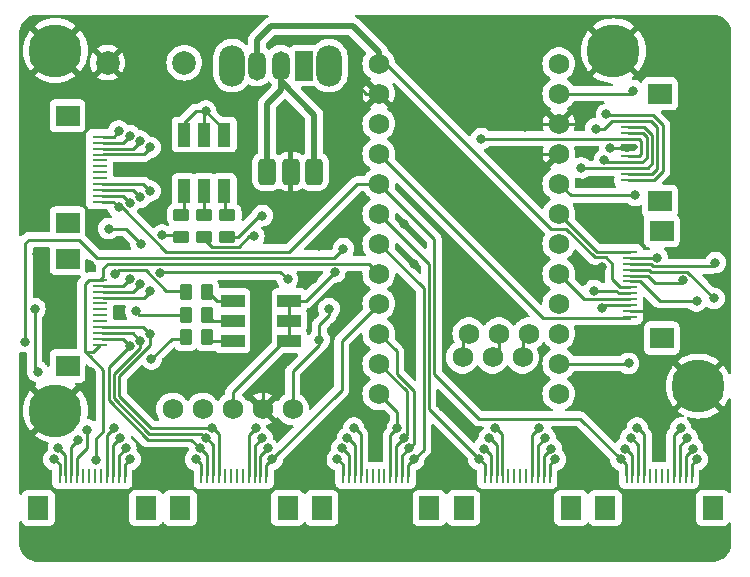
<source format=gbr>
%TF.GenerationSoftware,KiCad,Pcbnew,8.0.5*%
%TF.CreationDate,2024-10-29T12:08:31+01:00*%
%TF.ProjectId,mcu_holder,6d63755f-686f-46c6-9465-722e6b696361,rev?*%
%TF.SameCoordinates,Original*%
%TF.FileFunction,Copper,L1,Top*%
%TF.FilePolarity,Positive*%
%FSLAX46Y46*%
G04 Gerber Fmt 4.6, Leading zero omitted, Abs format (unit mm)*
G04 Created by KiCad (PCBNEW 8.0.5) date 2024-10-29 12:08:31*
%MOMM*%
%LPD*%
G01*
G04 APERTURE LIST*
G04 Aperture macros list*
%AMRoundRect*
0 Rectangle with rounded corners*
0 $1 Rounding radius*
0 $2 $3 $4 $5 $6 $7 $8 $9 X,Y pos of 4 corners*
0 Add a 4 corners polygon primitive as box body*
4,1,4,$2,$3,$4,$5,$6,$7,$8,$9,$2,$3,0*
0 Add four circle primitives for the rounded corners*
1,1,$1+$1,$2,$3*
1,1,$1+$1,$4,$5*
1,1,$1+$1,$6,$7*
1,1,$1+$1,$8,$9*
0 Add four rect primitives between the rounded corners*
20,1,$1+$1,$2,$3,$4,$5,0*
20,1,$1+$1,$4,$5,$6,$7,0*
20,1,$1+$1,$6,$7,$8,$9,0*
20,1,$1+$1,$8,$9,$2,$3,0*%
G04 Aperture macros list end*
%TA.AperFunction,SMDPad,CuDef*%
%ADD10R,0.280000X1.250000*%
%TD*%
%TA.AperFunction,SMDPad,CuDef*%
%ADD11R,1.800000X2.000000*%
%TD*%
%TA.AperFunction,SMDPad,CuDef*%
%ADD12RoundRect,0.250000X0.450000X-0.262500X0.450000X0.262500X-0.450000X0.262500X-0.450000X-0.262500X0*%
%TD*%
%TA.AperFunction,SMDPad,CuDef*%
%ADD13R,1.100000X2.000000*%
%TD*%
%TA.AperFunction,ComponentPad*%
%ADD14C,4.500000*%
%TD*%
%TA.AperFunction,SMDPad,CuDef*%
%ADD15RoundRect,0.250000X-0.262500X-0.450000X0.262500X-0.450000X0.262500X0.450000X-0.262500X0.450000X0*%
%TD*%
%TA.AperFunction,SMDPad,CuDef*%
%ADD16R,1.250000X0.280000*%
%TD*%
%TA.AperFunction,SMDPad,CuDef*%
%ADD17R,2.000000X1.800000*%
%TD*%
%TA.AperFunction,ComponentPad*%
%ADD18O,2.200000X3.500000*%
%TD*%
%TA.AperFunction,ComponentPad*%
%ADD19R,1.500000X2.500000*%
%TD*%
%TA.AperFunction,ComponentPad*%
%ADD20O,1.500000X2.500000*%
%TD*%
%TA.AperFunction,ComponentPad*%
%ADD21C,1.752600*%
%TD*%
%TA.AperFunction,ComponentPad*%
%ADD22C,2.000000*%
%TD*%
%TA.AperFunction,ComponentPad*%
%ADD23RoundRect,0.375000X0.375000X0.750000X-0.375000X0.750000X-0.375000X-0.750000X0.375000X-0.750000X0*%
%TD*%
%TA.AperFunction,SMDPad,CuDef*%
%ADD24R,2.000000X1.100000*%
%TD*%
%TA.AperFunction,ViaPad*%
%ADD25C,0.800000*%
%TD*%
%TA.AperFunction,Conductor*%
%ADD26C,0.250000*%
%TD*%
%TA.AperFunction,Conductor*%
%ADD27C,0.500000*%
%TD*%
G04 APERTURE END LIST*
D10*
%TO.P,J11,1,Pin_1*%
%TO.N,col1*%
X130850000Y-74082000D03*
%TO.P,J11,2,Pin_2*%
%TO.N,row_0*%
X131350000Y-74082000D03*
%TO.P,J11,3,Pin_3*%
%TO.N,row_1*%
X131850000Y-74082000D03*
%TO.P,J11,4,Pin_4*%
%TO.N,row_2*%
X132350000Y-74082000D03*
%TO.P,J11,5,Pin_5*%
%TO.N,unconnected-(J11-Pin_5-Pad5)*%
X132850000Y-74082000D03*
%TO.P,J11,6,Pin_6*%
%TO.N,unconnected-(J11-Pin_6-Pad6)*%
X133350000Y-74082000D03*
%TO.P,J11,7,Pin_7*%
%TO.N,unconnected-(J11-Pin_7-Pad7)*%
X133850000Y-74082000D03*
%TO.P,J11,8,Pin_8*%
%TO.N,unconnected-(J11-Pin_8-Pad8)*%
X134350000Y-74082000D03*
%TO.P,J11,9,Pin_9*%
%TO.N,row_2*%
X134850000Y-74082000D03*
%TO.P,J11,10,Pin_10*%
%TO.N,row_1*%
X135350000Y-74082000D03*
%TO.P,J11,11,Pin_11*%
%TO.N,row_0*%
X135850000Y-74082000D03*
%TO.P,J11,12,Pin_12*%
%TO.N,col1*%
X136350000Y-74082000D03*
D11*
%TO.P,J11,13*%
%TO.N,N/C*%
X138150000Y-76806000D03*
%TO.P,J11,14*%
X129050000Y-76806000D03*
%TD*%
D10*
%TO.P,J16,1,Pin_1*%
%TO.N,col0*%
X142850000Y-74082000D03*
%TO.P,J16,2,Pin_2*%
%TO.N,row_0*%
X143350000Y-74082000D03*
%TO.P,J16,3,Pin_3*%
%TO.N,row_1*%
X143850000Y-74082000D03*
%TO.P,J16,4,Pin_4*%
%TO.N,row_2*%
X144350000Y-74082000D03*
%TO.P,J16,5,Pin_5*%
%TO.N,unconnected-(J16-Pin_5-Pad5)*%
X144850000Y-74082000D03*
%TO.P,J16,6,Pin_6*%
%TO.N,unconnected-(J16-Pin_6-Pad6)*%
X145350000Y-74082000D03*
%TO.P,J16,7,Pin_7*%
%TO.N,unconnected-(J16-Pin_7-Pad7)*%
X145850000Y-74082000D03*
%TO.P,J16,8,Pin_8*%
%TO.N,unconnected-(J16-Pin_8-Pad8)*%
X146350000Y-74082000D03*
%TO.P,J16,9,Pin_9*%
%TO.N,row_2*%
X146850000Y-74082000D03*
%TO.P,J16,10,Pin_10*%
%TO.N,row_1*%
X147350000Y-74082000D03*
%TO.P,J16,11,Pin_11*%
%TO.N,row_0*%
X147850000Y-74082000D03*
%TO.P,J16,12,Pin_12*%
%TO.N,col0*%
X148350000Y-74082000D03*
D11*
%TO.P,J16,13*%
%TO.N,N/C*%
X150150000Y-76806000D03*
%TO.P,J16,14*%
X141050000Y-76806000D03*
%TD*%
D12*
%TO.P,R1,1*%
%TO.N,B*%
X105156000Y-53848000D03*
%TO.P,R1,2*%
%TO.N,Net-(D2-BA)*%
X105156000Y-52023000D03*
%TD*%
D13*
%TO.P,D2,1,BK*%
%TO.N,+3V3*%
X105390000Y-45200000D03*
%TO.P,D2,2,BA*%
%TO.N,Net-(D2-BA)*%
X105390000Y-50000000D03*
%TO.P,D2,3,RK*%
%TO.N,+3V3*%
X107090000Y-45200000D03*
%TO.P,D2,4,RA*%
%TO.N,Net-(D2-RA)*%
X107090000Y-50000000D03*
%TO.P,D2,5,GK*%
%TO.N,+3V3*%
X108790000Y-45200000D03*
%TO.P,D2,6,GA*%
%TO.N,Net-(D2-GA)*%
X108790000Y-50000000D03*
%TD*%
D14*
%TO.P,H5,1,1*%
%TO.N,GND*%
X94486973Y-38100000D03*
%TD*%
D15*
%TO.P,R5,1*%
%TO.N,G2*%
X105513500Y-60452000D03*
%TO.P,R5,2*%
%TO.N,Net-(D1-RK)*%
X107338500Y-60452000D03*
%TD*%
D14*
%TO.P,H8,1,1*%
%TO.N,GND*%
X148929065Y-66500000D03*
%TD*%
D12*
%TO.P,R3,1*%
%TO.N,R*%
X109041331Y-53851517D03*
%TO.P,R3,2*%
%TO.N,Net-(D2-GA)*%
X109041331Y-52026517D03*
%TD*%
D16*
%TO.P,J17,1,Pin_1*%
%TO.N,col4*%
X98249000Y-57500000D03*
%TO.P,J17,2,Pin_2*%
%TO.N,row_0*%
X98249000Y-58000000D03*
%TO.P,J17,3,Pin_3*%
%TO.N,row_1*%
X98249000Y-58500000D03*
%TO.P,J17,4,Pin_4*%
%TO.N,row_2*%
X98249000Y-59000000D03*
%TO.P,J17,5,Pin_5*%
%TO.N,unconnected-(J17-Pin_5-Pad5)*%
X98249000Y-59500000D03*
%TO.P,J17,6,Pin_6*%
%TO.N,unconnected-(J17-Pin_6-Pad6)*%
X98249000Y-60000000D03*
%TO.P,J17,7,Pin_7*%
%TO.N,unconnected-(J17-Pin_7-Pad7)*%
X98249000Y-60500000D03*
%TO.P,J17,8,Pin_8*%
%TO.N,unconnected-(J17-Pin_8-Pad8)*%
X98249000Y-61000000D03*
%TO.P,J17,9,Pin_9*%
%TO.N,row_2*%
X98249000Y-61500000D03*
%TO.P,J17,10,Pin_10*%
%TO.N,row_1*%
X98249000Y-62000000D03*
%TO.P,J17,11,Pin_11*%
%TO.N,row_0*%
X98249000Y-62500000D03*
%TO.P,J17,12,Pin_12*%
%TO.N,col4*%
X98249000Y-63000000D03*
D17*
%TO.P,J17,13*%
%TO.N,N/C*%
X95525000Y-64800000D03*
%TO.P,J17,14*%
X95525000Y-55700000D03*
%TD*%
D18*
%TO.P,SW17,*%
%TO.N,*%
X117654000Y-39370000D03*
X109454000Y-39370000D03*
D19*
%TO.P,SW17,1,A*%
%TO.N,unconnected-(SW17-A-Pad1)*%
X115554000Y-39370000D03*
D20*
%TO.P,SW17,2,B*%
%TO.N,BAT+*%
X113554000Y-39370000D03*
%TO.P,SW17,3,C*%
%TO.N,BATT_OR_5V*%
X111554000Y-39370000D03*
%TD*%
D10*
%TO.P,J13,1,Pin_1*%
%TO.N,col3*%
X106850000Y-74082000D03*
%TO.P,J13,2,Pin_2*%
%TO.N,row_0*%
X107350000Y-74082000D03*
%TO.P,J13,3,Pin_3*%
%TO.N,row_1*%
X107850000Y-74082000D03*
%TO.P,J13,4,Pin_4*%
%TO.N,row_2*%
X108350000Y-74082000D03*
%TO.P,J13,5,Pin_5*%
%TO.N,unconnected-(J13-Pin_5-Pad5)*%
X108850000Y-74082000D03*
%TO.P,J13,6,Pin_6*%
%TO.N,unconnected-(J13-Pin_6-Pad6)*%
X109350000Y-74082000D03*
%TO.P,J13,7,Pin_7*%
%TO.N,unconnected-(J13-Pin_7-Pad7)*%
X109850000Y-74082000D03*
%TO.P,J13,8,Pin_8*%
%TO.N,unconnected-(J13-Pin_8-Pad8)*%
X110350000Y-74082000D03*
%TO.P,J13,9,Pin_9*%
%TO.N,row_2*%
X110850000Y-74082000D03*
%TO.P,J13,10,Pin_10*%
%TO.N,row_1*%
X111350000Y-74082000D03*
%TO.P,J13,11,Pin_11*%
%TO.N,row_0*%
X111850000Y-74082000D03*
%TO.P,J13,12,Pin_12*%
%TO.N,col3*%
X112350000Y-74082000D03*
D11*
%TO.P,J13,13*%
%TO.N,N/C*%
X114150000Y-76806000D03*
%TO.P,J13,14*%
X105050000Y-76806000D03*
%TD*%
D15*
%TO.P,R6,1*%
%TO.N,B2*%
X105507500Y-58540000D03*
%TO.P,R6,2*%
%TO.N,Net-(D1-GK)*%
X107332500Y-58540000D03*
%TD*%
D21*
%TO.P,Display1,1,MOSI*%
%TO.N,NVMOSI*%
X104410000Y-68430000D03*
%TO.P,Display1,2,SCK*%
%TO.N,NVSCK*%
X106950000Y-68430000D03*
%TO.P,Display1,3,VCC*%
%TO.N,+3V3*%
X109490000Y-68430000D03*
%TO.P,Display1,4,GND*%
%TO.N,GND*%
X112030000Y-68430000D03*
%TO.P,Display1,5,CS*%
%TO.N,NVCS*%
X114570000Y-68430000D03*
%TD*%
D16*
%TO.P,J2,1,Pin_1*%
%TO.N,col0*%
X142962000Y-49050000D03*
%TO.P,J2,2,Pin_2*%
%TO.N,col1*%
X142962000Y-48550000D03*
%TO.P,J2,3,Pin_3*%
%TO.N,col2*%
X142962000Y-48050000D03*
%TO.P,J2,4,Pin_4*%
%TO.N,col3*%
X142962000Y-47550000D03*
%TO.P,J2,5,Pin_5*%
%TO.N,col4*%
X142962000Y-47050000D03*
%TO.P,J2,6,Pin_6*%
%TO.N,row_3*%
X142962000Y-46550000D03*
%TO.P,J2,7,Pin_7*%
X142962000Y-46050000D03*
%TO.P,J2,8,Pin_8*%
%TO.N,col4*%
X142962000Y-45550000D03*
%TO.P,J2,9,Pin_9*%
%TO.N,col3*%
X142962000Y-45050000D03*
%TO.P,J2,10,Pin_10*%
%TO.N,col2*%
X142962000Y-44550000D03*
%TO.P,J2,11,Pin_11*%
%TO.N,col1*%
X142962000Y-44050000D03*
%TO.P,J2,12,Pin_12*%
%TO.N,col0*%
X142962000Y-43550000D03*
D17*
%TO.P,J2,13*%
%TO.N,N/C*%
X145686000Y-41750000D03*
%TO.P,J2,14*%
X145686000Y-50850000D03*
%TD*%
D22*
%TO.P,SW16,1,1*%
%TO.N,RESET*%
X105410000Y-39116000D03*
%TO.P,SW16,2,2*%
%TO.N,GND*%
X98910000Y-39116000D03*
%TD*%
D12*
%TO.P,R2,1*%
%TO.N,G*%
X107100000Y-53848000D03*
%TO.P,R2,2*%
%TO.N,Net-(D2-RA)*%
X107100000Y-52023000D03*
%TD*%
D14*
%TO.P,H7,1,1*%
%TO.N,GND*%
X141740000Y-38120000D03*
%TD*%
D23*
%TO.P,J7,1,Pin_1*%
%TO.N,BAT+*%
X112400000Y-48340000D03*
%TO.P,J7,2,Pin_2*%
%TO.N,GND*%
X114400000Y-48340000D03*
%TO.P,J7,3,Pin_3*%
%TO.N,BAT+*%
X116400000Y-48340000D03*
%TD*%
D16*
%TO.P,J3,1,3V3*%
%TO.N,+3V3*%
X143102000Y-60640000D03*
%TO.P,J3,2,GND*%
%TO.N,GND*%
X143102000Y-60140000D03*
%TO.P,J3,3,SDA*%
%TO.N,SDA*%
X143102000Y-59640000D03*
%TO.P,J3,4,SCL*%
%TO.N,SCL*%
X143102000Y-59140000D03*
%TO.P,J3,5,RGB_LED_OUT*%
%TO.N,RGB_LED_OUT*%
X143102000Y-58640000D03*
%TO.P,J3,6,5V*%
%TO.N,BATT_OR_5V*%
X143102000Y-58140000D03*
%TO.P,J3,7,GPIO_AD1*%
%TO.N,GPIO_AD1*%
X143102000Y-57640000D03*
%TO.P,J3,8,MOSI*%
%TO.N,MOSI*%
X143102000Y-57140000D03*
%TO.P,J3,9,GPIO_AD2*%
%TO.N,GPIO_AD2*%
X143102000Y-56640000D03*
%TO.P,J3,10,SPI_CS*%
%TO.N,SPI_CS*%
X143102000Y-56140000D03*
%TO.P,J3,11,MISO*%
%TO.N,MISO*%
X143102000Y-55640000D03*
%TO.P,J3,12,SCLK*%
%TO.N,SCLK*%
X143102000Y-55140000D03*
D17*
%TO.P,J3,13*%
%TO.N,N/C*%
X145826000Y-53340000D03*
%TO.P,J3,14*%
X145826000Y-62440000D03*
%TD*%
D15*
%TO.P,R4,1*%
%TO.N,R2*%
X105507500Y-62360000D03*
%TO.P,R4,2*%
%TO.N,Net-(D1-BK)*%
X107332500Y-62360000D03*
%TD*%
D16*
%TO.P,J15,1,Pin_1*%
%TO.N,col0*%
X98249000Y-45400000D03*
%TO.P,J15,2,Pin_2*%
%TO.N,row_0*%
X98249000Y-45900000D03*
%TO.P,J15,3,Pin_3*%
%TO.N,row_1*%
X98249000Y-46400000D03*
%TO.P,J15,4,Pin_4*%
%TO.N,row_2*%
X98249000Y-46900000D03*
%TO.P,J15,5,Pin_5*%
%TO.N,unconnected-(J15-Pin_5-Pad5)*%
X98249000Y-47400000D03*
%TO.P,J15,6,Pin_6*%
%TO.N,unconnected-(J15-Pin_6-Pad6)*%
X98249000Y-47900000D03*
%TO.P,J15,7,Pin_7*%
%TO.N,unconnected-(J15-Pin_7-Pad7)*%
X98249000Y-48400000D03*
%TO.P,J15,8,Pin_8*%
%TO.N,unconnected-(J15-Pin_8-Pad8)*%
X98249000Y-48900000D03*
%TO.P,J15,9,Pin_9*%
%TO.N,row_2*%
X98249000Y-49400000D03*
%TO.P,J15,10,Pin_10*%
%TO.N,row_1*%
X98249000Y-49900000D03*
%TO.P,J15,11,Pin_11*%
%TO.N,row_0*%
X98249000Y-50400000D03*
%TO.P,J15,12,Pin_12*%
%TO.N,col0*%
X98249000Y-50900000D03*
D17*
%TO.P,J15,13*%
%TO.N,N/C*%
X95525000Y-52700000D03*
%TO.P,J15,14*%
X95525000Y-43600000D03*
%TD*%
D10*
%TO.P,J14,1,Pin_1*%
%TO.N,col4*%
X94850000Y-74082000D03*
%TO.P,J14,2,Pin_2*%
%TO.N,row_0*%
X95350000Y-74082000D03*
%TO.P,J14,3,Pin_3*%
%TO.N,row_1*%
X95850000Y-74082000D03*
%TO.P,J14,4,Pin_4*%
%TO.N,row_2*%
X96350000Y-74082000D03*
%TO.P,J14,5,Pin_5*%
%TO.N,unconnected-(J14-Pin_5-Pad5)*%
X96850000Y-74082000D03*
%TO.P,J14,6,Pin_6*%
%TO.N,unconnected-(J14-Pin_6-Pad6)*%
X97350000Y-74082000D03*
%TO.P,J14,7,Pin_7*%
%TO.N,unconnected-(J14-Pin_7-Pad7)*%
X97850000Y-74082000D03*
%TO.P,J14,8,Pin_8*%
%TO.N,unconnected-(J14-Pin_8-Pad8)*%
X98350000Y-74082000D03*
%TO.P,J14,9,Pin_9*%
%TO.N,row_2*%
X98850000Y-74082000D03*
%TO.P,J14,10,Pin_10*%
%TO.N,row_1*%
X99350000Y-74082000D03*
%TO.P,J14,11,Pin_11*%
%TO.N,row_0*%
X99850000Y-74082000D03*
%TO.P,J14,12,Pin_12*%
%TO.N,col4*%
X100350000Y-74082000D03*
D11*
%TO.P,J14,13*%
%TO.N,N/C*%
X102150000Y-76806000D03*
%TO.P,J14,14*%
X93050000Y-76806000D03*
%TD*%
D24*
%TO.P,D1,1,BK*%
%TO.N,Net-(D1-BK)*%
X109500000Y-62660000D03*
%TO.P,D1,2,BA*%
%TO.N,+3V3*%
X114300000Y-62660000D03*
%TO.P,D1,3,RK*%
%TO.N,Net-(D1-RK)*%
X109500000Y-60960000D03*
%TO.P,D1,4,RA*%
%TO.N,+3V3*%
X114300000Y-60960000D03*
%TO.P,D1,5,GK*%
%TO.N,Net-(D1-GK)*%
X109500000Y-59260000D03*
%TO.P,D1,6,GA*%
%TO.N,+3V3*%
X114300000Y-59260000D03*
%TD*%
D10*
%TO.P,J12,1,Pin_1*%
%TO.N,col2*%
X118850000Y-74082000D03*
%TO.P,J12,2,Pin_2*%
%TO.N,row_0*%
X119350000Y-74082000D03*
%TO.P,J12,3,Pin_3*%
%TO.N,row_1*%
X119850000Y-74082000D03*
%TO.P,J12,4,Pin_4*%
%TO.N,row_2*%
X120350000Y-74082000D03*
%TO.P,J12,5,Pin_5*%
%TO.N,unconnected-(J12-Pin_5-Pad5)*%
X120850000Y-74082000D03*
%TO.P,J12,6,Pin_6*%
%TO.N,unconnected-(J12-Pin_6-Pad6)*%
X121350000Y-74082000D03*
%TO.P,J12,7,Pin_7*%
%TO.N,unconnected-(J12-Pin_7-Pad7)*%
X121850000Y-74082000D03*
%TO.P,J12,8,Pin_8*%
%TO.N,unconnected-(J12-Pin_8-Pad8)*%
X122350000Y-74082000D03*
%TO.P,J12,9,Pin_9*%
%TO.N,row_2*%
X122850000Y-74082000D03*
%TO.P,J12,10,Pin_10*%
%TO.N,row_1*%
X123350000Y-74082000D03*
%TO.P,J12,11,Pin_11*%
%TO.N,row_0*%
X123850000Y-74082000D03*
%TO.P,J12,12,Pin_12*%
%TO.N,col2*%
X124350000Y-74082000D03*
D11*
%TO.P,J12,13*%
%TO.N,N/C*%
X126150000Y-76806000D03*
%TO.P,J12,14*%
X117050000Y-76806000D03*
%TD*%
D14*
%TO.P,H6,1,1*%
%TO.N,GND*%
X94485092Y-68580000D03*
%TD*%
D21*
%TO.P,J1,1,006*%
%TO.N,MOSI*%
X137120000Y-39205000D03*
%TO.P,J1,2,008*%
%TO.N,SPI_CS*%
X137120000Y-41745000D03*
%TO.P,J1,3,GND*%
%TO.N,GND*%
X137120000Y-44285000D03*
%TO.P,J1,4,GND*%
X137120000Y-46825000D03*
%TO.P,J1,5,017*%
%TO.N,MISO*%
X137120000Y-49365000D03*
%TO.P,J1,6,020*%
%TO.N,SCLK*%
X137120000Y-51905000D03*
%TO.P,J1,7,022*%
%TO.N,SDA*%
X137120000Y-54445000D03*
%TO.P,J1,8,024*%
%TO.N,SCL*%
X137120000Y-56985000D03*
%TO.P,J1,9,100*%
%TO.N,RGB_LED_OUT*%
X137120000Y-59525000D03*
%TO.P,J1,10,011*%
%TO.N,GPIO_AD1*%
X137120000Y-62065000D03*
%TO.P,J1,11,104*%
%TO.N,GPIO_AD2*%
X137120000Y-64605000D03*
%TO.P,J1,12,106*%
%TO.N,row_3*%
X137120000Y-67145000D03*
%TO.P,J1,13,009*%
%TO.N,row_2*%
X121880000Y-67145000D03*
%TO.P,J1,14,010*%
%TO.N,row_1*%
X121880000Y-64605000D03*
%TO.P,J1,15,111*%
%TO.N,row_0*%
X121880000Y-62065000D03*
%TO.P,J1,16,113*%
%TO.N,col3*%
X121880000Y-59525000D03*
%TO.P,J1,17,115*%
%TO.N,col4*%
X121880000Y-56985000D03*
%TO.P,J1,18,002*%
%TO.N,col2*%
X121880000Y-54445000D03*
%TO.P,J1,19,029*%
%TO.N,col1*%
X121880000Y-51905000D03*
%TO.P,J1,20,031*%
%TO.N,col0*%
X121880000Y-49365000D03*
%TO.P,J1,21,3V3*%
%TO.N,+3V3*%
X121880000Y-46825000D03*
%TO.P,J1,22,RST*%
%TO.N,RESET*%
X121880000Y-44285000D03*
%TO.P,J1,23,GND*%
%TO.N,GND*%
X121880000Y-41745000D03*
%TO.P,J1,24,BAT*%
%TO.N,BATT_OR_5V*%
X121880000Y-39205000D03*
%TO.P,J1,31,101*%
%TO.N,NVMOSI*%
X134580000Y-62065000D03*
X134040000Y-64055000D03*
%TO.P,J1,32,102*%
%TO.N,NVSCK*%
X132040000Y-62065000D03*
X131500000Y-64055000D03*
%TO.P,J1,33,107*%
%TO.N,NVCS*%
X129500000Y-62065000D03*
X128960000Y-64055000D03*
%TD*%
D25*
%TO.N,col2*%
X118360312Y-72708805D03*
X124829869Y-72708805D03*
X139020000Y-48030000D03*
%TO.N,row_0*%
X142740000Y-71784829D03*
X100775171Y-63115221D03*
X118739869Y-71783634D03*
X100775171Y-45284778D03*
X148450443Y-71784829D03*
X136450778Y-71784646D03*
X130740335Y-71784646D03*
X124450312Y-71783634D03*
X100451903Y-71781850D03*
X94741460Y-71781850D03*
X100775171Y-57404778D03*
X112451638Y-71782694D03*
X106741195Y-71782694D03*
X100775171Y-50995221D03*
%TO.N,row_1*%
X96390000Y-71070000D03*
X123980491Y-70900870D03*
X99982082Y-70899086D03*
X101657935Y-62645400D03*
X111981817Y-70899930D03*
X101657935Y-45754599D03*
X101657935Y-50525400D03*
X101657935Y-57874599D03*
X135980957Y-70901882D03*
X131210156Y-70901882D03*
X143209821Y-70902065D03*
X147980622Y-70902065D03*
X119209690Y-70900870D03*
X107211016Y-70899930D03*
%TO.N,row_2*%
X99438934Y-70059446D03*
X102497575Y-49982252D03*
X102497575Y-62102252D03*
X135437809Y-70062242D03*
X111438669Y-70060290D03*
X123437343Y-70061230D03*
X102497575Y-46297747D03*
X119752838Y-70061230D03*
X147437474Y-70062425D03*
X97200000Y-70210000D03*
X102497575Y-58417747D03*
X143752969Y-70062425D03*
X131753304Y-70062242D03*
X107754164Y-70060290D03*
%TO.N,col3*%
X106361638Y-72707865D03*
X140980000Y-47325000D03*
X112831195Y-72707865D03*
%TO.N,col0*%
X141140000Y-43500000D03*
X142360443Y-72710000D03*
X99850000Y-44905221D03*
X148830000Y-72710000D03*
X99850000Y-51374778D03*
%TO.N,col1*%
X136830335Y-72709817D03*
X130360778Y-72709817D03*
X140250000Y-44710000D03*
%TO.N,col4*%
X100831460Y-72707021D03*
X94361903Y-72707021D03*
X97890000Y-72720000D03*
X130550000Y-45550000D03*
%TO.N,GND*%
X97536000Y-65278000D03*
X98510000Y-54380000D03*
X131580000Y-59320000D03*
X133070000Y-41770000D03*
X116840000Y-54610000D03*
X92910000Y-55320000D03*
X134100000Y-47870000D03*
X124530000Y-64680000D03*
X119888000Y-64516000D03*
X141340000Y-49170000D03*
X139170000Y-57600000D03*
X101800000Y-66590000D03*
X134630000Y-56640000D03*
X138990000Y-44220000D03*
X117250000Y-64500000D03*
X119888000Y-53086000D03*
X119380000Y-58674000D03*
X114400000Y-44430000D03*
X140740000Y-56450000D03*
X138938000Y-49276000D03*
X135128000Y-49530000D03*
X124670000Y-43870000D03*
X140480000Y-66050000D03*
X141700000Y-53290000D03*
X124890000Y-56170000D03*
X100030000Y-60480000D03*
X139500000Y-46610000D03*
X118110000Y-61480000D03*
X127320000Y-68300000D03*
X116320000Y-57410000D03*
X97390000Y-56250000D03*
X146070000Y-60390000D03*
X147990000Y-48980000D03*
X119850000Y-40780000D03*
X140800000Y-63230000D03*
X123970000Y-52740000D03*
X113538000Y-64770000D03*
X124350000Y-59590000D03*
X134220000Y-44540000D03*
X124230000Y-62310000D03*
X126790000Y-48260000D03*
%TO.N,RGB_LED_OUT*%
X140064696Y-58415001D03*
%TO.N,+3V3*%
X118150000Y-56859000D03*
X107220000Y-43220000D03*
%TO.N,SDA*%
X140790000Y-59900000D03*
%TO.N,GPIO_AD2*%
X150260000Y-59080000D03*
X143015000Y-64575000D03*
%TO.N,GPIO_AD1*%
X148790000Y-59280000D03*
%TO.N,row_3*%
X141460000Y-46330000D03*
%TO.N,SPI_CS*%
X143410000Y-41490000D03*
X150370000Y-56040000D03*
%TO.N,NVCS*%
X116840000Y-62570000D03*
X91948000Y-62738000D03*
X117659303Y-59943997D03*
X118875000Y-54864000D03*
%TO.N,NVSCK*%
X93020000Y-65280000D03*
X92760000Y-59944000D03*
%TO.N,NVMOSI*%
X101740000Y-54440000D03*
X98990000Y-53170000D03*
X103378000Y-56896000D03*
X114145000Y-57455000D03*
%TO.N,MISO*%
X143600000Y-50360000D03*
X145430000Y-55640000D03*
%TO.N,MOSI*%
X147617347Y-57540000D03*
%TO.N,B*%
X103505000Y-53721000D03*
%TO.N,G*%
X111289001Y-53820304D03*
%TO.N,R*%
X112014000Y-52070000D03*
%TO.N,B2*%
X99520000Y-57020000D03*
%TO.N,G2*%
X101303000Y-60160000D03*
%TO.N,R2*%
X102620000Y-64190000D03*
%TD*%
D26*
%TO.N,col2*%
X139040000Y-48050000D02*
X142962000Y-48050000D01*
X144050000Y-48050000D02*
X144100000Y-48000000D01*
X145005000Y-47644577D02*
X145005000Y-45213299D01*
X118840312Y-73123976D02*
X118840312Y-74015976D01*
X142962000Y-48050000D02*
X144050000Y-48050000D01*
X139020000Y-48030000D02*
X139040000Y-48050000D01*
X125660000Y-58225000D02*
X125660000Y-71878674D01*
X145005000Y-45213299D02*
X144341701Y-44550000D01*
X144649577Y-48000000D02*
X145005000Y-47644577D01*
X118840312Y-73123976D02*
X118360312Y-72643976D01*
X124349869Y-73188805D02*
X124349869Y-74080805D01*
X144100000Y-48000000D02*
X144649577Y-48000000D01*
X125660000Y-71878674D02*
X124829869Y-72708805D01*
X121880000Y-54445000D02*
X125660000Y-58225000D01*
X144341701Y-44550000D02*
X142962000Y-44550000D01*
X124829869Y-72708805D02*
X124349869Y-73188805D01*
%TO.N,row_0*%
X136450778Y-71784646D02*
X135850335Y-72385089D01*
X100239557Y-58005221D02*
X100840000Y-57404778D01*
X100239557Y-45885221D02*
X100840000Y-45284778D01*
X124820000Y-66908604D02*
X123380000Y-65468604D01*
X106000000Y-71041499D02*
X106741195Y-71782694D01*
X123849869Y-72384077D02*
X123849869Y-74080805D01*
X143340443Y-72320443D02*
X143340443Y-74017171D01*
X135850335Y-72385089D02*
X135850335Y-74081817D01*
X124450312Y-71783634D02*
X124820000Y-71413946D01*
X112451638Y-71782694D02*
X111851195Y-72383137D01*
X148450443Y-71784829D02*
X147850000Y-72385272D01*
X123380000Y-63565000D02*
X121880000Y-62065000D01*
X100174728Y-50394778D02*
X98478000Y-50394778D01*
X100239557Y-58005221D02*
X98542829Y-58005221D01*
X95341903Y-72317464D02*
X94741460Y-71717021D01*
X100775171Y-63115221D02*
X100174728Y-62514778D01*
X111851195Y-72383137D02*
X111851195Y-74079865D01*
X143340443Y-72320443D02*
X142740000Y-71720000D01*
X119340312Y-72319248D02*
X119340312Y-74015976D01*
X100775171Y-63115221D02*
X100775171Y-63134829D01*
X100174728Y-62514778D02*
X98478000Y-62514778D01*
X147850000Y-72385272D02*
X147850000Y-74082000D01*
X123380000Y-65468604D02*
X123380000Y-63565000D01*
X124820000Y-71413946D02*
X124820000Y-66908604D01*
X100239557Y-45885221D02*
X98542829Y-45885221D01*
X100451903Y-71781850D02*
X99851460Y-72382293D01*
X131340778Y-72320260D02*
X131340778Y-74016988D01*
X95341903Y-72317464D02*
X95341903Y-74014192D01*
X100775171Y-50995221D02*
X100174728Y-50394778D01*
X99002000Y-67712000D02*
X102331499Y-71041499D01*
X119340312Y-72319248D02*
X118739869Y-71718805D01*
X107341638Y-72318308D02*
X106741195Y-71717865D01*
X102331499Y-71041499D02*
X106000000Y-71041499D01*
X100775171Y-63134829D02*
X99002000Y-64908000D01*
X99002000Y-64908000D02*
X99002000Y-67712000D01*
X99851460Y-72382293D02*
X99851460Y-74079021D01*
X107341638Y-72318308D02*
X107341638Y-74015036D01*
X131340778Y-72320260D02*
X130740335Y-71719817D01*
X124450312Y-71783634D02*
X123849869Y-72384077D01*
%TO.N,row_1*%
X124220000Y-66945000D02*
X124220000Y-70661361D01*
X131840778Y-71467675D02*
X131210156Y-70837053D01*
X111351195Y-71530552D02*
X111351195Y-74079865D01*
X99452000Y-65463697D02*
X99452000Y-67525604D01*
X101092142Y-46385221D02*
X98542829Y-46385221D01*
X102455310Y-70528914D02*
X106840000Y-70528914D01*
X101657935Y-63257762D02*
X99452000Y-65463697D01*
X101092142Y-58505221D02*
X101722764Y-57874599D01*
X143840443Y-71467858D02*
X143840443Y-74017171D01*
X101027313Y-62014778D02*
X98478000Y-62014778D01*
X147980622Y-70902065D02*
X147350000Y-71532687D01*
X111981817Y-70899930D02*
X111351195Y-71530552D01*
X99982082Y-70899086D02*
X99351460Y-71529708D01*
X101092142Y-46385221D02*
X101722764Y-45754599D01*
X95841903Y-71618097D02*
X96390000Y-71070000D01*
X101657935Y-50525400D02*
X101027313Y-49894778D01*
X101092142Y-58505221D02*
X98542829Y-58505221D01*
X101657935Y-62645400D02*
X101027313Y-62014778D01*
X147350000Y-71532687D02*
X147350000Y-74082000D01*
X101657935Y-62645400D02*
X101657935Y-63257762D01*
X135980957Y-70901882D02*
X135350335Y-71532504D01*
X123349869Y-71531492D02*
X123349869Y-74080805D01*
X119840312Y-71466663D02*
X119209690Y-70836041D01*
X106840000Y-70528914D02*
X107211016Y-70899930D01*
X107841638Y-71465723D02*
X107211016Y-70835101D01*
X119840312Y-71466663D02*
X119840312Y-74015976D01*
X135350335Y-71532504D02*
X135350335Y-74081817D01*
X131840778Y-71467675D02*
X131840778Y-74016988D01*
X99351460Y-71529708D02*
X99351460Y-74079021D01*
X101027313Y-49894778D02*
X98478000Y-49894778D01*
X121880000Y-64605000D02*
X124220000Y-66945000D01*
X123980491Y-70900870D02*
X123349869Y-71531492D01*
X99452000Y-67525604D02*
X102455310Y-70528914D01*
X95841903Y-74014192D02*
X95841903Y-71618097D01*
X143840443Y-71467858D02*
X143209821Y-70837236D01*
X124220000Y-70661361D02*
X123980491Y-70900870D01*
X107841638Y-71465723D02*
X107841638Y-74015036D01*
%TO.N,row_2*%
X96341903Y-74014192D02*
X96341903Y-72578097D01*
X134850335Y-70649716D02*
X134850335Y-74081817D01*
X146850000Y-70649899D02*
X146850000Y-74082000D01*
X120340312Y-70583875D02*
X119752838Y-69996401D01*
X144340443Y-70585070D02*
X143752969Y-69997596D01*
X108341638Y-70582935D02*
X107754164Y-69995461D01*
X123437343Y-70061230D02*
X122849869Y-70648704D01*
X101910101Y-49394778D02*
X98478000Y-49394778D01*
X101974930Y-59005221D02*
X98542829Y-59005221D01*
X110851195Y-70647764D02*
X110851195Y-74079865D01*
X120340312Y-70583875D02*
X120340312Y-74015976D01*
X102497575Y-63054518D02*
X99902000Y-65650093D01*
X101974930Y-59005221D02*
X102562404Y-58417747D01*
X122849869Y-70648704D02*
X122849869Y-74080805D01*
X98851460Y-70646920D02*
X98851460Y-74079021D01*
X101974930Y-46885221D02*
X102562404Y-46297747D01*
X97200000Y-71720000D02*
X97200000Y-70210000D01*
X102497575Y-62102252D02*
X102497575Y-63054518D01*
X99902000Y-67339208D02*
X102623082Y-70060290D01*
X102497575Y-49982252D02*
X101910101Y-49394778D01*
X101974930Y-46885221D02*
X98542829Y-46885221D01*
X99438934Y-70059446D02*
X98851460Y-70646920D01*
X111438669Y-70060290D02*
X110851195Y-70647764D01*
X99902000Y-65650093D02*
X99902000Y-67339208D01*
X101910101Y-61514778D02*
X98478000Y-61514778D01*
X108341638Y-70582935D02*
X108341638Y-74015036D01*
X147437474Y-70062425D02*
X146850000Y-70649899D01*
X132340778Y-70584887D02*
X132340778Y-74016988D01*
X123437343Y-68702343D02*
X123437343Y-70061230D01*
X132340778Y-70584887D02*
X131753304Y-69997413D01*
X121880000Y-67145000D02*
X123437343Y-68702343D01*
X96341903Y-72578097D02*
X97200000Y-71720000D01*
X135437809Y-70062242D02*
X134850335Y-70649716D01*
X144340443Y-70585070D02*
X144340443Y-74017171D01*
X102497575Y-62102252D02*
X101910101Y-61514778D01*
X102623082Y-70060290D02*
X107754164Y-70060290D01*
%TO.N,col3*%
X144205305Y-45050000D02*
X142962000Y-45050000D01*
X106841638Y-73123036D02*
X106361638Y-72643036D01*
X142962000Y-47550000D02*
X144165305Y-47550000D01*
X140980000Y-47325000D02*
X141205000Y-47550000D01*
X144165305Y-47550000D02*
X144555000Y-47160305D01*
X141205000Y-47550000D02*
X142962000Y-47550000D01*
X118740000Y-62665000D02*
X118740000Y-66799060D01*
X112351195Y-73187865D02*
X112351195Y-74079865D01*
X144555000Y-45399695D02*
X144205305Y-45050000D01*
X144555000Y-47160305D02*
X144555000Y-45399695D01*
X121880000Y-59525000D02*
X118740000Y-62665000D01*
X112831195Y-72707865D02*
X112351195Y-73187865D01*
X118740000Y-66799060D02*
X112831195Y-72707865D01*
X106841638Y-73123036D02*
X106841638Y-74015036D01*
%TO.N,col0*%
X141190000Y-43550000D02*
X141140000Y-43500000D01*
X99434829Y-45385221D02*
X98542829Y-45385221D01*
X103893662Y-55139017D02*
X114278983Y-55139017D01*
X99370000Y-50894778D02*
X98478000Y-50894778D01*
X142360443Y-72710000D02*
X138930443Y-69280000D01*
X138930443Y-69280000D02*
X130390000Y-69280000D01*
X148350000Y-73190000D02*
X148350000Y-74082000D01*
X130390000Y-69280000D02*
X126560000Y-65450000D01*
X142840443Y-73125171D02*
X142360443Y-72645171D01*
X142840443Y-73125171D02*
X142840443Y-74017171D01*
X148830000Y-72710000D02*
X148350000Y-73190000D01*
X145905000Y-48325021D02*
X145905000Y-44384562D01*
X126560000Y-54045000D02*
X121880000Y-49365000D01*
X114278983Y-55139017D02*
X120053000Y-49365000D01*
X142962000Y-49050000D02*
X145180021Y-49050000D01*
X120053000Y-49365000D02*
X121880000Y-49365000D01*
X145070438Y-43550000D02*
X142962000Y-43550000D01*
X142962000Y-43550000D02*
X141190000Y-43550000D01*
X145905000Y-44384562D02*
X145070438Y-43550000D01*
X99434829Y-45385221D02*
X99914829Y-44905221D01*
X99850000Y-51374778D02*
X99370000Y-50894778D01*
X145180021Y-49050000D02*
X145905000Y-48325021D01*
X100129423Y-51374778D02*
X103893662Y-55139017D01*
X99850000Y-51374778D02*
X100129423Y-51374778D01*
X126560000Y-65450000D02*
X126560000Y-54045000D01*
%TO.N,col1*%
X145455000Y-48138625D02*
X145455000Y-44570958D01*
X130840778Y-73124988D02*
X130840778Y-74016988D01*
X121880000Y-51905000D02*
X126110000Y-56135000D01*
X140955305Y-44710000D02*
X140250000Y-44710000D01*
X130840778Y-73124988D02*
X130360778Y-72644988D01*
X141615305Y-44050000D02*
X140955305Y-44710000D01*
X126110000Y-56135000D02*
X126110000Y-68459039D01*
X142962000Y-44050000D02*
X141615305Y-44050000D01*
X145455000Y-44570958D02*
X144934042Y-44050000D01*
X145043625Y-48550000D02*
X145455000Y-48138625D01*
X126110000Y-68459039D02*
X130360778Y-72709817D01*
X136350335Y-73189817D02*
X136350335Y-74081817D01*
X144934042Y-44050000D02*
X142962000Y-44050000D01*
X142962000Y-48550000D02*
X145043625Y-48550000D01*
X136830335Y-72709817D02*
X136350335Y-73189817D01*
%TO.N,col4*%
X94841903Y-73122192D02*
X94361903Y-72642192D01*
X96960000Y-63510000D02*
X96960000Y-57874000D01*
X121029000Y-56134000D02*
X121880000Y-56985000D01*
X97890000Y-70971984D02*
X97890000Y-72720000D01*
X100831460Y-72707021D02*
X100351460Y-73187021D01*
X98552000Y-57197000D02*
X98552000Y-56518000D01*
X98552000Y-70309984D02*
X97890000Y-70971984D01*
X130550000Y-45550000D02*
X142962000Y-45550000D01*
X94841903Y-73122192D02*
X94841903Y-74014192D01*
X98936000Y-56134000D02*
X121029000Y-56134000D01*
X97659000Y-63590000D02*
X98249000Y-63000000D01*
X98254221Y-57505221D02*
X98249000Y-57500000D01*
X96960000Y-57874000D02*
X97334000Y-57500000D01*
X98542829Y-57505221D02*
X98254221Y-57505221D01*
X144105000Y-46822000D02*
X144105000Y-45775000D01*
X97390000Y-63940000D02*
X98552000Y-65102000D01*
X100351460Y-73187021D02*
X100351460Y-74079021D01*
X98552000Y-56518000D02*
X98936000Y-56134000D01*
X97390000Y-63940000D02*
X97040000Y-63590000D01*
X142962000Y-47050000D02*
X143877000Y-47050000D01*
X97040000Y-63590000D02*
X97659000Y-63590000D01*
X97040000Y-63590000D02*
X96960000Y-63510000D01*
X97334000Y-57500000D02*
X98249000Y-57500000D01*
X143880000Y-45550000D02*
X142962000Y-45550000D01*
X98249000Y-57500000D02*
X98552000Y-57197000D01*
X98552000Y-65102000D02*
X98552000Y-70309984D01*
X143877000Y-47050000D02*
X144105000Y-46822000D01*
X144105000Y-45775000D02*
X143880000Y-45550000D01*
D27*
%TO.N,BAT+*%
X113554000Y-41426000D02*
X112400000Y-42580000D01*
X112400000Y-42580000D02*
X112400000Y-48340000D01*
X113554000Y-40664000D02*
X116400000Y-43510000D01*
X113554000Y-39370000D02*
X113554000Y-40664000D01*
X113554000Y-39370000D02*
X113554000Y-41426000D01*
X116400000Y-43510000D02*
X116400000Y-48340000D01*
D26*
%TO.N,GND*%
X119850000Y-40780000D02*
X120815000Y-41745000D01*
X120815000Y-41745000D02*
X121880000Y-41745000D01*
X112030000Y-66278000D02*
X113538000Y-64770000D01*
X137120000Y-46825000D02*
X135145000Y-46825000D01*
X137120000Y-44285000D02*
X134475000Y-44285000D01*
X124005000Y-43870000D02*
X124670000Y-43870000D01*
X135145000Y-46825000D02*
X134100000Y-47870000D01*
X121880000Y-41745000D02*
X124005000Y-43870000D01*
X145820000Y-60140000D02*
X146070000Y-60390000D01*
X138925000Y-44285000D02*
X138990000Y-44220000D01*
X114400000Y-44430000D02*
X114400000Y-48340000D01*
X143102000Y-60140000D02*
X145820000Y-60140000D01*
X112030000Y-68430000D02*
X112030000Y-66278000D01*
X134475000Y-44285000D02*
X134220000Y-44540000D01*
X137120000Y-44285000D02*
X138925000Y-44285000D01*
%TO.N,BATT_OR_5V*%
X142323396Y-58140000D02*
X141650000Y-57466604D01*
X136450000Y-53170000D02*
X122485000Y-39205000D01*
X141110000Y-55590000D02*
X140168604Y-55590000D01*
X141650000Y-57466604D02*
X141650000Y-56130000D01*
X122485000Y-39205000D02*
X121880000Y-39205000D01*
D27*
X112760000Y-35990000D02*
X111554000Y-37196000D01*
D26*
X141650000Y-56130000D02*
X141110000Y-55590000D01*
X137748604Y-53170000D02*
X136450000Y-53170000D01*
D27*
X119665000Y-35990000D02*
X112760000Y-35990000D01*
D26*
X140168604Y-55590000D02*
X137748604Y-53170000D01*
D27*
X121880000Y-39205000D02*
X121880000Y-38205000D01*
D26*
X143102000Y-58140000D02*
X142323396Y-58140000D01*
D27*
X121880000Y-38205000D02*
X119665000Y-35990000D01*
X111554000Y-37196000D02*
X111554000Y-39370000D01*
D26*
%TO.N,RGB_LED_OUT*%
X141962001Y-58415001D02*
X142187000Y-58640000D01*
X140064696Y-58415001D02*
X141962001Y-58415001D01*
X142187000Y-58640000D02*
X143102000Y-58640000D01*
%TO.N,+3V3*%
X106370000Y-43220000D02*
X107220000Y-43220000D01*
X114300000Y-59260000D02*
X115749000Y-59260000D01*
X105390000Y-45200000D02*
X105390000Y-44200000D01*
X107090000Y-43350000D02*
X107220000Y-43220000D01*
X109490000Y-67040000D02*
X113870000Y-62660000D01*
X113870000Y-62660000D02*
X114300000Y-62660000D01*
X143102000Y-60640000D02*
X143015700Y-60726300D01*
X105390000Y-44200000D02*
X106370000Y-43220000D01*
X115749000Y-59260000D02*
X118150000Y-56859000D01*
X114300000Y-59260000D02*
X114300000Y-62660000D01*
X135781300Y-60726300D02*
X121880000Y-46825000D01*
X143015700Y-60726300D02*
X135781300Y-60726300D01*
X108790000Y-45200000D02*
X108790000Y-44790000D01*
X109490000Y-68430000D02*
X109490000Y-67040000D01*
X108790000Y-44790000D02*
X107220000Y-43220000D01*
X107090000Y-45200000D02*
X107090000Y-43350000D01*
%TO.N,SDA*%
X141050000Y-59640000D02*
X140790000Y-59900000D01*
X143102000Y-59640000D02*
X141050000Y-59640000D01*
%TO.N,GPIO_AD2*%
X142985000Y-64605000D02*
X137120000Y-64605000D01*
X144768299Y-56640000D02*
X143102000Y-56640000D01*
X150260000Y-59080000D02*
X147995000Y-56815000D01*
X144943299Y-56815000D02*
X144768299Y-56640000D01*
X147995000Y-56815000D02*
X144943299Y-56815000D01*
X143015000Y-64575000D02*
X142985000Y-64605000D01*
%TO.N,GPIO_AD1*%
X144017000Y-57640000D02*
X145657000Y-59280000D01*
X145657000Y-59280000D02*
X148790000Y-59280000D01*
X143102000Y-57640000D02*
X144017000Y-57640000D01*
%TO.N,row_3*%
X141460000Y-46330000D02*
X142500000Y-46330000D01*
X142500000Y-46330000D02*
X142550000Y-46280000D01*
X142550000Y-46280000D02*
X142820000Y-46550000D01*
X143300000Y-46050000D02*
X142962000Y-46050000D01*
D27*
X143530000Y-46280000D02*
X142550000Y-46280000D01*
D26*
X143530000Y-46280000D02*
X143300000Y-46050000D01*
X142820000Y-46550000D02*
X142962000Y-46550000D01*
%TO.N,SPI_CS*%
X143155000Y-41745000D02*
X137120000Y-41745000D01*
X144904695Y-56140000D02*
X145129695Y-56365000D01*
X145129695Y-56365000D02*
X150045000Y-56365000D01*
X143410000Y-41490000D02*
X143155000Y-41745000D01*
X150045000Y-56365000D02*
X150370000Y-56040000D01*
X143102000Y-56140000D02*
X144904695Y-56140000D01*
%TO.N,SCLK*%
X140355000Y-55140000D02*
X137120000Y-51905000D01*
X143102000Y-55140000D02*
X140355000Y-55140000D01*
%TO.N,SCL*%
X139275000Y-59140000D02*
X137120000Y-56985000D01*
X143102000Y-59140000D02*
X139275000Y-59140000D01*
%TO.N,NVCS*%
X91948000Y-62738000D02*
X91948000Y-54372000D01*
X96477000Y-54102000D02*
X98001000Y-55626000D01*
X116840000Y-62992000D02*
X114570000Y-65262000D01*
X91948000Y-54372000D02*
X92218000Y-54102000D01*
X128960000Y-64055000D02*
X128960000Y-62605000D01*
X118113000Y-55626000D02*
X118875000Y-54864000D01*
X128960000Y-62605000D02*
X129500000Y-62065000D01*
X116840000Y-62570000D02*
X116840000Y-62992000D01*
X92218000Y-54102000D02*
X96477000Y-54102000D01*
X114570000Y-65262000D02*
X114570000Y-68430000D01*
X117659303Y-60495392D02*
X116840000Y-61314695D01*
X98001000Y-55626000D02*
X118113000Y-55626000D01*
X116840000Y-61314695D02*
X116840000Y-62570000D01*
X117659303Y-59943997D02*
X117659303Y-60495392D01*
%TO.N,NVSCK*%
X92760000Y-59944000D02*
X92760000Y-65020000D01*
X132040000Y-62065000D02*
X132040000Y-63515000D01*
X92760000Y-65020000D02*
X93020000Y-65280000D01*
X132040000Y-63515000D02*
X131500000Y-64055000D01*
%TO.N,NVMOSI*%
X100470000Y-53170000D02*
X101740000Y-54440000D01*
X113550000Y-56860000D02*
X114145000Y-57455000D01*
X134040000Y-64055000D02*
X134040000Y-62605000D01*
X134040000Y-62605000D02*
X134580000Y-62065000D01*
X103414000Y-56860000D02*
X113550000Y-56860000D01*
X98990000Y-53170000D02*
X100470000Y-53170000D01*
X103378000Y-56896000D02*
X103414000Y-56860000D01*
%TO.N,MISO*%
X145430000Y-55640000D02*
X143102000Y-55640000D01*
X137120000Y-49365000D02*
X138115000Y-50360000D01*
X138115000Y-50360000D02*
X143600000Y-50360000D01*
%TO.N,MOSI*%
X147617347Y-57540000D02*
X147357347Y-57800000D01*
X147357347Y-57800000D02*
X145291903Y-57800000D01*
X144631903Y-57140000D02*
X143102000Y-57140000D01*
X145291903Y-57800000D02*
X144631903Y-57140000D01*
%TO.N,Net-(D2-BA)*%
X105340000Y-50050000D02*
X105390000Y-50000000D01*
X105340000Y-52090000D02*
X105340000Y-50050000D01*
%TO.N,Net-(D2-RA)*%
X107100000Y-50010000D02*
X107090000Y-50000000D01*
X107100000Y-52020000D02*
X107100000Y-50010000D01*
%TO.N,Net-(D2-GA)*%
X108840000Y-50050000D02*
X108790000Y-50000000D01*
X108840000Y-51950000D02*
X108840000Y-50050000D01*
%TO.N,B*%
X103505000Y-53721000D02*
X105213000Y-53721000D01*
X105213000Y-53721000D02*
X105340000Y-53848000D01*
%TO.N,G*%
X110900092Y-53820304D02*
X110031379Y-54689017D01*
X107748017Y-54689017D02*
X107100000Y-54041000D01*
X111289001Y-53820304D02*
X110900092Y-53820304D01*
X110031379Y-54689017D02*
X107748017Y-54689017D01*
%TO.N,R*%
X111760000Y-52070000D02*
X109991500Y-53838500D01*
X109991500Y-53838500D02*
X108840000Y-53838500D01*
X112014000Y-52070000D02*
X111760000Y-52070000D01*
%TO.N,Net-(D1-GK)*%
X109500000Y-59260000D02*
X108178500Y-59260000D01*
X108178500Y-59260000D02*
X107338500Y-58420000D01*
%TO.N,Net-(D1-BK)*%
X109500000Y-62660000D02*
X107514500Y-62660000D01*
X107514500Y-62660000D02*
X107338500Y-62484000D01*
%TO.N,Net-(D1-RK)*%
X109500000Y-60960000D02*
X107846500Y-60960000D01*
X107846500Y-60960000D02*
X107338500Y-60452000D01*
%TO.N,B2*%
X99520000Y-57020000D02*
X99860222Y-56679778D01*
X102129778Y-56679778D02*
X103870000Y-58420000D01*
X103870000Y-58420000D02*
X105513500Y-58420000D01*
X99860222Y-56679778D02*
X102129778Y-56679778D01*
%TO.N,G2*%
X101595000Y-60452000D02*
X105513500Y-60452000D01*
X101303000Y-60160000D02*
X101595000Y-60452000D01*
%TO.N,R2*%
X104326000Y-62484000D02*
X105513500Y-62484000D01*
X105218000Y-61976000D02*
X105296000Y-61898000D01*
X102620000Y-64190000D02*
X104326000Y-62484000D01*
%TD*%
%TA.AperFunction,Conductor*%
%TO.N,GND*%
G36*
X120412823Y-61990593D02*
G01*
X120468757Y-62032465D01*
X120493066Y-62096535D01*
X120509405Y-62293708D01*
X120565743Y-62516185D01*
X120657930Y-62726350D01*
X120783450Y-62918474D01*
X120783453Y-62918477D01*
X120938886Y-63087322D01*
X121119990Y-63228281D01*
X121119993Y-63228283D01*
X121124291Y-63231091D01*
X121122941Y-63233156D01*
X121165267Y-63275170D01*
X121180372Y-63343387D01*
X121156198Y-63408942D01*
X121123323Y-63437428D01*
X121124291Y-63438909D01*
X121119993Y-63441716D01*
X120938887Y-63582677D01*
X120783450Y-63751525D01*
X120657930Y-63943649D01*
X120565743Y-64153814D01*
X120509405Y-64376291D01*
X120490454Y-64604994D01*
X120490454Y-64605005D01*
X120509405Y-64833708D01*
X120509405Y-64833711D01*
X120509406Y-64833712D01*
X120515599Y-64858167D01*
X120565743Y-65056185D01*
X120657930Y-65266350D01*
X120783450Y-65458474D01*
X120783452Y-65458476D01*
X120783453Y-65458477D01*
X120938886Y-65627322D01*
X121119990Y-65768281D01*
X121119993Y-65768283D01*
X121124291Y-65771091D01*
X121122941Y-65773156D01*
X121165267Y-65815170D01*
X121180372Y-65883387D01*
X121156198Y-65948942D01*
X121123323Y-65977428D01*
X121124291Y-65978909D01*
X121119993Y-65981716D01*
X120938887Y-66122677D01*
X120783450Y-66291525D01*
X120657930Y-66483649D01*
X120565743Y-66693814D01*
X120509405Y-66916291D01*
X120490454Y-67144994D01*
X120490454Y-67145005D01*
X120509405Y-67373708D01*
X120565743Y-67596185D01*
X120657930Y-67806350D01*
X120783450Y-67998474D01*
X120783453Y-67998477D01*
X120938886Y-68167322D01*
X121119990Y-68308281D01*
X121321826Y-68417509D01*
X121538887Y-68492026D01*
X121765252Y-68529800D01*
X121765253Y-68529800D01*
X121994747Y-68529800D01*
X121994748Y-68529800D01*
X122221113Y-68492026D01*
X122229790Y-68489046D01*
X122299586Y-68485892D01*
X122357740Y-68518644D01*
X122767524Y-68928428D01*
X122801009Y-68989751D01*
X122803843Y-69016109D01*
X122803843Y-69359471D01*
X122784158Y-69426510D01*
X122771993Y-69442443D01*
X122698306Y-69524280D01*
X122698301Y-69524287D01*
X122602816Y-69689673D01*
X122602813Y-69689680D01*
X122544107Y-69870360D01*
X122543801Y-69871302D01*
X122528172Y-70020003D01*
X122526362Y-70037226D01*
X122499777Y-70101840D01*
X122490724Y-70111943D01*
X122446978Y-70155691D01*
X122446036Y-70156633D01*
X122423567Y-70179102D01*
X122357796Y-70244872D01*
X122288472Y-70348622D01*
X122288467Y-70348631D01*
X122240714Y-70463918D01*
X122240712Y-70463926D01*
X122216369Y-70586305D01*
X122216369Y-72829562D01*
X122196684Y-72896601D01*
X122143880Y-72942356D01*
X122079113Y-72952851D01*
X122038654Y-72948500D01*
X122038638Y-72948500D01*
X121661362Y-72948500D01*
X121613254Y-72953672D01*
X121586746Y-72953672D01*
X121538638Y-72948500D01*
X121161362Y-72948500D01*
X121113253Y-72953672D01*
X121086758Y-72953673D01*
X121084570Y-72953438D01*
X121020016Y-72926707D01*
X120980162Y-72869319D01*
X120973812Y-72830147D01*
X120973812Y-70521480D01*
X120973811Y-70521476D01*
X120949469Y-70399097D01*
X120949466Y-70399088D01*
X120949080Y-70398157D01*
X120935321Y-70364938D01*
X120901713Y-70283800D01*
X120901711Y-70283798D01*
X120901711Y-70283796D01*
X120832385Y-70180043D01*
X120763106Y-70110764D01*
X120691842Y-70039500D01*
X120658359Y-69978180D01*
X120656207Y-69964800D01*
X120646380Y-69871302D01*
X120587365Y-69689674D01*
X120491878Y-69524286D01*
X120364091Y-69382364D01*
X120209590Y-69270112D01*
X120035126Y-69192436D01*
X120035124Y-69192435D01*
X119848325Y-69152730D01*
X119657351Y-69152730D01*
X119470552Y-69192435D01*
X119470550Y-69192436D01*
X119298198Y-69269172D01*
X119296084Y-69270113D01*
X119141583Y-69382365D01*
X119013797Y-69524287D01*
X118918311Y-69689673D01*
X118918308Y-69689680D01*
X118859602Y-69870360D01*
X118859296Y-69871302D01*
X118854861Y-69913499D01*
X118845708Y-70000581D01*
X118819123Y-70065195D01*
X118772827Y-70100896D01*
X118752938Y-70109752D01*
X118598435Y-70222005D01*
X118491668Y-70340583D01*
X118471496Y-70362987D01*
X118470651Y-70363925D01*
X118470649Y-70363926D01*
X118375163Y-70529313D01*
X118375160Y-70529320D01*
X118316453Y-70710002D01*
X118316148Y-70710942D01*
X118298372Y-70880072D01*
X118296186Y-70900871D01*
X118296725Y-70906002D01*
X118284151Y-70974731D01*
X118246289Y-71019273D01*
X118128614Y-71104769D01*
X118000828Y-71246691D01*
X117905342Y-71412077D01*
X117905339Y-71412084D01*
X117846328Y-71593702D01*
X117846327Y-71593706D01*
X117828138Y-71766767D01*
X117826365Y-71783634D01*
X117837448Y-71889084D01*
X117824878Y-71957814D01*
X117787014Y-72002362D01*
X117749058Y-72029939D01*
X117621271Y-72171862D01*
X117525785Y-72337248D01*
X117525782Y-72337255D01*
X117467075Y-72517937D01*
X117466770Y-72518877D01*
X117446808Y-72708805D01*
X117466770Y-72898733D01*
X117466771Y-72898736D01*
X117525782Y-73080354D01*
X117525785Y-73080361D01*
X117621272Y-73245749D01*
X117723602Y-73359399D01*
X117748212Y-73386731D01*
X117749059Y-73387671D01*
X117903560Y-73499923D01*
X118078024Y-73577599D01*
X118103282Y-73582967D01*
X118164761Y-73616158D01*
X118198539Y-73677320D01*
X118201500Y-73704257D01*
X118201500Y-74755654D01*
X118208011Y-74816202D01*
X118208011Y-74816204D01*
X118259111Y-74953204D01*
X118346739Y-75070261D01*
X118463796Y-75157889D01*
X118600799Y-75208989D01*
X118628050Y-75211918D01*
X118661345Y-75215499D01*
X118661362Y-75215500D01*
X119038638Y-75215500D01*
X119038651Y-75215499D01*
X119064815Y-75212685D01*
X119086746Y-75210328D01*
X119113254Y-75210328D01*
X119132372Y-75212383D01*
X119161348Y-75215499D01*
X119161362Y-75215500D01*
X119538638Y-75215500D01*
X119538651Y-75215499D01*
X119564815Y-75212685D01*
X119586746Y-75210328D01*
X119613254Y-75210328D01*
X119632372Y-75212383D01*
X119661348Y-75215499D01*
X119661362Y-75215500D01*
X120038638Y-75215500D01*
X120038651Y-75215499D01*
X120064815Y-75212685D01*
X120086746Y-75210328D01*
X120113254Y-75210328D01*
X120132372Y-75212383D01*
X120161348Y-75215499D01*
X120161362Y-75215500D01*
X120538638Y-75215500D01*
X120538651Y-75215499D01*
X120564815Y-75212685D01*
X120586746Y-75210328D01*
X120613254Y-75210328D01*
X120632372Y-75212383D01*
X120661348Y-75215499D01*
X120661362Y-75215500D01*
X121038638Y-75215500D01*
X121038651Y-75215499D01*
X121064815Y-75212685D01*
X121086746Y-75210328D01*
X121113254Y-75210328D01*
X121132372Y-75212383D01*
X121161348Y-75215499D01*
X121161362Y-75215500D01*
X121538638Y-75215500D01*
X121538651Y-75215499D01*
X121564815Y-75212685D01*
X121586746Y-75210328D01*
X121613254Y-75210328D01*
X121632372Y-75212383D01*
X121661348Y-75215499D01*
X121661362Y-75215500D01*
X122038638Y-75215500D01*
X122038651Y-75215499D01*
X122064815Y-75212685D01*
X122086746Y-75210328D01*
X122113254Y-75210328D01*
X122132372Y-75212383D01*
X122161348Y-75215499D01*
X122161362Y-75215500D01*
X122538638Y-75215500D01*
X122538651Y-75215499D01*
X122564815Y-75212685D01*
X122586746Y-75210328D01*
X122613254Y-75210328D01*
X122632372Y-75212383D01*
X122661348Y-75215499D01*
X122661362Y-75215500D01*
X123038638Y-75215500D01*
X123038651Y-75215499D01*
X123064815Y-75212685D01*
X123086746Y-75210328D01*
X123113254Y-75210328D01*
X123132372Y-75212383D01*
X123161348Y-75215499D01*
X123161362Y-75215500D01*
X123538638Y-75215500D01*
X123538651Y-75215499D01*
X123564815Y-75212685D01*
X123586746Y-75210328D01*
X123613254Y-75210328D01*
X123632372Y-75212383D01*
X123661348Y-75215499D01*
X123661362Y-75215500D01*
X124038638Y-75215500D01*
X124038651Y-75215499D01*
X124064815Y-75212685D01*
X124086746Y-75210328D01*
X124113254Y-75210328D01*
X124132372Y-75212383D01*
X124161348Y-75215499D01*
X124161362Y-75215500D01*
X124538638Y-75215500D01*
X124538654Y-75215499D01*
X124565692Y-75212591D01*
X124599201Y-75208989D01*
X124736204Y-75157889D01*
X124853261Y-75070261D01*
X124940889Y-74953204D01*
X124991989Y-74816201D01*
X124995591Y-74782692D01*
X124998499Y-74755654D01*
X124998500Y-74755637D01*
X124998500Y-73702170D01*
X125018185Y-73635131D01*
X125070989Y-73589376D01*
X125096712Y-73580881D01*
X125112157Y-73577599D01*
X125286621Y-73499923D01*
X125441122Y-73387671D01*
X125568909Y-73245749D01*
X125664396Y-73080361D01*
X125723411Y-72898733D01*
X125740850Y-72732804D01*
X125767433Y-72668193D01*
X125776471Y-72658107D01*
X126152072Y-72282507D01*
X126221401Y-72178749D01*
X126260151Y-72085197D01*
X126269155Y-72063459D01*
X126275586Y-72031131D01*
X126292112Y-71948044D01*
X126293500Y-71941068D01*
X126293500Y-69837805D01*
X126313185Y-69770766D01*
X126365989Y-69725011D01*
X126435147Y-69715067D01*
X126498703Y-69744092D01*
X126505181Y-69750124D01*
X129414156Y-72659099D01*
X129447641Y-72720422D01*
X129449796Y-72733818D01*
X129457770Y-72809685D01*
X129467236Y-72899745D01*
X129467237Y-72899748D01*
X129526248Y-73081366D01*
X129526251Y-73081373D01*
X129621738Y-73246761D01*
X129724068Y-73360411D01*
X129747765Y-73386729D01*
X129749525Y-73388683D01*
X129904026Y-73500935D01*
X130078490Y-73578611D01*
X130103281Y-73583880D01*
X130164762Y-73617071D01*
X130198539Y-73678234D01*
X130201500Y-73705170D01*
X130201500Y-74755654D01*
X130208011Y-74816202D01*
X130208011Y-74816204D01*
X130259111Y-74953204D01*
X130346739Y-75070261D01*
X130463796Y-75157889D01*
X130600799Y-75208989D01*
X130628050Y-75211918D01*
X130661345Y-75215499D01*
X130661362Y-75215500D01*
X131038638Y-75215500D01*
X131038651Y-75215499D01*
X131064815Y-75212685D01*
X131086746Y-75210328D01*
X131113254Y-75210328D01*
X131132372Y-75212383D01*
X131161348Y-75215499D01*
X131161362Y-75215500D01*
X131538638Y-75215500D01*
X131538651Y-75215499D01*
X131564815Y-75212685D01*
X131586746Y-75210328D01*
X131613254Y-75210328D01*
X131632372Y-75212383D01*
X131661348Y-75215499D01*
X131661362Y-75215500D01*
X132038638Y-75215500D01*
X132038651Y-75215499D01*
X132064815Y-75212685D01*
X132086746Y-75210328D01*
X132113254Y-75210328D01*
X132132372Y-75212383D01*
X132161348Y-75215499D01*
X132161362Y-75215500D01*
X132538638Y-75215500D01*
X132538651Y-75215499D01*
X132564815Y-75212685D01*
X132586746Y-75210328D01*
X132613254Y-75210328D01*
X132632372Y-75212383D01*
X132661348Y-75215499D01*
X132661362Y-75215500D01*
X133038638Y-75215500D01*
X133038651Y-75215499D01*
X133064815Y-75212685D01*
X133086746Y-75210328D01*
X133113254Y-75210328D01*
X133132372Y-75212383D01*
X133161348Y-75215499D01*
X133161362Y-75215500D01*
X133538638Y-75215500D01*
X133538651Y-75215499D01*
X133564815Y-75212685D01*
X133586746Y-75210328D01*
X133613254Y-75210328D01*
X133632372Y-75212383D01*
X133661348Y-75215499D01*
X133661362Y-75215500D01*
X134038638Y-75215500D01*
X134038651Y-75215499D01*
X134064815Y-75212685D01*
X134086746Y-75210328D01*
X134113254Y-75210328D01*
X134132372Y-75212383D01*
X134161348Y-75215499D01*
X134161362Y-75215500D01*
X134538638Y-75215500D01*
X134538651Y-75215499D01*
X134564815Y-75212685D01*
X134586746Y-75210328D01*
X134613254Y-75210328D01*
X134632372Y-75212383D01*
X134661348Y-75215499D01*
X134661362Y-75215500D01*
X135038638Y-75215500D01*
X135038651Y-75215499D01*
X135064815Y-75212685D01*
X135086746Y-75210328D01*
X135113254Y-75210328D01*
X135132372Y-75212383D01*
X135161348Y-75215499D01*
X135161362Y-75215500D01*
X135538638Y-75215500D01*
X135538651Y-75215499D01*
X135564815Y-75212685D01*
X135586746Y-75210328D01*
X135613254Y-75210328D01*
X135632372Y-75212383D01*
X135661348Y-75215499D01*
X135661362Y-75215500D01*
X136038638Y-75215500D01*
X136038651Y-75215499D01*
X136064815Y-75212685D01*
X136086746Y-75210328D01*
X136113254Y-75210328D01*
X136132372Y-75212383D01*
X136161348Y-75215499D01*
X136161362Y-75215500D01*
X136538638Y-75215500D01*
X136538654Y-75215499D01*
X136565692Y-75212591D01*
X136599201Y-75208989D01*
X136736204Y-75157889D01*
X136853261Y-75070261D01*
X136940889Y-74953204D01*
X136991989Y-74816201D01*
X136995591Y-74782692D01*
X136998499Y-74755654D01*
X136998500Y-74755637D01*
X136998500Y-73703281D01*
X137018185Y-73636242D01*
X137070989Y-73590487D01*
X137096715Y-73581992D01*
X137112623Y-73578611D01*
X137287087Y-73500935D01*
X137441588Y-73388683D01*
X137569375Y-73246761D01*
X137664862Y-73081373D01*
X137723877Y-72899745D01*
X137743839Y-72709817D01*
X137723877Y-72519889D01*
X137664923Y-72338450D01*
X137664864Y-72338267D01*
X137664863Y-72338266D01*
X137664862Y-72338261D01*
X137569375Y-72172873D01*
X137519324Y-72117286D01*
X137441593Y-72030955D01*
X137441584Y-72030948D01*
X137403633Y-72003374D01*
X137360967Y-71948044D01*
X137353198Y-71890097D01*
X137364282Y-71784646D01*
X137344320Y-71594718D01*
X137285366Y-71413279D01*
X137285307Y-71413096D01*
X137285306Y-71413095D01*
X137285305Y-71413090D01*
X137189818Y-71247702D01*
X137062031Y-71105780D01*
X136944610Y-71020468D01*
X136944357Y-71020284D01*
X136901692Y-70964953D01*
X136893923Y-70907001D01*
X136894128Y-70905049D01*
X136894461Y-70901882D01*
X136874499Y-70711954D01*
X136815545Y-70530515D01*
X136815486Y-70530332D01*
X136815485Y-70530331D01*
X136815484Y-70530326D01*
X136719997Y-70364938D01*
X136648015Y-70284994D01*
X136592211Y-70223017D01*
X136590817Y-70222004D01*
X136474944Y-70137817D01*
X136432280Y-70082488D01*
X136426301Y-70012874D01*
X136458907Y-69951079D01*
X136519746Y-69916722D01*
X136547831Y-69913500D01*
X138616677Y-69913500D01*
X138683716Y-69933185D01*
X138704358Y-69949819D01*
X141413822Y-72659284D01*
X141447307Y-72720607D01*
X141449461Y-72733999D01*
X141466901Y-72899928D01*
X141466902Y-72899931D01*
X141525913Y-73081549D01*
X141525916Y-73081556D01*
X141621403Y-73246944D01*
X141723733Y-73360594D01*
X141747267Y-73386731D01*
X141749190Y-73388866D01*
X141903691Y-73501118D01*
X142078155Y-73578794D01*
X142103280Y-73584134D01*
X142164761Y-73617325D01*
X142198539Y-73678487D01*
X142201500Y-73705424D01*
X142201500Y-74755654D01*
X142208011Y-74816202D01*
X142208011Y-74816204D01*
X142259111Y-74953204D01*
X142346739Y-75070261D01*
X142463796Y-75157889D01*
X142600799Y-75208989D01*
X142628050Y-75211918D01*
X142661345Y-75215499D01*
X142661362Y-75215500D01*
X143038638Y-75215500D01*
X143038651Y-75215499D01*
X143064815Y-75212685D01*
X143086746Y-75210328D01*
X143113254Y-75210328D01*
X143132372Y-75212383D01*
X143161348Y-75215499D01*
X143161362Y-75215500D01*
X143538638Y-75215500D01*
X143538651Y-75215499D01*
X143564815Y-75212685D01*
X143586746Y-75210328D01*
X143613254Y-75210328D01*
X143632372Y-75212383D01*
X143661348Y-75215499D01*
X143661362Y-75215500D01*
X144038638Y-75215500D01*
X144038651Y-75215499D01*
X144064815Y-75212685D01*
X144086746Y-75210328D01*
X144113254Y-75210328D01*
X144132372Y-75212383D01*
X144161348Y-75215499D01*
X144161362Y-75215500D01*
X144538638Y-75215500D01*
X144538651Y-75215499D01*
X144564815Y-75212685D01*
X144586746Y-75210328D01*
X144613254Y-75210328D01*
X144632372Y-75212383D01*
X144661348Y-75215499D01*
X144661362Y-75215500D01*
X145038638Y-75215500D01*
X145038651Y-75215499D01*
X145064815Y-75212685D01*
X145086746Y-75210328D01*
X145113254Y-75210328D01*
X145132372Y-75212383D01*
X145161348Y-75215499D01*
X145161362Y-75215500D01*
X145538638Y-75215500D01*
X145538651Y-75215499D01*
X145564815Y-75212685D01*
X145586746Y-75210328D01*
X145613254Y-75210328D01*
X145632372Y-75212383D01*
X145661348Y-75215499D01*
X145661362Y-75215500D01*
X146038638Y-75215500D01*
X146038651Y-75215499D01*
X146064815Y-75212685D01*
X146086746Y-75210328D01*
X146113254Y-75210328D01*
X146132372Y-75212383D01*
X146161348Y-75215499D01*
X146161362Y-75215500D01*
X146538638Y-75215500D01*
X146538651Y-75215499D01*
X146564815Y-75212685D01*
X146586746Y-75210328D01*
X146613254Y-75210328D01*
X146632372Y-75212383D01*
X146661348Y-75215499D01*
X146661362Y-75215500D01*
X147038638Y-75215500D01*
X147038651Y-75215499D01*
X147064815Y-75212685D01*
X147086746Y-75210328D01*
X147113254Y-75210328D01*
X147132372Y-75212383D01*
X147161348Y-75215499D01*
X147161362Y-75215500D01*
X147538638Y-75215500D01*
X147538651Y-75215499D01*
X147564815Y-75212685D01*
X147586746Y-75210328D01*
X147613254Y-75210328D01*
X147632372Y-75212383D01*
X147661348Y-75215499D01*
X147661362Y-75215500D01*
X148038638Y-75215500D01*
X148038651Y-75215499D01*
X148064815Y-75212685D01*
X148086746Y-75210328D01*
X148113254Y-75210328D01*
X148132372Y-75212383D01*
X148161348Y-75215499D01*
X148161362Y-75215500D01*
X148538638Y-75215500D01*
X148538654Y-75215499D01*
X148565692Y-75212591D01*
X148599201Y-75208989D01*
X148736204Y-75157889D01*
X148853261Y-75070261D01*
X148940889Y-74953204D01*
X148991989Y-74816201D01*
X148995591Y-74782692D01*
X148998499Y-74755654D01*
X148998500Y-74755637D01*
X148998500Y-73703393D01*
X149018185Y-73636354D01*
X149070989Y-73590599D01*
X149096714Y-73582104D01*
X149112288Y-73578794D01*
X149286752Y-73501118D01*
X149441253Y-73388866D01*
X149569040Y-73246944D01*
X149664527Y-73081556D01*
X149723542Y-72899928D01*
X149743504Y-72710000D01*
X149723542Y-72520072D01*
X149664527Y-72338444D01*
X149569040Y-72173056D01*
X149518989Y-72117469D01*
X149441258Y-72031138D01*
X149441249Y-72031131D01*
X149403298Y-72003557D01*
X149360632Y-71948227D01*
X149352863Y-71890280D01*
X149363947Y-71784829D01*
X149343985Y-71594901D01*
X149284970Y-71413273D01*
X149189483Y-71247885D01*
X149061696Y-71105963D01*
X148944023Y-71020468D01*
X148944022Y-71020467D01*
X148901357Y-70965136D01*
X148893588Y-70907184D01*
X148893901Y-70904205D01*
X148894126Y-70902065D01*
X148874164Y-70712137D01*
X148815149Y-70530509D01*
X148719662Y-70365121D01*
X148612300Y-70245883D01*
X148591876Y-70223200D01*
X148590231Y-70222005D01*
X148498959Y-70155691D01*
X148437373Y-70110946D01*
X148417488Y-70102093D01*
X148364251Y-70056842D01*
X148344603Y-70001778D01*
X148331016Y-69872497D01*
X148272001Y-69690869D01*
X148176514Y-69525481D01*
X148048727Y-69383559D01*
X148047082Y-69382364D01*
X147989561Y-69340571D01*
X147946895Y-69285241D01*
X147940917Y-69215628D01*
X147973523Y-69153833D01*
X148034363Y-69119476D01*
X148099338Y-69121869D01*
X148269738Y-69174968D01*
X148596988Y-69234939D01*
X148929065Y-69255025D01*
X149261141Y-69234939D01*
X149588394Y-69174967D01*
X149905993Y-69076000D01*
X149906008Y-69075994D01*
X150209384Y-68939456D01*
X150209386Y-68939454D01*
X150494095Y-68767343D01*
X150689648Y-68614137D01*
X150689648Y-68614136D01*
X149869763Y-67794251D01*
X149971395Y-67720412D01*
X150149477Y-67542330D01*
X150223316Y-67440698D01*
X151043201Y-68260583D01*
X151043202Y-68260583D01*
X151196408Y-68065030D01*
X151368519Y-67780321D01*
X151368520Y-67780319D01*
X151462924Y-67570564D01*
X151508389Y-67517509D01*
X151575319Y-67497457D01*
X151642465Y-67516773D01*
X151688510Y-67569325D01*
X151700000Y-67621455D01*
X151700000Y-75453216D01*
X151680315Y-75520255D01*
X151627511Y-75566010D01*
X151558353Y-75575954D01*
X151494797Y-75546929D01*
X151476734Y-75527527D01*
X151413262Y-75442741D01*
X151413263Y-75442741D01*
X151413261Y-75442739D01*
X151296204Y-75355111D01*
X151159203Y-75304011D01*
X151098654Y-75297500D01*
X151098638Y-75297500D01*
X149201362Y-75297500D01*
X149201345Y-75297500D01*
X149140797Y-75304011D01*
X149140795Y-75304011D01*
X149003795Y-75355111D01*
X148886739Y-75442739D01*
X148799111Y-75559795D01*
X148748011Y-75696795D01*
X148748011Y-75696797D01*
X148741500Y-75757345D01*
X148741500Y-77854654D01*
X148748011Y-77915202D01*
X148748011Y-77915204D01*
X148780181Y-78001452D01*
X148799111Y-78052204D01*
X148886739Y-78169261D01*
X149003796Y-78256889D01*
X149140799Y-78307989D01*
X149168050Y-78310918D01*
X149201345Y-78314499D01*
X149201362Y-78314500D01*
X151098638Y-78314500D01*
X151098654Y-78314499D01*
X151125692Y-78311591D01*
X151159201Y-78307989D01*
X151296204Y-78256889D01*
X151413261Y-78169261D01*
X151476733Y-78084471D01*
X151532667Y-78042601D01*
X151602359Y-78037617D01*
X151663682Y-78071102D01*
X151697166Y-78132425D01*
X151700000Y-78158783D01*
X151700000Y-79848791D01*
X151699976Y-79851223D01*
X151697818Y-79961223D01*
X151696315Y-79978189D01*
X151661709Y-80196680D01*
X151657167Y-80215600D01*
X151589186Y-80424827D01*
X151581740Y-80442804D01*
X151481861Y-80638826D01*
X151471694Y-80655416D01*
X151342387Y-80833393D01*
X151329750Y-80848189D01*
X151174189Y-81003750D01*
X151159393Y-81016387D01*
X150981416Y-81145694D01*
X150964826Y-81155861D01*
X150768804Y-81255740D01*
X150750827Y-81263186D01*
X150541600Y-81331167D01*
X150522680Y-81335709D01*
X150304189Y-81370315D01*
X150287223Y-81371818D01*
X150177224Y-81373976D01*
X150174792Y-81374000D01*
X92965208Y-81374000D01*
X92962776Y-81373976D01*
X92852776Y-81371818D01*
X92835810Y-81370315D01*
X92617319Y-81335709D01*
X92598399Y-81331167D01*
X92389172Y-81263186D01*
X92371195Y-81255740D01*
X92175173Y-81155861D01*
X92158583Y-81145694D01*
X91980606Y-81016387D01*
X91965810Y-81003750D01*
X91810249Y-80848189D01*
X91797612Y-80833393D01*
X91668305Y-80655416D01*
X91658138Y-80638826D01*
X91558259Y-80442804D01*
X91550813Y-80424827D01*
X91482832Y-80215600D01*
X91478290Y-80196680D01*
X91443684Y-79978189D01*
X91442181Y-79961230D01*
X91440024Y-79851222D01*
X91440000Y-79848791D01*
X91440000Y-78044786D01*
X91459685Y-77977747D01*
X91512489Y-77931992D01*
X91581647Y-77922048D01*
X91645203Y-77951073D01*
X91680180Y-78001449D01*
X91699111Y-78052204D01*
X91699112Y-78052206D01*
X91734083Y-78098921D01*
X91786739Y-78169261D01*
X91903796Y-78256889D01*
X92040799Y-78307989D01*
X92068050Y-78310918D01*
X92101345Y-78314499D01*
X92101362Y-78314500D01*
X93998638Y-78314500D01*
X93998654Y-78314499D01*
X94025692Y-78311591D01*
X94059201Y-78307989D01*
X94196204Y-78256889D01*
X94313261Y-78169261D01*
X94400889Y-78052204D01*
X94451989Y-77915201D01*
X94455591Y-77881692D01*
X94458499Y-77854654D01*
X94458500Y-77854637D01*
X94458500Y-75757362D01*
X94458499Y-75757345D01*
X100741500Y-75757345D01*
X100741500Y-77854654D01*
X100748011Y-77915202D01*
X100748011Y-77915204D01*
X100780181Y-78001452D01*
X100799111Y-78052204D01*
X100886739Y-78169261D01*
X101003796Y-78256889D01*
X101140799Y-78307989D01*
X101168050Y-78310918D01*
X101201345Y-78314499D01*
X101201362Y-78314500D01*
X103098638Y-78314500D01*
X103098654Y-78314499D01*
X103125692Y-78311591D01*
X103159201Y-78307989D01*
X103296204Y-78256889D01*
X103413261Y-78169261D01*
X103500733Y-78052411D01*
X103556667Y-78010541D01*
X103626359Y-78005557D01*
X103687682Y-78039042D01*
X103699264Y-78052409D01*
X103786739Y-78169261D01*
X103903796Y-78256889D01*
X104040799Y-78307989D01*
X104068050Y-78310918D01*
X104101345Y-78314499D01*
X104101362Y-78314500D01*
X105998638Y-78314500D01*
X105998654Y-78314499D01*
X106025692Y-78311591D01*
X106059201Y-78307989D01*
X106196204Y-78256889D01*
X106313261Y-78169261D01*
X106400889Y-78052204D01*
X106451989Y-77915201D01*
X106455591Y-77881692D01*
X106458499Y-77854654D01*
X106458500Y-77854637D01*
X106458500Y-75757362D01*
X106458499Y-75757345D01*
X112741500Y-75757345D01*
X112741500Y-77854654D01*
X112748011Y-77915202D01*
X112748011Y-77915204D01*
X112780181Y-78001452D01*
X112799111Y-78052204D01*
X112886739Y-78169261D01*
X113003796Y-78256889D01*
X113140799Y-78307989D01*
X113168050Y-78310918D01*
X113201345Y-78314499D01*
X113201362Y-78314500D01*
X115098638Y-78314500D01*
X115098654Y-78314499D01*
X115125692Y-78311591D01*
X115159201Y-78307989D01*
X115296204Y-78256889D01*
X115413261Y-78169261D01*
X115500733Y-78052411D01*
X115556667Y-78010541D01*
X115626359Y-78005557D01*
X115687682Y-78039042D01*
X115699264Y-78052409D01*
X115786739Y-78169261D01*
X115903796Y-78256889D01*
X116040799Y-78307989D01*
X116068050Y-78310918D01*
X116101345Y-78314499D01*
X116101362Y-78314500D01*
X117998638Y-78314500D01*
X117998654Y-78314499D01*
X118025692Y-78311591D01*
X118059201Y-78307989D01*
X118196204Y-78256889D01*
X118313261Y-78169261D01*
X118400889Y-78052204D01*
X118451989Y-77915201D01*
X118455591Y-77881692D01*
X118458499Y-77854654D01*
X118458500Y-77854637D01*
X118458500Y-75757362D01*
X118458499Y-75757345D01*
X124741500Y-75757345D01*
X124741500Y-77854654D01*
X124748011Y-77915202D01*
X124748011Y-77915204D01*
X124780181Y-78001452D01*
X124799111Y-78052204D01*
X124886739Y-78169261D01*
X125003796Y-78256889D01*
X125140799Y-78307989D01*
X125168050Y-78310918D01*
X125201345Y-78314499D01*
X125201362Y-78314500D01*
X127098638Y-78314500D01*
X127098654Y-78314499D01*
X127125692Y-78311591D01*
X127159201Y-78307989D01*
X127296204Y-78256889D01*
X127413261Y-78169261D01*
X127500733Y-78052411D01*
X127556667Y-78010541D01*
X127626359Y-78005557D01*
X127687682Y-78039042D01*
X127699264Y-78052409D01*
X127786739Y-78169261D01*
X127903796Y-78256889D01*
X128040799Y-78307989D01*
X128068050Y-78310918D01*
X128101345Y-78314499D01*
X128101362Y-78314500D01*
X129998638Y-78314500D01*
X129998654Y-78314499D01*
X130025692Y-78311591D01*
X130059201Y-78307989D01*
X130196204Y-78256889D01*
X130313261Y-78169261D01*
X130400889Y-78052204D01*
X130451989Y-77915201D01*
X130455591Y-77881692D01*
X130458499Y-77854654D01*
X130458500Y-77854637D01*
X130458500Y-75757362D01*
X130458499Y-75757345D01*
X136741500Y-75757345D01*
X136741500Y-77854654D01*
X136748011Y-77915202D01*
X136748011Y-77915204D01*
X136780181Y-78001452D01*
X136799111Y-78052204D01*
X136886739Y-78169261D01*
X137003796Y-78256889D01*
X137140799Y-78307989D01*
X137168050Y-78310918D01*
X137201345Y-78314499D01*
X137201362Y-78314500D01*
X139098638Y-78314500D01*
X139098654Y-78314499D01*
X139125692Y-78311591D01*
X139159201Y-78307989D01*
X139296204Y-78256889D01*
X139413261Y-78169261D01*
X139500733Y-78052411D01*
X139556667Y-78010541D01*
X139626359Y-78005557D01*
X139687682Y-78039042D01*
X139699264Y-78052409D01*
X139786739Y-78169261D01*
X139903796Y-78256889D01*
X140040799Y-78307989D01*
X140068050Y-78310918D01*
X140101345Y-78314499D01*
X140101362Y-78314500D01*
X141998638Y-78314500D01*
X141998654Y-78314499D01*
X142025692Y-78311591D01*
X142059201Y-78307989D01*
X142196204Y-78256889D01*
X142313261Y-78169261D01*
X142400889Y-78052204D01*
X142451989Y-77915201D01*
X142455591Y-77881692D01*
X142458499Y-77854654D01*
X142458500Y-77854637D01*
X142458500Y-75757362D01*
X142458499Y-75757345D01*
X142455157Y-75726270D01*
X142451989Y-75696799D01*
X142400889Y-75559796D01*
X142313261Y-75442739D01*
X142196204Y-75355111D01*
X142059203Y-75304011D01*
X141998654Y-75297500D01*
X141998638Y-75297500D01*
X140101362Y-75297500D01*
X140101345Y-75297500D01*
X140040797Y-75304011D01*
X140040795Y-75304011D01*
X139903795Y-75355111D01*
X139786739Y-75442739D01*
X139699267Y-75559587D01*
X139643333Y-75601458D01*
X139573641Y-75606442D01*
X139512318Y-75572957D01*
X139500733Y-75559587D01*
X139471289Y-75520255D01*
X139413261Y-75442739D01*
X139296204Y-75355111D01*
X139159203Y-75304011D01*
X139098654Y-75297500D01*
X139098638Y-75297500D01*
X137201362Y-75297500D01*
X137201345Y-75297500D01*
X137140797Y-75304011D01*
X137140795Y-75304011D01*
X137003795Y-75355111D01*
X136886739Y-75442739D01*
X136799111Y-75559795D01*
X136748011Y-75696795D01*
X136748011Y-75696797D01*
X136741500Y-75757345D01*
X130458499Y-75757345D01*
X130455157Y-75726270D01*
X130451989Y-75696799D01*
X130400889Y-75559796D01*
X130313261Y-75442739D01*
X130196204Y-75355111D01*
X130059203Y-75304011D01*
X129998654Y-75297500D01*
X129998638Y-75297500D01*
X128101362Y-75297500D01*
X128101345Y-75297500D01*
X128040797Y-75304011D01*
X128040795Y-75304011D01*
X127903795Y-75355111D01*
X127786739Y-75442739D01*
X127699267Y-75559587D01*
X127643333Y-75601458D01*
X127573641Y-75606442D01*
X127512318Y-75572957D01*
X127500733Y-75559587D01*
X127471289Y-75520255D01*
X127413261Y-75442739D01*
X127296204Y-75355111D01*
X127159203Y-75304011D01*
X127098654Y-75297500D01*
X127098638Y-75297500D01*
X125201362Y-75297500D01*
X125201345Y-75297500D01*
X125140797Y-75304011D01*
X125140795Y-75304011D01*
X125003795Y-75355111D01*
X124886739Y-75442739D01*
X124799111Y-75559795D01*
X124748011Y-75696795D01*
X124748011Y-75696797D01*
X124741500Y-75757345D01*
X118458499Y-75757345D01*
X118455157Y-75726270D01*
X118451989Y-75696799D01*
X118400889Y-75559796D01*
X118313261Y-75442739D01*
X118196204Y-75355111D01*
X118059203Y-75304011D01*
X117998654Y-75297500D01*
X117998638Y-75297500D01*
X116101362Y-75297500D01*
X116101345Y-75297500D01*
X116040797Y-75304011D01*
X116040795Y-75304011D01*
X115903795Y-75355111D01*
X115786739Y-75442739D01*
X115699267Y-75559587D01*
X115643333Y-75601458D01*
X115573641Y-75606442D01*
X115512318Y-75572957D01*
X115500733Y-75559587D01*
X115471289Y-75520255D01*
X115413261Y-75442739D01*
X115296204Y-75355111D01*
X115159203Y-75304011D01*
X115098654Y-75297500D01*
X115098638Y-75297500D01*
X113201362Y-75297500D01*
X113201345Y-75297500D01*
X113140797Y-75304011D01*
X113140795Y-75304011D01*
X113003795Y-75355111D01*
X112886739Y-75442739D01*
X112799111Y-75559795D01*
X112748011Y-75696795D01*
X112748011Y-75696797D01*
X112741500Y-75757345D01*
X106458499Y-75757345D01*
X106455157Y-75726270D01*
X106451989Y-75696799D01*
X106400889Y-75559796D01*
X106313261Y-75442739D01*
X106196204Y-75355111D01*
X106059203Y-75304011D01*
X105998654Y-75297500D01*
X105998638Y-75297500D01*
X104101362Y-75297500D01*
X104101345Y-75297500D01*
X104040797Y-75304011D01*
X104040795Y-75304011D01*
X103903795Y-75355111D01*
X103786739Y-75442739D01*
X103699267Y-75559587D01*
X103643333Y-75601458D01*
X103573641Y-75606442D01*
X103512318Y-75572957D01*
X103500733Y-75559587D01*
X103471289Y-75520255D01*
X103413261Y-75442739D01*
X103296204Y-75355111D01*
X103159203Y-75304011D01*
X103098654Y-75297500D01*
X103098638Y-75297500D01*
X101201362Y-75297500D01*
X101201345Y-75297500D01*
X101140797Y-75304011D01*
X101140795Y-75304011D01*
X101003795Y-75355111D01*
X100886739Y-75442739D01*
X100799111Y-75559795D01*
X100748011Y-75696795D01*
X100748011Y-75696797D01*
X100741500Y-75757345D01*
X94458499Y-75757345D01*
X94455157Y-75726270D01*
X94451989Y-75696799D01*
X94400889Y-75559796D01*
X94313261Y-75442739D01*
X94196204Y-75355111D01*
X94059203Y-75304011D01*
X93998654Y-75297500D01*
X93998638Y-75297500D01*
X92101362Y-75297500D01*
X92101345Y-75297500D01*
X92040797Y-75304011D01*
X92040795Y-75304011D01*
X91903795Y-75355111D01*
X91786739Y-75442739D01*
X91699111Y-75559795D01*
X91680181Y-75610548D01*
X91638309Y-75666481D01*
X91572845Y-75690897D01*
X91504572Y-75676045D01*
X91455167Y-75626639D01*
X91440000Y-75567213D01*
X91440000Y-63697243D01*
X91459685Y-63630204D01*
X91512489Y-63584449D01*
X91581647Y-63574505D01*
X91614432Y-63583962D01*
X91665712Y-63606794D01*
X91852513Y-63646500D01*
X92002500Y-63646500D01*
X92069539Y-63666185D01*
X92115294Y-63718989D01*
X92126500Y-63770500D01*
X92126500Y-65083173D01*
X92125821Y-65096131D01*
X92124159Y-65111944D01*
X92107931Y-65266351D01*
X92106496Y-65280000D01*
X92126458Y-65469928D01*
X92126459Y-65469931D01*
X92185470Y-65651549D01*
X92185473Y-65651556D01*
X92280960Y-65816944D01*
X92408747Y-65958866D01*
X92563248Y-66071118D01*
X92737712Y-66148794D01*
X92786015Y-66159061D01*
X92847493Y-66192251D01*
X92881270Y-66253414D01*
X92876618Y-66323129D01*
X92836704Y-66377961D01*
X92724507Y-66465861D01*
X92724507Y-66465862D01*
X93544393Y-67285748D01*
X93442762Y-67359588D01*
X93264680Y-67537670D01*
X93190840Y-67639301D01*
X92370954Y-66819415D01*
X92217749Y-67014968D01*
X92045637Y-67299678D01*
X92045635Y-67299680D01*
X91909097Y-67603056D01*
X91909091Y-67603071D01*
X91810124Y-67920670D01*
X91750152Y-68247923D01*
X91730066Y-68580000D01*
X91750152Y-68912076D01*
X91810124Y-69239329D01*
X91909091Y-69556928D01*
X91909097Y-69556943D01*
X92045635Y-69860319D01*
X92045637Y-69860321D01*
X92217749Y-70145031D01*
X92217754Y-70145039D01*
X92370954Y-70340583D01*
X93190839Y-69520697D01*
X93264680Y-69622330D01*
X93442762Y-69800412D01*
X93544392Y-69874251D01*
X92724507Y-70694136D01*
X92724507Y-70694137D01*
X92920052Y-70847337D01*
X92920060Y-70847342D01*
X93204770Y-71019454D01*
X93204772Y-71019456D01*
X93508148Y-71155994D01*
X93508163Y-71156000D01*
X93825473Y-71254877D01*
X93883621Y-71293614D01*
X93911595Y-71357639D01*
X93906514Y-71411580D01*
X93847919Y-71591918D01*
X93847918Y-71591922D01*
X93835369Y-71711318D01*
X93827956Y-71781850D01*
X93839039Y-71887300D01*
X93826469Y-71956030D01*
X93788605Y-72000578D01*
X93750649Y-72028155D01*
X93622862Y-72170078D01*
X93527376Y-72335464D01*
X93527373Y-72335471D01*
X93468362Y-72517089D01*
X93468361Y-72517093D01*
X93448399Y-72707021D01*
X93468361Y-72896949D01*
X93468362Y-72896952D01*
X93527373Y-73078570D01*
X93527376Y-73078577D01*
X93622863Y-73243965D01*
X93750650Y-73385887D01*
X93905151Y-73498139D01*
X94079615Y-73575815D01*
X94103283Y-73580845D01*
X94164762Y-73614036D01*
X94198539Y-73675199D01*
X94201500Y-73702135D01*
X94201500Y-74755654D01*
X94208011Y-74816202D01*
X94208011Y-74816204D01*
X94259111Y-74953204D01*
X94346739Y-75070261D01*
X94463796Y-75157889D01*
X94600799Y-75208989D01*
X94628050Y-75211918D01*
X94661345Y-75215499D01*
X94661362Y-75215500D01*
X95038638Y-75215500D01*
X95038651Y-75215499D01*
X95064815Y-75212685D01*
X95086746Y-75210328D01*
X95113254Y-75210328D01*
X95132372Y-75212383D01*
X95161348Y-75215499D01*
X95161362Y-75215500D01*
X95538638Y-75215500D01*
X95538651Y-75215499D01*
X95564815Y-75212685D01*
X95586746Y-75210328D01*
X95613254Y-75210328D01*
X95632372Y-75212383D01*
X95661348Y-75215499D01*
X95661362Y-75215500D01*
X96038638Y-75215500D01*
X96038651Y-75215499D01*
X96064815Y-75212685D01*
X96086746Y-75210328D01*
X96113254Y-75210328D01*
X96132372Y-75212383D01*
X96161348Y-75215499D01*
X96161362Y-75215500D01*
X96538638Y-75215500D01*
X96538651Y-75215499D01*
X96564815Y-75212685D01*
X96586746Y-75210328D01*
X96613254Y-75210328D01*
X96632372Y-75212383D01*
X96661348Y-75215499D01*
X96661362Y-75215500D01*
X97038638Y-75215500D01*
X97038651Y-75215499D01*
X97064815Y-75212685D01*
X97086746Y-75210328D01*
X97113254Y-75210328D01*
X97132372Y-75212383D01*
X97161348Y-75215499D01*
X97161362Y-75215500D01*
X97538638Y-75215500D01*
X97538651Y-75215499D01*
X97564815Y-75212685D01*
X97586746Y-75210328D01*
X97613254Y-75210328D01*
X97632372Y-75212383D01*
X97661348Y-75215499D01*
X97661362Y-75215500D01*
X98038638Y-75215500D01*
X98038651Y-75215499D01*
X98064815Y-75212685D01*
X98086746Y-75210328D01*
X98113254Y-75210328D01*
X98132372Y-75212383D01*
X98161348Y-75215499D01*
X98161362Y-75215500D01*
X98538638Y-75215500D01*
X98538651Y-75215499D01*
X98564815Y-75212685D01*
X98586746Y-75210328D01*
X98613254Y-75210328D01*
X98632372Y-75212383D01*
X98661348Y-75215499D01*
X98661362Y-75215500D01*
X99038638Y-75215500D01*
X99038651Y-75215499D01*
X99064815Y-75212685D01*
X99086746Y-75210328D01*
X99113254Y-75210328D01*
X99132372Y-75212383D01*
X99161348Y-75215499D01*
X99161362Y-75215500D01*
X99538638Y-75215500D01*
X99538651Y-75215499D01*
X99564815Y-75212685D01*
X99586746Y-75210328D01*
X99613254Y-75210328D01*
X99632372Y-75212383D01*
X99661348Y-75215499D01*
X99661362Y-75215500D01*
X100038638Y-75215500D01*
X100038651Y-75215499D01*
X100064815Y-75212685D01*
X100086746Y-75210328D01*
X100113254Y-75210328D01*
X100132372Y-75212383D01*
X100161348Y-75215499D01*
X100161362Y-75215500D01*
X100538638Y-75215500D01*
X100538654Y-75215499D01*
X100565692Y-75212591D01*
X100599201Y-75208989D01*
X100736204Y-75157889D01*
X100853261Y-75070261D01*
X100940889Y-74953204D01*
X100991989Y-74816201D01*
X100995591Y-74782692D01*
X100998499Y-74755654D01*
X100998500Y-74755637D01*
X100998500Y-73700724D01*
X101018185Y-73633685D01*
X101070989Y-73587930D01*
X101096714Y-73579435D01*
X101113748Y-73575815D01*
X101288212Y-73498139D01*
X101442713Y-73385887D01*
X101570500Y-73243965D01*
X101665987Y-73078577D01*
X101725002Y-72896949D01*
X101744964Y-72707021D01*
X101725002Y-72517093D01*
X101666897Y-72338267D01*
X101665989Y-72335471D01*
X101665988Y-72335470D01*
X101665987Y-72335465D01*
X101570500Y-72170077D01*
X101494074Y-72085197D01*
X101442718Y-72028159D01*
X101442709Y-72028152D01*
X101404758Y-72000578D01*
X101362092Y-71945248D01*
X101354323Y-71887300D01*
X101365407Y-71781850D01*
X101345445Y-71591922D01*
X101287340Y-71413096D01*
X101286432Y-71410300D01*
X101286431Y-71410299D01*
X101286430Y-71410294D01*
X101190943Y-71244906D01*
X101065838Y-71105963D01*
X101063157Y-71102985D01*
X100945482Y-71017488D01*
X100902817Y-70962157D01*
X100895048Y-70904205D01*
X100895091Y-70903792D01*
X100895586Y-70899086D01*
X100885490Y-70803036D01*
X100898059Y-70734312D01*
X100945791Y-70683287D01*
X101013531Y-70666169D01*
X101079772Y-70688391D01*
X101096492Y-70702398D01*
X101927662Y-71533568D01*
X101927666Y-71533571D01*
X102031420Y-71602898D01*
X102031422Y-71602898D01*
X102031424Y-71602900D01*
X102112946Y-71636667D01*
X102146714Y-71650654D01*
X102146716Y-71650654D01*
X102146721Y-71650656D01*
X102269100Y-71674998D01*
X102269104Y-71674999D01*
X102269105Y-71674999D01*
X102269106Y-71674999D01*
X102393893Y-71674999D01*
X105686234Y-71674999D01*
X105753273Y-71694684D01*
X105773915Y-71711318D01*
X105794573Y-71731976D01*
X105828058Y-71793299D01*
X105830213Y-71806695D01*
X105838774Y-71888143D01*
X105826205Y-71956873D01*
X105788340Y-72001422D01*
X105750384Y-72028999D01*
X105622597Y-72170922D01*
X105527111Y-72336308D01*
X105527108Y-72336315D01*
X105468370Y-72517093D01*
X105468096Y-72517937D01*
X105448134Y-72707865D01*
X105468096Y-72897793D01*
X105468097Y-72897796D01*
X105527108Y-73079414D01*
X105527111Y-73079421D01*
X105622598Y-73244809D01*
X105750385Y-73386731D01*
X105904886Y-73498983D01*
X106079350Y-73576659D01*
X106103280Y-73581745D01*
X106164761Y-73614935D01*
X106198539Y-73676098D01*
X106201500Y-73703035D01*
X106201500Y-74755654D01*
X106208011Y-74816202D01*
X106208011Y-74816204D01*
X106259111Y-74953204D01*
X106346739Y-75070261D01*
X106463796Y-75157889D01*
X106600799Y-75208989D01*
X106628050Y-75211918D01*
X106661345Y-75215499D01*
X106661362Y-75215500D01*
X107038638Y-75215500D01*
X107038651Y-75215499D01*
X107064815Y-75212685D01*
X107086746Y-75210328D01*
X107113254Y-75210328D01*
X107132372Y-75212383D01*
X107161348Y-75215499D01*
X107161362Y-75215500D01*
X107538638Y-75215500D01*
X107538651Y-75215499D01*
X107564815Y-75212685D01*
X107586746Y-75210328D01*
X107613254Y-75210328D01*
X107632372Y-75212383D01*
X107661348Y-75215499D01*
X107661362Y-75215500D01*
X108038638Y-75215500D01*
X108038651Y-75215499D01*
X108064815Y-75212685D01*
X108086746Y-75210328D01*
X108113254Y-75210328D01*
X108132372Y-75212383D01*
X108161348Y-75215499D01*
X108161362Y-75215500D01*
X108538638Y-75215500D01*
X108538651Y-75215499D01*
X108564815Y-75212685D01*
X108586746Y-75210328D01*
X108613254Y-75210328D01*
X108632372Y-75212383D01*
X108661348Y-75215499D01*
X108661362Y-75215500D01*
X109038638Y-75215500D01*
X109038651Y-75215499D01*
X109064815Y-75212685D01*
X109086746Y-75210328D01*
X109113254Y-75210328D01*
X109132372Y-75212383D01*
X109161348Y-75215499D01*
X109161362Y-75215500D01*
X109538638Y-75215500D01*
X109538651Y-75215499D01*
X109564815Y-75212685D01*
X109586746Y-75210328D01*
X109613254Y-75210328D01*
X109632372Y-75212383D01*
X109661348Y-75215499D01*
X109661362Y-75215500D01*
X110038638Y-75215500D01*
X110038651Y-75215499D01*
X110064815Y-75212685D01*
X110086746Y-75210328D01*
X110113254Y-75210328D01*
X110132372Y-75212383D01*
X110161348Y-75215499D01*
X110161362Y-75215500D01*
X110538638Y-75215500D01*
X110538651Y-75215499D01*
X110564815Y-75212685D01*
X110586746Y-75210328D01*
X110613254Y-75210328D01*
X110632372Y-75212383D01*
X110661348Y-75215499D01*
X110661362Y-75215500D01*
X111038638Y-75215500D01*
X111038651Y-75215499D01*
X111064815Y-75212685D01*
X111086746Y-75210328D01*
X111113254Y-75210328D01*
X111132372Y-75212383D01*
X111161348Y-75215499D01*
X111161362Y-75215500D01*
X111538638Y-75215500D01*
X111538651Y-75215499D01*
X111564815Y-75212685D01*
X111586746Y-75210328D01*
X111613254Y-75210328D01*
X111632372Y-75212383D01*
X111661348Y-75215499D01*
X111661362Y-75215500D01*
X112038638Y-75215500D01*
X112038651Y-75215499D01*
X112064815Y-75212685D01*
X112086746Y-75210328D01*
X112113254Y-75210328D01*
X112132372Y-75212383D01*
X112161348Y-75215499D01*
X112161362Y-75215500D01*
X112538638Y-75215500D01*
X112538654Y-75215499D01*
X112565692Y-75212591D01*
X112599201Y-75208989D01*
X112736204Y-75157889D01*
X112853261Y-75070261D01*
X112940889Y-74953204D01*
X112991989Y-74816201D01*
X112995591Y-74782692D01*
X112998499Y-74755654D01*
X112998500Y-74755637D01*
X112998500Y-73701512D01*
X113018185Y-73634473D01*
X113070989Y-73588718D01*
X113096711Y-73580223D01*
X113113483Y-73576659D01*
X113287947Y-73498983D01*
X113442448Y-73386731D01*
X113570235Y-73244809D01*
X113665722Y-73079421D01*
X113724737Y-72897793D01*
X113742176Y-72731862D01*
X113768759Y-72667252D01*
X113777806Y-72657156D01*
X119232071Y-67202893D01*
X119301400Y-67099135D01*
X119349155Y-66983845D01*
X119373500Y-66861454D01*
X119373500Y-66736666D01*
X119373500Y-62978766D01*
X119393185Y-62911727D01*
X119409819Y-62891085D01*
X119827096Y-62473808D01*
X120281811Y-62019092D01*
X120343132Y-61985609D01*
X120412823Y-61990593D01*
G37*
%TD.AperFunction*%
%TA.AperFunction,Conductor*%
G36*
X150177223Y-35052024D02*
G01*
X150179277Y-35052064D01*
X150287230Y-35054181D01*
X150304181Y-35055683D01*
X150522680Y-35090290D01*
X150541601Y-35094832D01*
X150750832Y-35162815D01*
X150768800Y-35170257D01*
X150814705Y-35193647D01*
X150964826Y-35270138D01*
X150981416Y-35280305D01*
X151159393Y-35409612D01*
X151174189Y-35422249D01*
X151329750Y-35577810D01*
X151342387Y-35592606D01*
X151471694Y-35770583D01*
X151481861Y-35787173D01*
X151581740Y-35983195D01*
X151589186Y-36001172D01*
X151657167Y-36210399D01*
X151661709Y-36229319D01*
X151696315Y-36447810D01*
X151697818Y-36464776D01*
X151699976Y-36574776D01*
X151700000Y-36577208D01*
X151700000Y-65378544D01*
X151680315Y-65445583D01*
X151627511Y-65491338D01*
X151558353Y-65501282D01*
X151494797Y-65472257D01*
X151462924Y-65429435D01*
X151368521Y-65219680D01*
X151368519Y-65219678D01*
X151196407Y-64934968D01*
X151196402Y-64934960D01*
X151043201Y-64739415D01*
X150223315Y-65559300D01*
X150149477Y-65457670D01*
X149971395Y-65279588D01*
X149869763Y-65205748D01*
X150689648Y-64385862D01*
X150689648Y-64385861D01*
X150494104Y-64232662D01*
X150494096Y-64232657D01*
X150209386Y-64060545D01*
X150209384Y-64060543D01*
X149906008Y-63924005D01*
X149905993Y-63923999D01*
X149588394Y-63825032D01*
X149261141Y-63765060D01*
X148929065Y-63744974D01*
X148596988Y-63765060D01*
X148269735Y-63825032D01*
X147952136Y-63923999D01*
X147952121Y-63924005D01*
X147648745Y-64060543D01*
X147648743Y-64060545D01*
X147364033Y-64232657D01*
X147168480Y-64385862D01*
X147988366Y-65205748D01*
X147886735Y-65279588D01*
X147708653Y-65457670D01*
X147634813Y-65559301D01*
X146814927Y-64739415D01*
X146661722Y-64934968D01*
X146489610Y-65219678D01*
X146489608Y-65219680D01*
X146353070Y-65523056D01*
X146353064Y-65523071D01*
X146254097Y-65840670D01*
X146194125Y-66167923D01*
X146174039Y-66500000D01*
X146194125Y-66832076D01*
X146254097Y-67159329D01*
X146353064Y-67476928D01*
X146353070Y-67476943D01*
X146489608Y-67780319D01*
X146489610Y-67780321D01*
X146661722Y-68065031D01*
X146661727Y-68065039D01*
X146814927Y-68260583D01*
X147634812Y-67440697D01*
X147708653Y-67542330D01*
X147886735Y-67720412D01*
X147988365Y-67794251D01*
X147168480Y-68614136D01*
X147168480Y-68614137D01*
X147364025Y-68767337D01*
X147364040Y-68767347D01*
X147629756Y-68927977D01*
X147676944Y-68979504D01*
X147688783Y-69048364D01*
X147661515Y-69112693D01*
X147603796Y-69152067D01*
X147539829Y-69155384D01*
X147532961Y-69153925D01*
X147341987Y-69153925D01*
X147155188Y-69193630D01*
X147155186Y-69193631D01*
X146985518Y-69269172D01*
X146980720Y-69271308D01*
X146826219Y-69383560D01*
X146698433Y-69525482D01*
X146602947Y-69690868D01*
X146602944Y-69690875D01*
X146544320Y-69871302D01*
X146543932Y-69872497D01*
X146526493Y-70038421D01*
X146499908Y-70103035D01*
X146490855Y-70113138D01*
X146448304Y-70155691D01*
X146446167Y-70157828D01*
X146423995Y-70180000D01*
X146357927Y-70246067D01*
X146288603Y-70349817D01*
X146288598Y-70349826D01*
X146240845Y-70465113D01*
X146240843Y-70465121D01*
X146216500Y-70587500D01*
X146216500Y-72829576D01*
X146196815Y-72896615D01*
X146144011Y-72942370D01*
X146079244Y-72952865D01*
X146038654Y-72948500D01*
X146038638Y-72948500D01*
X145661362Y-72948500D01*
X145613254Y-72953672D01*
X145586746Y-72953672D01*
X145538638Y-72948500D01*
X145161362Y-72948500D01*
X145113254Y-72953672D01*
X145086754Y-72953672D01*
X145084697Y-72953451D01*
X145020144Y-72926718D01*
X144980291Y-72869329D01*
X144973943Y-72830161D01*
X144973943Y-70522675D01*
X144973942Y-70522671D01*
X144949600Y-70400292D01*
X144949597Y-70400283D01*
X144949520Y-70400098D01*
X144935611Y-70366517D01*
X144901844Y-70284995D01*
X144901842Y-70284993D01*
X144901842Y-70284991D01*
X144832516Y-70181238D01*
X144762281Y-70111003D01*
X144691973Y-70040695D01*
X144658490Y-69979375D01*
X144656338Y-69965995D01*
X144646511Y-69872497D01*
X144587496Y-69690869D01*
X144492009Y-69525481D01*
X144364222Y-69383559D01*
X144209721Y-69271307D01*
X144035257Y-69193631D01*
X144035255Y-69193630D01*
X143848456Y-69153925D01*
X143657482Y-69153925D01*
X143470683Y-69193630D01*
X143470681Y-69193631D01*
X143301013Y-69269172D01*
X143296215Y-69271308D01*
X143141714Y-69383560D01*
X143013928Y-69525482D01*
X142918442Y-69690868D01*
X142918439Y-69690875D01*
X142859815Y-69871302D01*
X142859427Y-69872497D01*
X142854779Y-69916722D01*
X142845839Y-70001776D01*
X142819254Y-70066390D01*
X142772958Y-70102091D01*
X142753069Y-70110947D01*
X142598566Y-70223200D01*
X142492875Y-70340583D01*
X142472703Y-70362987D01*
X142470782Y-70365120D01*
X142470780Y-70365121D01*
X142375294Y-70530508D01*
X142375291Y-70530515D01*
X142316338Y-70711954D01*
X142316279Y-70712137D01*
X142296336Y-70901882D01*
X142296317Y-70902066D01*
X142296856Y-70907197D01*
X142284282Y-70975926D01*
X142246420Y-71020468D01*
X142128745Y-71105964D01*
X142000960Y-71247884D01*
X141999302Y-71250167D01*
X141998004Y-71251167D01*
X141996612Y-71252714D01*
X141996329Y-71252459D01*
X141943970Y-71292830D01*
X141874356Y-71298806D01*
X141812563Y-71266198D01*
X141811306Y-71264958D01*
X139334279Y-68787931D01*
X139334275Y-68787928D01*
X139230524Y-68718603D01*
X139230515Y-68718598D01*
X139115228Y-68670845D01*
X139115220Y-68670843D01*
X138992841Y-68646500D01*
X138992837Y-68646500D01*
X137744701Y-68646500D01*
X137677662Y-68626815D01*
X137631907Y-68574011D01*
X137621963Y-68504853D01*
X137650988Y-68441297D01*
X137685684Y-68413445D01*
X137787943Y-68358105D01*
X137880010Y-68308281D01*
X138061114Y-68167322D01*
X138216547Y-67998477D01*
X138342069Y-67806351D01*
X138434257Y-67596185D01*
X138490594Y-67373712D01*
X138505701Y-67191405D01*
X138509546Y-67145005D01*
X138509546Y-67144994D01*
X138490594Y-66916291D01*
X138490594Y-66916288D01*
X138434257Y-66693815D01*
X138342069Y-66483649D01*
X138273020Y-66377961D01*
X138216549Y-66291525D01*
X138142221Y-66210784D01*
X138061114Y-66122678D01*
X137945422Y-66032631D01*
X137880012Y-65981720D01*
X137875718Y-65978915D01*
X137877095Y-65976805D01*
X137834861Y-65935063D01*
X137819609Y-65866879D01*
X137843642Y-65801272D01*
X137876716Y-65772613D01*
X137875718Y-65771085D01*
X137880006Y-65768283D01*
X137880010Y-65768281D01*
X138061114Y-65627322D01*
X138216547Y-65458477D01*
X138323562Y-65294677D01*
X138376709Y-65249322D01*
X138427371Y-65238500D01*
X142342308Y-65238500D01*
X142409347Y-65258185D01*
X142415176Y-65262169D01*
X142558248Y-65366118D01*
X142732712Y-65443794D01*
X142919513Y-65483500D01*
X143110487Y-65483500D01*
X143297288Y-65443794D01*
X143471752Y-65366118D01*
X143626253Y-65253866D01*
X143754040Y-65111944D01*
X143849527Y-64946556D01*
X143908542Y-64764928D01*
X143928504Y-64575000D01*
X143908542Y-64385072D01*
X143849527Y-64203444D01*
X143754040Y-64038056D01*
X143626253Y-63896134D01*
X143471752Y-63783882D01*
X143297288Y-63706206D01*
X143297286Y-63706205D01*
X143110487Y-63666500D01*
X142919513Y-63666500D01*
X142732714Y-63706205D01*
X142558246Y-63783883D01*
X142403744Y-63896136D01*
X142403741Y-63896138D01*
X142372828Y-63930472D01*
X142313341Y-63967121D01*
X142280678Y-63971500D01*
X138427371Y-63971500D01*
X138360332Y-63951815D01*
X138323562Y-63915322D01*
X138313225Y-63899500D01*
X138216547Y-63751523D01*
X138061114Y-63582678D01*
X137957607Y-63502115D01*
X137880012Y-63441720D01*
X137875718Y-63438915D01*
X137877095Y-63436805D01*
X137834861Y-63395063D01*
X137819609Y-63326879D01*
X137843642Y-63261272D01*
X137876716Y-63232613D01*
X137875718Y-63231085D01*
X137880006Y-63228283D01*
X137880010Y-63228281D01*
X138061114Y-63087322D01*
X138216547Y-62918477D01*
X138342069Y-62726351D01*
X138434257Y-62516185D01*
X138490594Y-62293712D01*
X138500488Y-62174308D01*
X138509546Y-62065005D01*
X138509546Y-62064994D01*
X138492095Y-61854400D01*
X138490594Y-61836288D01*
X138434257Y-61613815D01*
X138399076Y-61533610D01*
X138393646Y-61491345D01*
X144317500Y-61491345D01*
X144317500Y-63388654D01*
X144324011Y-63449202D01*
X144324011Y-63449204D01*
X144374456Y-63584449D01*
X144375111Y-63586204D01*
X144462739Y-63703261D01*
X144579796Y-63790889D01*
X144716799Y-63841989D01*
X144744050Y-63844918D01*
X144777345Y-63848499D01*
X144777362Y-63848500D01*
X146874638Y-63848500D01*
X146874654Y-63848499D01*
X146901692Y-63845591D01*
X146935201Y-63841989D01*
X147072204Y-63790889D01*
X147189261Y-63703261D01*
X147276889Y-63586204D01*
X147327989Y-63449201D01*
X147333426Y-63398629D01*
X147334499Y-63388654D01*
X147334500Y-63388637D01*
X147334500Y-61491362D01*
X147334499Y-61491345D01*
X147331157Y-61460270D01*
X147327989Y-61430799D01*
X147325224Y-61423387D01*
X147292645Y-61336039D01*
X147276889Y-61293796D01*
X147189261Y-61176739D01*
X147072204Y-61089111D01*
X147062523Y-61085500D01*
X146935203Y-61038011D01*
X146874654Y-61031500D01*
X146874638Y-61031500D01*
X144777362Y-61031500D01*
X144777345Y-61031500D01*
X144716797Y-61038011D01*
X144716795Y-61038011D01*
X144579795Y-61089111D01*
X144462739Y-61176739D01*
X144375111Y-61293795D01*
X144324011Y-61430795D01*
X144324011Y-61430797D01*
X144317500Y-61491345D01*
X138393646Y-61491345D01*
X138390173Y-61464310D01*
X138420150Y-61401198D01*
X138479489Y-61364311D01*
X138512632Y-61359800D01*
X143078095Y-61359800D01*
X143078096Y-61359799D01*
X143200485Y-61335455D01*
X143291056Y-61297938D01*
X143338509Y-61288500D01*
X143775638Y-61288500D01*
X143775654Y-61288499D01*
X143802692Y-61285591D01*
X143836201Y-61281989D01*
X143973204Y-61230889D01*
X144090261Y-61143261D01*
X144177889Y-61026204D01*
X144228989Y-60889201D01*
X144232659Y-60855063D01*
X144235499Y-60828654D01*
X144235500Y-60828637D01*
X144235500Y-60451362D01*
X144235499Y-60451345D01*
X144228989Y-60390799D01*
X144227851Y-60385983D01*
X144225238Y-60344206D01*
X144226999Y-60327826D01*
X144227000Y-60327821D01*
X144227000Y-60280000D01*
X144213458Y-60266458D01*
X144192536Y-60260315D01*
X144160310Y-60230313D01*
X144148332Y-60214313D01*
X144123913Y-60148849D01*
X144138763Y-60080576D01*
X144148332Y-60065687D01*
X144148686Y-60065215D01*
X144160310Y-60049687D01*
X144216244Y-60007817D01*
X144219829Y-60007170D01*
X144227000Y-60000000D01*
X144227000Y-59952179D01*
X144226999Y-59952168D01*
X144225238Y-59935789D01*
X144227853Y-59894005D01*
X144228985Y-59889211D01*
X144228989Y-59889201D01*
X144234128Y-59841400D01*
X144235499Y-59828654D01*
X144235500Y-59828637D01*
X144235500Y-59451362D01*
X144235499Y-59451348D01*
X144230737Y-59407057D01*
X144230328Y-59403253D01*
X144230328Y-59376743D01*
X144235499Y-59328651D01*
X144235500Y-59328637D01*
X144235500Y-59053766D01*
X144255185Y-58986727D01*
X144307989Y-58940972D01*
X144377147Y-58931028D01*
X144440703Y-58960053D01*
X144447181Y-58966085D01*
X145164929Y-59683833D01*
X145214599Y-59733503D01*
X145253168Y-59772072D01*
X145356918Y-59841396D01*
X145356924Y-59841399D01*
X145356925Y-59841400D01*
X145472215Y-59889155D01*
X145594601Y-59913499D01*
X145594605Y-59913500D01*
X145594606Y-59913500D01*
X148082691Y-59913500D01*
X148149730Y-59933185D01*
X148174840Y-59954527D01*
X148178747Y-59958866D01*
X148333248Y-60071118D01*
X148507712Y-60148794D01*
X148694513Y-60188500D01*
X148885487Y-60188500D01*
X149072288Y-60148794D01*
X149246752Y-60071118D01*
X149401253Y-59958866D01*
X149529040Y-59816944D01*
X149529040Y-59816942D01*
X149533285Y-59812229D01*
X149592771Y-59775580D01*
X149662628Y-59776910D01*
X149698317Y-59794881D01*
X149803248Y-59871118D01*
X149977712Y-59948794D01*
X150164513Y-59988500D01*
X150355487Y-59988500D01*
X150542288Y-59948794D01*
X150716752Y-59871118D01*
X150871253Y-59758866D01*
X150999040Y-59616944D01*
X151094527Y-59451556D01*
X151153542Y-59269928D01*
X151173504Y-59080000D01*
X151153542Y-58890072D01*
X151094527Y-58708444D01*
X150999040Y-58543056D01*
X150883981Y-58415270D01*
X150871254Y-58401135D01*
X150817005Y-58361720D01*
X150716752Y-58288882D01*
X150542288Y-58211206D01*
X150542286Y-58211205D01*
X150355487Y-58171500D01*
X150298767Y-58171500D01*
X150231728Y-58151815D01*
X150211086Y-58135181D01*
X149758502Y-57682597D01*
X149286084Y-57210180D01*
X149252600Y-57148858D01*
X149257584Y-57079167D01*
X149299456Y-57023233D01*
X149364920Y-56998816D01*
X149373766Y-56998500D01*
X150107395Y-56998500D01*
X150107396Y-56998499D01*
X150229785Y-56974155D01*
X150268933Y-56957938D01*
X150316386Y-56948500D01*
X150465487Y-56948500D01*
X150652288Y-56908794D01*
X150826752Y-56831118D01*
X150981253Y-56718866D01*
X151109040Y-56576944D01*
X151204527Y-56411556D01*
X151263542Y-56229928D01*
X151283504Y-56040000D01*
X151263542Y-55850072D01*
X151204527Y-55668444D01*
X151109040Y-55503056D01*
X150981253Y-55361134D01*
X150826752Y-55248882D01*
X150652288Y-55171206D01*
X150652286Y-55171205D01*
X150465487Y-55131500D01*
X150274513Y-55131500D01*
X150087714Y-55171205D01*
X149913246Y-55248883D01*
X149758745Y-55361135D01*
X149663135Y-55467322D01*
X149630960Y-55503056D01*
X149535473Y-55668444D01*
X149535472Y-55668446D01*
X149534864Y-55669500D01*
X149484297Y-55717715D01*
X149427477Y-55731500D01*
X146464771Y-55731500D01*
X146397732Y-55711815D01*
X146351977Y-55659011D01*
X146341450Y-55620462D01*
X146323542Y-55450072D01*
X146264527Y-55268444D01*
X146169040Y-55103056D01*
X146041253Y-54961134D01*
X146036905Y-54956305D01*
X146038905Y-54954504D01*
X146008507Y-54905154D01*
X146009842Y-54835297D01*
X146048733Y-54777252D01*
X146112832Y-54749447D01*
X146128130Y-54748500D01*
X146874638Y-54748500D01*
X146874654Y-54748499D01*
X146902729Y-54745480D01*
X146935201Y-54741989D01*
X146942486Y-54739272D01*
X146949768Y-54736555D01*
X147072204Y-54690889D01*
X147189261Y-54603261D01*
X147276889Y-54486204D01*
X147327989Y-54349201D01*
X147332483Y-54307404D01*
X147334499Y-54288654D01*
X147334500Y-54288637D01*
X147334500Y-52391362D01*
X147334499Y-52391345D01*
X147328931Y-52339562D01*
X147327989Y-52330799D01*
X147327686Y-52329987D01*
X147302635Y-52262824D01*
X147276889Y-52193796D01*
X147189261Y-52076739D01*
X147189259Y-52076738D01*
X147189259Y-52076737D01*
X147185583Y-52073061D01*
X147152101Y-52011736D01*
X147157088Y-51942049D01*
X147187988Y-51859204D01*
X147187988Y-51859203D01*
X147187989Y-51859201D01*
X147191591Y-51825692D01*
X147194499Y-51798654D01*
X147194500Y-51798637D01*
X147194500Y-49901362D01*
X147194499Y-49901345D01*
X147191157Y-49870270D01*
X147187989Y-49840799D01*
X147185840Y-49835038D01*
X147142250Y-49718170D01*
X147136889Y-49703796D01*
X147049261Y-49586739D01*
X146932204Y-49499111D01*
X146795203Y-49448011D01*
X146734654Y-49441500D01*
X146734638Y-49441500D01*
X145983787Y-49441500D01*
X145916748Y-49421815D01*
X145870993Y-49369011D01*
X145861049Y-49299853D01*
X145890074Y-49236297D01*
X145896106Y-49229819D01*
X146397068Y-48728857D01*
X146397071Y-48728854D01*
X146466400Y-48625096D01*
X146514155Y-48509806D01*
X146538500Y-48387415D01*
X146538500Y-48262627D01*
X146538500Y-44322168D01*
X146514155Y-44199777D01*
X146466400Y-44084487D01*
X146466399Y-44084486D01*
X146466396Y-44084480D01*
X146397072Y-43980730D01*
X146366029Y-43949687D01*
X146308833Y-43892491D01*
X145786523Y-43370181D01*
X145753038Y-43308858D01*
X145758022Y-43239166D01*
X145799894Y-43183233D01*
X145865358Y-43158816D01*
X145874204Y-43158500D01*
X146734638Y-43158500D01*
X146734654Y-43158499D01*
X146761692Y-43155591D01*
X146795201Y-43151989D01*
X146801781Y-43149535D01*
X146809768Y-43146555D01*
X146932204Y-43100889D01*
X147049261Y-43013261D01*
X147136889Y-42896204D01*
X147187989Y-42759201D01*
X147193399Y-42708882D01*
X147194499Y-42698654D01*
X147194500Y-42698637D01*
X147194500Y-40801362D01*
X147194499Y-40801345D01*
X147191157Y-40770270D01*
X147187989Y-40740799D01*
X147181229Y-40722676D01*
X147146351Y-40629165D01*
X147136889Y-40603796D01*
X147049261Y-40486739D01*
X146932204Y-40399111D01*
X146925627Y-40396658D01*
X146795203Y-40348011D01*
X146734654Y-40341500D01*
X146734638Y-40341500D01*
X144637362Y-40341500D01*
X144637345Y-40341500D01*
X144576797Y-40348011D01*
X144576795Y-40348011D01*
X144439795Y-40399111D01*
X144322739Y-40486739D01*
X144235111Y-40603795D01*
X144185701Y-40736264D01*
X144143829Y-40792197D01*
X144078364Y-40816613D01*
X144010092Y-40801760D01*
X143996635Y-40793247D01*
X143866756Y-40698884D01*
X143866752Y-40698882D01*
X143692288Y-40621206D01*
X143692286Y-40621205D01*
X143505487Y-40581500D01*
X143416547Y-40581500D01*
X143349508Y-40561815D01*
X143303753Y-40509011D01*
X143293809Y-40439853D01*
X143322834Y-40376297D01*
X143340074Y-40359889D01*
X143500583Y-40234137D01*
X143500583Y-40234136D01*
X142680698Y-39414251D01*
X142782330Y-39340412D01*
X142960412Y-39162330D01*
X143034251Y-39060698D01*
X143854136Y-39880583D01*
X143854137Y-39880583D01*
X144007343Y-39685030D01*
X144179454Y-39400321D01*
X144179456Y-39400319D01*
X144315994Y-39096943D01*
X144316000Y-39096928D01*
X144414967Y-38779329D01*
X144474939Y-38452076D01*
X144495025Y-38120000D01*
X144474939Y-37787923D01*
X144414967Y-37460670D01*
X144316000Y-37143071D01*
X144315994Y-37143056D01*
X144179456Y-36839680D01*
X144179454Y-36839678D01*
X144007342Y-36554968D01*
X144007337Y-36554960D01*
X143854136Y-36359415D01*
X143034250Y-37179300D01*
X142960412Y-37077670D01*
X142782330Y-36899588D01*
X142680698Y-36825748D01*
X143500583Y-36005862D01*
X143500583Y-36005861D01*
X143305039Y-35852662D01*
X143305031Y-35852657D01*
X143020321Y-35680545D01*
X143020319Y-35680543D01*
X142716943Y-35544005D01*
X142716928Y-35543999D01*
X142399329Y-35445032D01*
X142072076Y-35385060D01*
X141740000Y-35364974D01*
X141407923Y-35385060D01*
X141080670Y-35445032D01*
X140763071Y-35543999D01*
X140763056Y-35544005D01*
X140459680Y-35680543D01*
X140459678Y-35680545D01*
X140174968Y-35852657D01*
X139979415Y-36005862D01*
X140799301Y-36825748D01*
X140697670Y-36899588D01*
X140519588Y-37077670D01*
X140445748Y-37179301D01*
X139625862Y-36359415D01*
X139472657Y-36554968D01*
X139300545Y-36839678D01*
X139300543Y-36839680D01*
X139164005Y-37143056D01*
X139163999Y-37143071D01*
X139065032Y-37460670D01*
X139005060Y-37787923D01*
X138984974Y-38120000D01*
X139005060Y-38452076D01*
X139065032Y-38779329D01*
X139163999Y-39096928D01*
X139164005Y-39096943D01*
X139300543Y-39400319D01*
X139300545Y-39400321D01*
X139472657Y-39685031D01*
X139472662Y-39685039D01*
X139625862Y-39880583D01*
X140445747Y-39060697D01*
X140519588Y-39162330D01*
X140697670Y-39340412D01*
X140799300Y-39414251D01*
X139979415Y-40234136D01*
X139979415Y-40234137D01*
X140174960Y-40387337D01*
X140174968Y-40387342D01*
X140459678Y-40559454D01*
X140459680Y-40559456D01*
X140763056Y-40695994D01*
X140763071Y-40696000D01*
X141080670Y-40794967D01*
X141407923Y-40854939D01*
X141553186Y-40863726D01*
X141618914Y-40887422D01*
X141661398Y-40942893D01*
X141667147Y-41012525D01*
X141634338Y-41074213D01*
X141573387Y-41108369D01*
X141545699Y-41111500D01*
X138427371Y-41111500D01*
X138360332Y-41091815D01*
X138323562Y-41055322D01*
X138319758Y-41049500D01*
X138216547Y-40891523D01*
X138061114Y-40722678D01*
X137940969Y-40629165D01*
X137880012Y-40581720D01*
X137875718Y-40578915D01*
X137877095Y-40576805D01*
X137834861Y-40535063D01*
X137819609Y-40466879D01*
X137843642Y-40401272D01*
X137876716Y-40372613D01*
X137875718Y-40371085D01*
X137880006Y-40368283D01*
X137880010Y-40368281D01*
X138061114Y-40227322D01*
X138216547Y-40058477D01*
X138342069Y-39866351D01*
X138434257Y-39656185D01*
X138490594Y-39433712D01*
X138499017Y-39332062D01*
X138509546Y-39205005D01*
X138509546Y-39204994D01*
X138490594Y-38976291D01*
X138490594Y-38976288D01*
X138434257Y-38753815D01*
X138342069Y-38543649D01*
X138296273Y-38473553D01*
X138216549Y-38351525D01*
X138134875Y-38262804D01*
X138061114Y-38182678D01*
X137958162Y-38102547D01*
X137880012Y-38041720D01*
X137880007Y-38041717D01*
X137678180Y-37932494D01*
X137678177Y-37932492D01*
X137678174Y-37932491D01*
X137678171Y-37932490D01*
X137678169Y-37932489D01*
X137461115Y-37857974D01*
X137302704Y-37831540D01*
X137234748Y-37820200D01*
X137005252Y-37820200D01*
X136948660Y-37829643D01*
X136778884Y-37857974D01*
X136561830Y-37932489D01*
X136561819Y-37932494D01*
X136359992Y-38041717D01*
X136359987Y-38041720D01*
X136178888Y-38182676D01*
X136023450Y-38351525D01*
X135897930Y-38543649D01*
X135805743Y-38753814D01*
X135749405Y-38976291D01*
X135730454Y-39204994D01*
X135730454Y-39205005D01*
X135749405Y-39433708D01*
X135805743Y-39656185D01*
X135897930Y-39866350D01*
X136023450Y-40058474D01*
X136023453Y-40058477D01*
X136178886Y-40227322D01*
X136359990Y-40368281D01*
X136359993Y-40368283D01*
X136364291Y-40371091D01*
X136362941Y-40373156D01*
X136405267Y-40415170D01*
X136420372Y-40483387D01*
X136396198Y-40548942D01*
X136363323Y-40577428D01*
X136364291Y-40578909D01*
X136359993Y-40581716D01*
X136178887Y-40722677D01*
X136023450Y-40891525D01*
X135897930Y-41083649D01*
X135805743Y-41293814D01*
X135749405Y-41516291D01*
X135730454Y-41744994D01*
X135730454Y-41745005D01*
X135749405Y-41973708D01*
X135805743Y-42196185D01*
X135897930Y-42406350D01*
X136023450Y-42598474D01*
X136044626Y-42621477D01*
X136178886Y-42767322D01*
X136283119Y-42848450D01*
X136359987Y-42908279D01*
X136359996Y-42908285D01*
X136364601Y-42910777D01*
X136414192Y-42959995D01*
X136429302Y-43028212D01*
X136405131Y-43093768D01*
X136368558Y-43125460D01*
X136368947Y-43126055D01*
X136364646Y-43128864D01*
X136338089Y-43149534D01*
X136338089Y-43149536D01*
X136952949Y-43764396D01*
X136909213Y-43776116D01*
X136784687Y-43848011D01*
X136683011Y-43949687D01*
X136611116Y-44074213D01*
X136599396Y-44117949D01*
X135985935Y-43504488D01*
X135905431Y-43627710D01*
X135905429Y-43627714D01*
X135813809Y-43836584D01*
X135757817Y-44057695D01*
X135738983Y-44284994D01*
X135738983Y-44285005D01*
X135757817Y-44512304D01*
X135813809Y-44733412D01*
X135817879Y-44742691D01*
X135826780Y-44811992D01*
X135796803Y-44875104D01*
X135737463Y-44911989D01*
X135704322Y-44916500D01*
X131257309Y-44916500D01*
X131190270Y-44896815D01*
X131165160Y-44875473D01*
X131161254Y-44871135D01*
X131150417Y-44863261D01*
X131006752Y-44758882D01*
X130832288Y-44681206D01*
X130832286Y-44681205D01*
X130645487Y-44641500D01*
X130454513Y-44641500D01*
X130267714Y-44681205D01*
X130267712Y-44681206D01*
X130095205Y-44758011D01*
X130093246Y-44758883D01*
X129938745Y-44871135D01*
X129810959Y-45013057D01*
X129715473Y-45178443D01*
X129715471Y-45178447D01*
X129689440Y-45258562D01*
X129650001Y-45316237D01*
X129585643Y-45343435D01*
X129516796Y-45331520D01*
X129483828Y-45307924D01*
X123291626Y-39115722D01*
X123258141Y-39054399D01*
X123255731Y-39038287D01*
X123250594Y-38976288D01*
X123194257Y-38753815D01*
X123102069Y-38543649D01*
X123056273Y-38473553D01*
X122976549Y-38351525D01*
X122821111Y-38182675D01*
X122821107Y-38182672D01*
X122653821Y-38052468D01*
X122613008Y-37995758D01*
X122611303Y-37989524D01*
X122611118Y-37989581D01*
X122609351Y-37983755D01*
X122598476Y-37957498D01*
X122598476Y-37957497D01*
X122565117Y-37876962D01*
X122552174Y-37845715D01*
X122552172Y-37845712D01*
X122552170Y-37845708D01*
X122469166Y-37721485D01*
X122469163Y-37721481D01*
X120148517Y-35400835D01*
X120064914Y-35344974D01*
X120024284Y-35317826D01*
X120024279Y-35317824D01*
X119958461Y-35290561D01*
X119904058Y-35246720D01*
X119881993Y-35180426D01*
X119899272Y-35112726D01*
X119950410Y-35065116D01*
X120005914Y-35052000D01*
X150174792Y-35052000D01*
X150177223Y-35052024D01*
G37*
%TD.AperFunction*%
%TA.AperFunction,Conductor*%
G36*
X126948703Y-66735053D02*
G01*
X126955181Y-66741085D01*
X129986163Y-69772068D01*
X129986167Y-69772071D01*
X130089918Y-69841396D01*
X130089924Y-69841399D01*
X130089925Y-69841400D01*
X130205215Y-69889155D01*
X130327601Y-69913499D01*
X130327605Y-69913500D01*
X130327606Y-69913500D01*
X130452394Y-69913500D01*
X130643282Y-69913500D01*
X130710321Y-69933185D01*
X130756076Y-69985989D01*
X130766020Y-70055147D01*
X130736995Y-70118703D01*
X130716169Y-70137816D01*
X130688878Y-70157645D01*
X130598901Y-70223017D01*
X130471116Y-70364938D01*
X130471115Y-70364938D01*
X130375629Y-70530325D01*
X130375626Y-70530332D01*
X130317248Y-70710002D01*
X130316614Y-70711954D01*
X130299651Y-70873350D01*
X130296652Y-70901883D01*
X130297191Y-70907014D01*
X130284617Y-70975743D01*
X130246755Y-71020285D01*
X130129080Y-71105781D01*
X130001290Y-71247706D01*
X129999630Y-71249992D01*
X129998332Y-71250992D01*
X129996947Y-71252531D01*
X129996665Y-71252277D01*
X129944294Y-71292651D01*
X129874680Y-71298621D01*
X129812889Y-71266007D01*
X129811640Y-71264775D01*
X126779819Y-68232954D01*
X126746334Y-68171631D01*
X126743500Y-68145273D01*
X126743500Y-66828766D01*
X126763185Y-66761727D01*
X126815989Y-66715972D01*
X126885147Y-66706028D01*
X126948703Y-66735053D01*
G37*
%TD.AperFunction*%
%TA.AperFunction,Conductor*%
G36*
X113164063Y-69210511D02*
G01*
X113191114Y-69169108D01*
X113244261Y-69123751D01*
X113313492Y-69114327D01*
X113376828Y-69143829D01*
X113398732Y-69169108D01*
X113473450Y-69283474D01*
X113473453Y-69283477D01*
X113628886Y-69452322D01*
X113809990Y-69593281D01*
X114011826Y-69702509D01*
X114228887Y-69777026D01*
X114455252Y-69814800D01*
X114455253Y-69814800D01*
X114528993Y-69814800D01*
X114596032Y-69834485D01*
X114641787Y-69887289D01*
X114651731Y-69956447D01*
X114622706Y-70020003D01*
X114616674Y-70026481D01*
X113380331Y-71262823D01*
X113319008Y-71296308D01*
X113249316Y-71291324D01*
X113193383Y-71249452D01*
X113192329Y-71248023D01*
X113190680Y-71245753D01*
X113190678Y-71245750D01*
X113064813Y-71105963D01*
X113062892Y-71103829D01*
X113061730Y-71102985D01*
X113016331Y-71070000D01*
X112945217Y-71018332D01*
X112902552Y-70963001D01*
X112894783Y-70905049D01*
X112895096Y-70902066D01*
X112895321Y-70899930D01*
X112875359Y-70710002D01*
X112816344Y-70528374D01*
X112720857Y-70362986D01*
X112594992Y-70223199D01*
X112593071Y-70221065D01*
X112438568Y-70108811D01*
X112418683Y-70099958D01*
X112365446Y-70054707D01*
X112345798Y-69999643D01*
X112333505Y-69882674D01*
X112346073Y-69813951D01*
X112393805Y-69762926D01*
X112416562Y-69752437D01*
X112584744Y-69694700D01*
X112584749Y-69694698D01*
X112785346Y-69586139D01*
X112785349Y-69586137D01*
X112811910Y-69565463D01*
X112197050Y-68950603D01*
X112240787Y-68938884D01*
X112365313Y-68866989D01*
X112466989Y-68765313D01*
X112538884Y-68640787D01*
X112550603Y-68597051D01*
X113164063Y-69210511D01*
G37*
%TD.AperFunction*%
%TA.AperFunction,Conductor*%
G36*
X97238703Y-64685053D02*
G01*
X97245181Y-64691085D01*
X97882181Y-65328085D01*
X97915666Y-65389408D01*
X97918500Y-65415766D01*
X97918500Y-69365689D01*
X97898815Y-69432728D01*
X97846011Y-69478483D01*
X97776853Y-69488427D01*
X97721615Y-69466007D01*
X97656756Y-69418884D01*
X97656080Y-69418583D01*
X97482288Y-69341206D01*
X97482286Y-69341205D01*
X97295486Y-69301499D01*
X97289020Y-69300820D01*
X97289203Y-69299076D01*
X97230417Y-69281815D01*
X97184662Y-69229011D01*
X97174718Y-69159853D01*
X97175487Y-69155148D01*
X97220031Y-68912076D01*
X97240117Y-68580000D01*
X97220031Y-68247923D01*
X97160059Y-67920670D01*
X97061092Y-67603071D01*
X97061086Y-67603056D01*
X96924548Y-67299680D01*
X96924546Y-67299678D01*
X96752434Y-67014968D01*
X96752429Y-67014960D01*
X96599228Y-66819415D01*
X95779343Y-67639300D01*
X95705504Y-67537670D01*
X95527422Y-67359588D01*
X95425790Y-67285748D01*
X96245675Y-66465862D01*
X96245675Y-66465861D01*
X96200043Y-66430111D01*
X96159410Y-66373271D01*
X96155958Y-66303486D01*
X96190782Y-66242914D01*
X96252826Y-66210784D01*
X96276516Y-66208500D01*
X96573638Y-66208500D01*
X96573654Y-66208499D01*
X96600692Y-66205591D01*
X96634201Y-66201989D01*
X96771204Y-66150889D01*
X96888261Y-66063261D01*
X96975889Y-65946204D01*
X97026989Y-65809201D01*
X97030864Y-65773156D01*
X97033499Y-65748654D01*
X97033500Y-65748637D01*
X97033500Y-64778766D01*
X97053185Y-64711727D01*
X97105989Y-64665972D01*
X97175147Y-64656028D01*
X97238703Y-64685053D01*
G37*
%TD.AperFunction*%
%TA.AperFunction,Conductor*%
G36*
X113190931Y-57513185D02*
G01*
X113236686Y-57565989D01*
X113247212Y-57604534D01*
X113251458Y-57644928D01*
X113251459Y-57644930D01*
X113251459Y-57644932D01*
X113310470Y-57826549D01*
X113310473Y-57826556D01*
X113405960Y-57991944D01*
X113408285Y-57994526D01*
X113409158Y-57996346D01*
X113409778Y-57997199D01*
X113409622Y-57997312D01*
X113438516Y-58057517D01*
X113429893Y-58126852D01*
X113385153Y-58180519D01*
X113318501Y-58201477D01*
X113316137Y-58201500D01*
X113251345Y-58201500D01*
X113190797Y-58208011D01*
X113190795Y-58208011D01*
X113053795Y-58259111D01*
X112936739Y-58346739D01*
X112849111Y-58463795D01*
X112798011Y-58600795D01*
X112798011Y-58600797D01*
X112791500Y-58661345D01*
X112791500Y-59858654D01*
X112798011Y-59919202D01*
X112798011Y-59919204D01*
X112852210Y-60064512D01*
X112849308Y-60065594D01*
X112860886Y-60118874D01*
X112850340Y-60154790D01*
X112852210Y-60155488D01*
X112798011Y-60300795D01*
X112798011Y-60300797D01*
X112791500Y-60361345D01*
X112791500Y-61558654D01*
X112798011Y-61619202D01*
X112798011Y-61619204D01*
X112852210Y-61764512D01*
X112849308Y-61765594D01*
X112860886Y-61818874D01*
X112850340Y-61854790D01*
X112852210Y-61855488D01*
X112798011Y-62000795D01*
X112798011Y-62000797D01*
X112791500Y-62061345D01*
X112791500Y-62791234D01*
X112771815Y-62858273D01*
X112755181Y-62878915D01*
X109086167Y-66547929D01*
X109061122Y-66572974D01*
X108997927Y-66636168D01*
X108928603Y-66739918D01*
X108928598Y-66739927D01*
X108880845Y-66855214D01*
X108880843Y-66855222D01*
X108856500Y-66977601D01*
X108856500Y-67124366D01*
X108836815Y-67191405D01*
X108791519Y-67233420D01*
X108729995Y-67266715D01*
X108729993Y-67266716D01*
X108548887Y-67407677D01*
X108548886Y-67407678D01*
X108462347Y-67501684D01*
X108393453Y-67576523D01*
X108323809Y-67683121D01*
X108270662Y-67728477D01*
X108201431Y-67737901D01*
X108138095Y-67708399D01*
X108116191Y-67683121D01*
X108098624Y-67656233D01*
X108046547Y-67576523D01*
X107891114Y-67407678D01*
X107769743Y-67313211D01*
X107710012Y-67266720D01*
X107710007Y-67266717D01*
X107508180Y-67157494D01*
X107508177Y-67157492D01*
X107508174Y-67157491D01*
X107508171Y-67157490D01*
X107508169Y-67157489D01*
X107291115Y-67082974D01*
X107104299Y-67051800D01*
X107064748Y-67045200D01*
X106835252Y-67045200D01*
X106795701Y-67051800D01*
X106608884Y-67082974D01*
X106391830Y-67157489D01*
X106391819Y-67157494D01*
X106189992Y-67266717D01*
X106189987Y-67266720D01*
X106008888Y-67407676D01*
X106008886Y-67407677D01*
X106008886Y-67407678D01*
X105922347Y-67501684D01*
X105853453Y-67576523D01*
X105783809Y-67683121D01*
X105730662Y-67728477D01*
X105661431Y-67737901D01*
X105598095Y-67708399D01*
X105576191Y-67683121D01*
X105558624Y-67656233D01*
X105506547Y-67576523D01*
X105351114Y-67407678D01*
X105229743Y-67313211D01*
X105170012Y-67266720D01*
X105170007Y-67266717D01*
X104968180Y-67157494D01*
X104968177Y-67157492D01*
X104968174Y-67157491D01*
X104968171Y-67157490D01*
X104968169Y-67157489D01*
X104751115Y-67082974D01*
X104564299Y-67051800D01*
X104524748Y-67045200D01*
X104295252Y-67045200D01*
X104255701Y-67051800D01*
X104068884Y-67082974D01*
X103851830Y-67157489D01*
X103851819Y-67157494D01*
X103649992Y-67266717D01*
X103649987Y-67266720D01*
X103468888Y-67407676D01*
X103313450Y-67576525D01*
X103187930Y-67768649D01*
X103095743Y-67978814D01*
X103039405Y-68201291D01*
X103020454Y-68429994D01*
X103020454Y-68430005D01*
X103039405Y-68658708D01*
X103095743Y-68881185D01*
X103154926Y-69016109D01*
X103187931Y-69091351D01*
X103269175Y-69215704D01*
X103281761Y-69234968D01*
X103301948Y-69301858D01*
X103282768Y-69369044D01*
X103230310Y-69415194D01*
X103177952Y-69426790D01*
X102936848Y-69426790D01*
X102869809Y-69407105D01*
X102849167Y-69390471D01*
X100571819Y-67113123D01*
X100538334Y-67051800D01*
X100535500Y-67025442D01*
X100535500Y-65963858D01*
X100555185Y-65896819D01*
X100571814Y-65876182D01*
X101712801Y-64735194D01*
X101774122Y-64701711D01*
X101843814Y-64706695D01*
X101892630Y-64739905D01*
X101999113Y-64858167D01*
X102008747Y-64868866D01*
X102163248Y-64981118D01*
X102337712Y-65058794D01*
X102524513Y-65098500D01*
X102715487Y-65098500D01*
X102902288Y-65058794D01*
X103076752Y-64981118D01*
X103231253Y-64868866D01*
X103359040Y-64726944D01*
X103454527Y-64561556D01*
X103513542Y-64379928D01*
X103530981Y-64213997D01*
X103557564Y-64149387D01*
X103566611Y-64139291D01*
X104449732Y-63256170D01*
X104511053Y-63222687D01*
X104580745Y-63227671D01*
X104636678Y-63269543D01*
X104642947Y-63278752D01*
X104645967Y-63283649D01*
X104645970Y-63283652D01*
X104771348Y-63409030D01*
X104922262Y-63502115D01*
X105090574Y-63557887D01*
X105194455Y-63568500D01*
X105820544Y-63568499D01*
X105924426Y-63557887D01*
X106092738Y-63502115D01*
X106243652Y-63409030D01*
X106332319Y-63320363D01*
X106393642Y-63286878D01*
X106463334Y-63291862D01*
X106507681Y-63320363D01*
X106596348Y-63409030D01*
X106747262Y-63502115D01*
X106915574Y-63557887D01*
X107019455Y-63568500D01*
X107645544Y-63568499D01*
X107749426Y-63557887D01*
X107917738Y-63502115D01*
X107934671Y-63491669D01*
X108002060Y-63473228D01*
X108068724Y-63494147D01*
X108099037Y-63522897D01*
X108136737Y-63573259D01*
X108136738Y-63573259D01*
X108136739Y-63573261D01*
X108253796Y-63660889D01*
X108390799Y-63711989D01*
X108418050Y-63714918D01*
X108451345Y-63718499D01*
X108451362Y-63718500D01*
X110548638Y-63718500D01*
X110548654Y-63718499D01*
X110575692Y-63715591D01*
X110609201Y-63711989D01*
X110746204Y-63660889D01*
X110863261Y-63573261D01*
X110950889Y-63456204D01*
X111001989Y-63319201D01*
X111007328Y-63269543D01*
X111008499Y-63258654D01*
X111008500Y-63258637D01*
X111008500Y-62061362D01*
X111008499Y-62061345D01*
X111003956Y-62019094D01*
X111001989Y-62000799D01*
X111001987Y-62000795D01*
X111001987Y-62000792D01*
X110947790Y-61855486D01*
X110950700Y-61854400D01*
X110939108Y-61801195D01*
X110949672Y-61765215D01*
X110947790Y-61764514D01*
X111001987Y-61619207D01*
X111001988Y-61619204D01*
X111001989Y-61619201D01*
X111005591Y-61585692D01*
X111008499Y-61558654D01*
X111008500Y-61558637D01*
X111008500Y-60361362D01*
X111008499Y-60361345D01*
X111003575Y-60315551D01*
X111001989Y-60300799D01*
X111001987Y-60300795D01*
X111001987Y-60300792D01*
X110947790Y-60155486D01*
X110950700Y-60154400D01*
X110939108Y-60101195D01*
X110949672Y-60065215D01*
X110947790Y-60064514D01*
X111001987Y-59919207D01*
X111001988Y-59919204D01*
X111001989Y-59919201D01*
X111006207Y-59879969D01*
X111008499Y-59858654D01*
X111008500Y-59858637D01*
X111008500Y-58661362D01*
X111008499Y-58661345D01*
X111002491Y-58605473D01*
X111001989Y-58600799D01*
X110991997Y-58574011D01*
X110978852Y-58538766D01*
X110950889Y-58463796D01*
X110863261Y-58346739D01*
X110746204Y-58259111D01*
X110735182Y-58255000D01*
X110609203Y-58208011D01*
X110548654Y-58201500D01*
X110548638Y-58201500D01*
X108477499Y-58201500D01*
X108410460Y-58181815D01*
X108364705Y-58129011D01*
X108353499Y-58077500D01*
X108353499Y-58039462D01*
X108353498Y-58039446D01*
X108350216Y-58007322D01*
X108342887Y-57935574D01*
X108287115Y-57767262D01*
X108287111Y-57767256D01*
X108287110Y-57767253D01*
X108234893Y-57682597D01*
X108216452Y-57615205D01*
X108237374Y-57548541D01*
X108291016Y-57503772D01*
X108340431Y-57493500D01*
X113123892Y-57493500D01*
X113190931Y-57513185D01*
G37*
%TD.AperFunction*%
%TA.AperFunction,Conductor*%
G36*
X123478190Y-49319094D02*
G01*
X134627615Y-60468519D01*
X134661100Y-60529842D01*
X134656116Y-60599534D01*
X134614244Y-60655467D01*
X134548780Y-60679884D01*
X134539934Y-60680200D01*
X134465252Y-60680200D01*
X134408660Y-60689643D01*
X134238884Y-60717974D01*
X134021830Y-60792489D01*
X134021819Y-60792494D01*
X133819992Y-60901717D01*
X133819987Y-60901720D01*
X133638888Y-61042676D01*
X133638886Y-61042677D01*
X133638886Y-61042678D01*
X133596141Y-61089111D01*
X133483453Y-61211523D01*
X133413809Y-61318121D01*
X133360662Y-61363477D01*
X133291431Y-61372901D01*
X133228095Y-61343399D01*
X133206191Y-61318121D01*
X133193005Y-61297939D01*
X133136547Y-61211523D01*
X132981114Y-61042678D01*
X132913072Y-60989718D01*
X132800012Y-60901720D01*
X132800007Y-60901717D01*
X132598180Y-60792494D01*
X132598177Y-60792492D01*
X132598174Y-60792491D01*
X132598171Y-60792490D01*
X132598169Y-60792489D01*
X132381115Y-60717974D01*
X132229134Y-60692613D01*
X132154748Y-60680200D01*
X131925252Y-60680200D01*
X131868660Y-60689643D01*
X131698884Y-60717974D01*
X131481830Y-60792489D01*
X131481819Y-60792494D01*
X131279992Y-60901717D01*
X131279987Y-60901720D01*
X131098888Y-61042676D01*
X131098886Y-61042677D01*
X131098886Y-61042678D01*
X131056141Y-61089111D01*
X130943453Y-61211523D01*
X130873809Y-61318121D01*
X130820662Y-61363477D01*
X130751431Y-61372901D01*
X130688095Y-61343399D01*
X130666191Y-61318121D01*
X130653005Y-61297939D01*
X130596547Y-61211523D01*
X130441114Y-61042678D01*
X130373072Y-60989718D01*
X130260012Y-60901720D01*
X130260007Y-60901717D01*
X130058180Y-60792494D01*
X130058177Y-60792492D01*
X130058174Y-60792491D01*
X130058171Y-60792490D01*
X130058169Y-60792489D01*
X129841115Y-60717974D01*
X129689134Y-60692613D01*
X129614748Y-60680200D01*
X129385252Y-60680200D01*
X129328660Y-60689643D01*
X129158884Y-60717974D01*
X128941830Y-60792489D01*
X128941819Y-60792494D01*
X128739992Y-60901717D01*
X128739987Y-60901720D01*
X128558888Y-61042676D01*
X128403450Y-61211525D01*
X128277930Y-61403649D01*
X128185743Y-61613814D01*
X128129405Y-61836291D01*
X128110454Y-62064994D01*
X128110454Y-62065005D01*
X128129405Y-62293708D01*
X128185743Y-62516185D01*
X128275746Y-62721371D01*
X128284649Y-62790671D01*
X128254672Y-62853783D01*
X128221210Y-62880234D01*
X128200000Y-62891712D01*
X128199993Y-62891716D01*
X128018887Y-63032677D01*
X127863450Y-63201525D01*
X127737930Y-63393649D01*
X127645743Y-63603814D01*
X127589405Y-63826291D01*
X127570454Y-64054994D01*
X127570454Y-64055005D01*
X127589405Y-64283708D01*
X127645743Y-64506185D01*
X127737930Y-64716350D01*
X127863450Y-64908474D01*
X127863453Y-64908477D01*
X128018886Y-65077322D01*
X128199990Y-65218281D01*
X128401826Y-65327509D01*
X128618887Y-65402026D01*
X128845252Y-65439800D01*
X128845253Y-65439800D01*
X129074747Y-65439800D01*
X129074748Y-65439800D01*
X129301113Y-65402026D01*
X129518174Y-65327509D01*
X129720010Y-65218281D01*
X129901114Y-65077322D01*
X130056547Y-64908477D01*
X130082426Y-64868866D01*
X130126191Y-64801879D01*
X130179337Y-64756522D01*
X130248569Y-64747098D01*
X130311905Y-64776600D01*
X130333809Y-64801879D01*
X130403450Y-64908474D01*
X130403453Y-64908477D01*
X130558886Y-65077322D01*
X130739990Y-65218281D01*
X130941826Y-65327509D01*
X131158887Y-65402026D01*
X131385252Y-65439800D01*
X131385253Y-65439800D01*
X131614747Y-65439800D01*
X131614748Y-65439800D01*
X131841113Y-65402026D01*
X132058174Y-65327509D01*
X132260010Y-65218281D01*
X132441114Y-65077322D01*
X132596547Y-64908477D01*
X132622426Y-64868866D01*
X132666191Y-64801879D01*
X132719337Y-64756522D01*
X132788569Y-64747098D01*
X132851905Y-64776600D01*
X132873809Y-64801879D01*
X132943450Y-64908474D01*
X132943453Y-64908477D01*
X133098886Y-65077322D01*
X133279990Y-65218281D01*
X133481826Y-65327509D01*
X133698887Y-65402026D01*
X133925252Y-65439800D01*
X133925253Y-65439800D01*
X134154747Y-65439800D01*
X134154748Y-65439800D01*
X134381113Y-65402026D01*
X134598174Y-65327509D01*
X134800010Y-65218281D01*
X134981114Y-65077322D01*
X135136547Y-64908477D01*
X135262069Y-64716351D01*
X135354257Y-64506185D01*
X135410594Y-64283712D01*
X135429546Y-64055000D01*
X135423926Y-63987181D01*
X135412670Y-63851345D01*
X135410594Y-63826288D01*
X135354257Y-63603815D01*
X135264252Y-63398627D01*
X135255350Y-63329328D01*
X135285327Y-63266216D01*
X135318792Y-63239763D01*
X135340010Y-63228281D01*
X135521114Y-63087322D01*
X135676547Y-62918477D01*
X135718814Y-62853783D01*
X135746191Y-62811879D01*
X135799337Y-62766522D01*
X135868569Y-62757098D01*
X135931905Y-62786600D01*
X135953809Y-62811879D01*
X136023450Y-62918474D01*
X136023453Y-62918477D01*
X136178886Y-63087322D01*
X136359990Y-63228281D01*
X136359993Y-63228283D01*
X136364291Y-63231091D01*
X136362941Y-63233156D01*
X136405267Y-63275170D01*
X136420372Y-63343387D01*
X136396198Y-63408942D01*
X136363323Y-63437428D01*
X136364291Y-63438909D01*
X136359993Y-63441716D01*
X136178887Y-63582677D01*
X136023450Y-63751525D01*
X135897930Y-63943649D01*
X135805743Y-64153814D01*
X135749405Y-64376291D01*
X135730454Y-64604994D01*
X135730454Y-64605005D01*
X135749405Y-64833708D01*
X135749405Y-64833711D01*
X135749406Y-64833712D01*
X135755599Y-64858167D01*
X135805743Y-65056185D01*
X135897930Y-65266350D01*
X136023450Y-65458474D01*
X136023452Y-65458476D01*
X136023453Y-65458477D01*
X136178886Y-65627322D01*
X136359990Y-65768281D01*
X136359993Y-65768283D01*
X136364291Y-65771091D01*
X136362941Y-65773156D01*
X136405267Y-65815170D01*
X136420372Y-65883387D01*
X136396198Y-65948942D01*
X136363323Y-65977428D01*
X136364291Y-65978909D01*
X136359993Y-65981716D01*
X136178887Y-66122677D01*
X136023450Y-66291525D01*
X135897930Y-66483649D01*
X135805743Y-66693814D01*
X135749405Y-66916291D01*
X135730454Y-67144994D01*
X135730454Y-67145005D01*
X135749405Y-67373708D01*
X135805743Y-67596185D01*
X135897930Y-67806350D01*
X136023450Y-67998474D01*
X136023453Y-67998477D01*
X136178886Y-68167322D01*
X136245556Y-68219213D01*
X136359987Y-68308279D01*
X136359992Y-68308282D01*
X136554316Y-68413445D01*
X136603907Y-68462664D01*
X136619015Y-68530881D01*
X136594845Y-68596437D01*
X136539069Y-68638518D01*
X136495299Y-68646500D01*
X130703766Y-68646500D01*
X130636727Y-68626815D01*
X130616085Y-68610181D01*
X127229819Y-65223915D01*
X127196334Y-65162592D01*
X127193500Y-65136234D01*
X127193500Y-53982605D01*
X127193499Y-53982601D01*
X127169156Y-53860222D01*
X127169155Y-53860215D01*
X127121400Y-53744925D01*
X127121399Y-53744924D01*
X127121396Y-53744918D01*
X127052072Y-53641168D01*
X127020830Y-53609926D01*
X126963833Y-53552929D01*
X123250711Y-49839807D01*
X123217226Y-49778484D01*
X123218185Y-49721690D01*
X123250594Y-49593712D01*
X123266933Y-49396535D01*
X123292086Y-49331350D01*
X123348488Y-49290112D01*
X123418231Y-49285914D01*
X123478190Y-49319094D01*
G37*
%TD.AperFunction*%
%TA.AperFunction,Conductor*%
G36*
X120440816Y-56787185D02*
G01*
X120486571Y-56839989D01*
X120497353Y-56901740D01*
X120490454Y-56984994D01*
X120490454Y-56985005D01*
X120509405Y-57213708D01*
X120565743Y-57436185D01*
X120657930Y-57646350D01*
X120783450Y-57838474D01*
X120783453Y-57838477D01*
X120938886Y-58007322D01*
X121119990Y-58148281D01*
X121119993Y-58148283D01*
X121124291Y-58151091D01*
X121122941Y-58153156D01*
X121165267Y-58195170D01*
X121180372Y-58263387D01*
X121156198Y-58328942D01*
X121123323Y-58357428D01*
X121124291Y-58358909D01*
X121119993Y-58361716D01*
X120938887Y-58502677D01*
X120783450Y-58671525D01*
X120657930Y-58863649D01*
X120565743Y-59073814D01*
X120509405Y-59296291D01*
X120490454Y-59524994D01*
X120490454Y-59525005D01*
X120509405Y-59753710D01*
X120541812Y-59881686D01*
X120539186Y-59951506D01*
X120509287Y-59999806D01*
X118695203Y-61813893D01*
X118336167Y-62172929D01*
X118310653Y-62198443D01*
X118247927Y-62261168D01*
X118178603Y-62364918D01*
X118178598Y-62364927D01*
X118130845Y-62480214D01*
X118130843Y-62480222D01*
X118106500Y-62602601D01*
X118106500Y-66485293D01*
X118086815Y-66552332D01*
X118070181Y-66572974D01*
X116168118Y-68475036D01*
X116106795Y-68508521D01*
X116037103Y-68503537D01*
X115981170Y-68461665D01*
X115956861Y-68397595D01*
X115940594Y-68201291D01*
X115940594Y-68201288D01*
X115884257Y-67978815D01*
X115792069Y-67768649D01*
X115775909Y-67743914D01*
X115666549Y-67576525D01*
X115630780Y-67537670D01*
X115511114Y-67407678D01*
X115330010Y-67266719D01*
X115330009Y-67266718D01*
X115330006Y-67266716D01*
X115330004Y-67266715D01*
X115268481Y-67233420D01*
X115218891Y-67184200D01*
X115203500Y-67124366D01*
X115203500Y-65575766D01*
X115223185Y-65508727D01*
X115239819Y-65488085D01*
X116276089Y-64451816D01*
X117332072Y-63395833D01*
X117382500Y-63320363D01*
X117398176Y-63296902D01*
X117428392Y-63265474D01*
X117451253Y-63248866D01*
X117579040Y-63106944D01*
X117674527Y-62941556D01*
X117733542Y-62759928D01*
X117753504Y-62570000D01*
X117733542Y-62380072D01*
X117674527Y-62198444D01*
X117597483Y-62065000D01*
X117579041Y-62033057D01*
X117579036Y-62033050D01*
X117505350Y-61951213D01*
X117475120Y-61888221D01*
X117473500Y-61868241D01*
X117473500Y-61628461D01*
X117493185Y-61561422D01*
X117509819Y-61540780D01*
X118151371Y-60899228D01*
X118151374Y-60899225D01*
X118220703Y-60795467D01*
X118268458Y-60680177D01*
X118275844Y-60643043D01*
X118305311Y-60584263D01*
X118310305Y-60578717D01*
X118398343Y-60480941D01*
X118493830Y-60315553D01*
X118552845Y-60133925D01*
X118572807Y-59943997D01*
X118552845Y-59754069D01*
X118493830Y-59572441D01*
X118398343Y-59407053D01*
X118270556Y-59265131D01*
X118116055Y-59152879D01*
X117941591Y-59075203D01*
X117941589Y-59075202D01*
X117754790Y-59035497D01*
X117563816Y-59035497D01*
X117377017Y-59075202D01*
X117202549Y-59152880D01*
X117048048Y-59265132D01*
X116920262Y-59407054D01*
X116824776Y-59572440D01*
X116824773Y-59572447D01*
X116765877Y-59753712D01*
X116765761Y-59754069D01*
X116745799Y-59943997D01*
X116765761Y-60133925D01*
X116765762Y-60133928D01*
X116824775Y-60315551D01*
X116826605Y-60319661D01*
X116835892Y-60388911D01*
X116806265Y-60452189D01*
X116801008Y-60457781D01*
X116522048Y-60736743D01*
X116436167Y-60822624D01*
X116403728Y-60855063D01*
X116347927Y-60910863D01*
X116278603Y-61014613D01*
X116278598Y-61014622D01*
X116230845Y-61129909D01*
X116230843Y-61129917D01*
X116206500Y-61252296D01*
X116206500Y-61868241D01*
X116186815Y-61935280D01*
X116174650Y-61951213D01*
X116100963Y-62033050D01*
X116100958Y-62033057D01*
X116039887Y-62138837D01*
X115989320Y-62187053D01*
X115920713Y-62200276D01*
X115855848Y-62174308D01*
X115815320Y-62117393D01*
X115808500Y-62076837D01*
X115808500Y-62061362D01*
X115808499Y-62061345D01*
X115803956Y-62019094D01*
X115801989Y-62000799D01*
X115801987Y-62000795D01*
X115801987Y-62000792D01*
X115747790Y-61855486D01*
X115750700Y-61854400D01*
X115739108Y-61801195D01*
X115749672Y-61765215D01*
X115747790Y-61764514D01*
X115801987Y-61619207D01*
X115801988Y-61619204D01*
X115801989Y-61619201D01*
X115805591Y-61585692D01*
X115808499Y-61558654D01*
X115808500Y-61558637D01*
X115808500Y-60361362D01*
X115808499Y-60361345D01*
X115803575Y-60315551D01*
X115801989Y-60300799D01*
X115801987Y-60300795D01*
X115801987Y-60300792D01*
X115747790Y-60155486D01*
X115750700Y-60154400D01*
X115739108Y-60101195D01*
X115749671Y-60065217D01*
X115747789Y-60064515D01*
X115753320Y-60049687D01*
X115787423Y-59958251D01*
X115829293Y-59902320D01*
X115879409Y-59879970D01*
X115933785Y-59869155D01*
X116049075Y-59821400D01*
X116152833Y-59752071D01*
X118101086Y-57803819D01*
X118162409Y-57770334D01*
X118188767Y-57767500D01*
X118245487Y-57767500D01*
X118432288Y-57727794D01*
X118606752Y-57650118D01*
X118761253Y-57537866D01*
X118889040Y-57395944D01*
X118984527Y-57230556D01*
X119043542Y-57048928D01*
X119061450Y-56878536D01*
X119088035Y-56813924D01*
X119145332Y-56773939D01*
X119184771Y-56767500D01*
X120373777Y-56767500D01*
X120440816Y-56787185D01*
G37*
%TD.AperFunction*%
%TA.AperFunction,Conductor*%
G36*
X114985273Y-63738185D02*
G01*
X115031028Y-63790989D01*
X115040972Y-63860147D01*
X115011947Y-63923703D01*
X115005915Y-63930181D01*
X114166167Y-64769929D01*
X114142842Y-64793254D01*
X114077927Y-64858168D01*
X114008603Y-64961918D01*
X114008598Y-64961927D01*
X113960845Y-65077214D01*
X113960843Y-65077222D01*
X113936500Y-65199601D01*
X113936500Y-67124366D01*
X113916815Y-67191405D01*
X113871519Y-67233420D01*
X113809995Y-67266715D01*
X113809993Y-67266716D01*
X113628887Y-67407677D01*
X113628886Y-67407678D01*
X113542347Y-67501684D01*
X113473453Y-67576523D01*
X113398732Y-67690892D01*
X113345585Y-67736248D01*
X113276354Y-67745672D01*
X113213018Y-67716170D01*
X113191114Y-67690891D01*
X113164063Y-67649487D01*
X112550602Y-68262948D01*
X112538884Y-68219213D01*
X112466989Y-68094687D01*
X112365313Y-67993011D01*
X112240787Y-67921116D01*
X112197050Y-67909396D01*
X112811910Y-67294537D01*
X112811909Y-67294535D01*
X112785349Y-67273862D01*
X112785348Y-67273861D01*
X112584749Y-67165301D01*
X112584744Y-67165299D01*
X112369023Y-67091242D01*
X112144042Y-67053700D01*
X111915958Y-67053700D01*
X111690976Y-67091242D01*
X111475255Y-67165299D01*
X111475250Y-67165301D01*
X111274652Y-67273860D01*
X111274646Y-67273864D01*
X111248089Y-67294534D01*
X111248089Y-67294536D01*
X111862949Y-67909396D01*
X111819213Y-67921116D01*
X111694687Y-67993011D01*
X111593011Y-68094687D01*
X111521116Y-68219213D01*
X111509396Y-68262949D01*
X110895934Y-67649487D01*
X110868884Y-67690891D01*
X110815738Y-67736248D01*
X110746507Y-67745671D01*
X110683171Y-67716169D01*
X110661267Y-67690891D01*
X110638624Y-67656233D01*
X110586547Y-67576523D01*
X110431114Y-67407678D01*
X110431113Y-67407677D01*
X110431111Y-67407675D01*
X110431107Y-67407672D01*
X110309744Y-67313211D01*
X110268931Y-67256501D01*
X110265256Y-67186728D01*
X110298223Y-67127679D01*
X113671085Y-63754819D01*
X113732408Y-63721334D01*
X113758766Y-63718500D01*
X114918234Y-63718500D01*
X114985273Y-63738185D01*
G37*
%TD.AperFunction*%
%TA.AperFunction,Conductor*%
G36*
X123478190Y-56939094D02*
G01*
X124990181Y-58451085D01*
X125023666Y-58512408D01*
X125026500Y-58538766D01*
X125026500Y-65919837D01*
X125006815Y-65986876D01*
X124954011Y-66032631D01*
X124884853Y-66042575D01*
X124821297Y-66013550D01*
X124814819Y-66007518D01*
X124049819Y-65242518D01*
X124016334Y-65181195D01*
X124013500Y-65154837D01*
X124013500Y-63502605D01*
X124013499Y-63502601D01*
X124000411Y-63436805D01*
X123989155Y-63380215D01*
X123941400Y-63264925D01*
X123941399Y-63264924D01*
X123941396Y-63264918D01*
X123872072Y-63161168D01*
X123838499Y-63127595D01*
X123783833Y-63072929D01*
X123250711Y-62539807D01*
X123217226Y-62478484D01*
X123218185Y-62421690D01*
X123250594Y-62293712D01*
X123267985Y-62083841D01*
X123269546Y-62065005D01*
X123269546Y-62064994D01*
X123252095Y-61854400D01*
X123250594Y-61836288D01*
X123194257Y-61613815D01*
X123102069Y-61403649D01*
X123076368Y-61364311D01*
X122976549Y-61211525D01*
X122901423Y-61129917D01*
X122821114Y-61042678D01*
X122753072Y-60989718D01*
X122640012Y-60901720D01*
X122635718Y-60898915D01*
X122637095Y-60896805D01*
X122594861Y-60855063D01*
X122579609Y-60786879D01*
X122603642Y-60721272D01*
X122636716Y-60692613D01*
X122635718Y-60691085D01*
X122640003Y-60688284D01*
X122640010Y-60688281D01*
X122821114Y-60547322D01*
X122976547Y-60378477D01*
X123102069Y-60186351D01*
X123194257Y-59976185D01*
X123250594Y-59753712D01*
X123265614Y-59572450D01*
X123269546Y-59525005D01*
X123269546Y-59524994D01*
X123256070Y-59362376D01*
X123250594Y-59296288D01*
X123194257Y-59073815D01*
X123102069Y-58863649D01*
X123079195Y-58828638D01*
X122976549Y-58671525D01*
X122953512Y-58646500D01*
X122821114Y-58502678D01*
X122728069Y-58430258D01*
X122640012Y-58361720D01*
X122635718Y-58358915D01*
X122637095Y-58356805D01*
X122594861Y-58315063D01*
X122579609Y-58246879D01*
X122603642Y-58181272D01*
X122636716Y-58152613D01*
X122635718Y-58151085D01*
X122640006Y-58148283D01*
X122640010Y-58148281D01*
X122821114Y-58007322D01*
X122976547Y-57838477D01*
X123102069Y-57646351D01*
X123194257Y-57436185D01*
X123250594Y-57213712D01*
X123266933Y-57016535D01*
X123292086Y-56951350D01*
X123348488Y-56910112D01*
X123418231Y-56905914D01*
X123478190Y-56939094D01*
G37*
%TD.AperFunction*%
%TA.AperFunction,Conductor*%
G36*
X93959539Y-54755185D02*
G01*
X94005294Y-54807989D01*
X94016500Y-54859500D01*
X94016500Y-56648654D01*
X94023011Y-56709202D01*
X94023011Y-56709204D01*
X94062071Y-56813924D01*
X94074111Y-56846204D01*
X94161739Y-56963261D01*
X94278796Y-57050889D01*
X94415799Y-57101989D01*
X94443050Y-57104918D01*
X94476345Y-57108499D01*
X94476362Y-57108500D01*
X96530234Y-57108500D01*
X96597273Y-57128185D01*
X96643028Y-57180989D01*
X96652972Y-57250147D01*
X96623947Y-57313703D01*
X96617915Y-57320181D01*
X96556167Y-57381929D01*
X96533886Y-57404210D01*
X96467927Y-57470168D01*
X96398603Y-57573918D01*
X96398598Y-57573927D01*
X96350845Y-57689214D01*
X96350843Y-57689222D01*
X96326500Y-57811601D01*
X96326500Y-63267500D01*
X96306815Y-63334539D01*
X96254011Y-63380294D01*
X96202500Y-63391500D01*
X94476345Y-63391500D01*
X94415797Y-63398011D01*
X94415795Y-63398011D01*
X94278795Y-63449111D01*
X94161739Y-63536739D01*
X94074111Y-63653795D01*
X94023011Y-63790795D01*
X94023011Y-63790797D01*
X94016500Y-63851345D01*
X94016500Y-64726215D01*
X93996815Y-64793254D01*
X93944011Y-64839009D01*
X93874853Y-64848953D01*
X93811297Y-64819928D01*
X93785113Y-64788215D01*
X93774555Y-64769929D01*
X93759040Y-64743056D01*
X93726301Y-64706695D01*
X93631254Y-64601135D01*
X93595283Y-64575000D01*
X93476752Y-64488882D01*
X93467059Y-64484566D01*
X93413825Y-64439314D01*
X93393506Y-64372465D01*
X93393500Y-64371289D01*
X93393500Y-60645756D01*
X93413185Y-60578717D01*
X93425346Y-60562788D01*
X93499040Y-60480944D01*
X93594527Y-60315556D01*
X93653542Y-60133928D01*
X93673504Y-59944000D01*
X93653542Y-59754072D01*
X93594527Y-59572444D01*
X93499040Y-59407056D01*
X93371253Y-59265134D01*
X93216752Y-59152882D01*
X93042288Y-59075206D01*
X93042286Y-59075205D01*
X92855487Y-59035500D01*
X92705500Y-59035500D01*
X92638461Y-59015815D01*
X92592706Y-58963011D01*
X92581500Y-58911500D01*
X92581500Y-54859500D01*
X92601185Y-54792461D01*
X92653989Y-54746706D01*
X92705500Y-54735500D01*
X93892500Y-54735500D01*
X93959539Y-54755185D01*
G37*
%TD.AperFunction*%
%TA.AperFunction,Conductor*%
G36*
X100413488Y-59658406D02*
G01*
X100459243Y-59711210D01*
X100469187Y-59780368D01*
X100464380Y-59801039D01*
X100413099Y-59958866D01*
X100409458Y-59970072D01*
X100389496Y-60160000D01*
X100409458Y-60349928D01*
X100409459Y-60349931D01*
X100468470Y-60531549D01*
X100468473Y-60531556D01*
X100562998Y-60695278D01*
X100579471Y-60763178D01*
X100556618Y-60829205D01*
X100501697Y-60872396D01*
X100455611Y-60881278D01*
X99501400Y-60881278D01*
X99434361Y-60861593D01*
X99388606Y-60808789D01*
X99378111Y-60770545D01*
X99377328Y-60763253D01*
X99377328Y-60736743D01*
X99378992Y-60721272D01*
X99382500Y-60688638D01*
X99382500Y-60311362D01*
X99382499Y-60311348D01*
X99377328Y-60263257D01*
X99377328Y-60236743D01*
X99378020Y-60230313D01*
X99382500Y-60188638D01*
X99382500Y-59811362D01*
X99378696Y-59775975D01*
X99391103Y-59707215D01*
X99438714Y-59656079D01*
X99501986Y-59638721D01*
X100346449Y-59638721D01*
X100413488Y-59658406D01*
G37*
%TD.AperFunction*%
%TA.AperFunction,Conductor*%
G36*
X123221873Y-40838322D02*
G01*
X123229058Y-40844962D01*
X135933347Y-53549251D01*
X135966832Y-53610574D01*
X135961848Y-53680266D01*
X135949475Y-53704753D01*
X135897930Y-53783649D01*
X135805743Y-53993814D01*
X135749405Y-54216291D01*
X135730454Y-54444994D01*
X135730454Y-54445005D01*
X135749405Y-54673708D01*
X135749405Y-54673711D01*
X135749406Y-54673712D01*
X135753756Y-54690889D01*
X135805743Y-54896185D01*
X135897930Y-55106350D01*
X136023450Y-55298474D01*
X136023453Y-55298477D01*
X136178886Y-55467322D01*
X136359990Y-55608281D01*
X136359993Y-55608283D01*
X136364291Y-55611091D01*
X136362941Y-55613156D01*
X136405267Y-55655170D01*
X136420372Y-55723387D01*
X136396198Y-55788942D01*
X136363323Y-55817428D01*
X136364291Y-55818909D01*
X136359993Y-55821716D01*
X136178887Y-55962677D01*
X136023450Y-56131525D01*
X135897930Y-56323649D01*
X135805743Y-56533814D01*
X135749405Y-56756291D01*
X135730454Y-56984994D01*
X135730454Y-56985005D01*
X135749405Y-57213708D01*
X135805743Y-57436185D01*
X135897930Y-57646350D01*
X136023450Y-57838474D01*
X136023453Y-57838477D01*
X136178886Y-58007322D01*
X136359990Y-58148281D01*
X136359993Y-58148283D01*
X136364291Y-58151091D01*
X136362941Y-58153156D01*
X136405267Y-58195170D01*
X136420372Y-58263387D01*
X136396198Y-58328942D01*
X136363323Y-58357428D01*
X136364291Y-58358909D01*
X136359993Y-58361716D01*
X136178887Y-58502677D01*
X136023450Y-58671525D01*
X135897930Y-58863649D01*
X135805743Y-59073814D01*
X135749405Y-59296291D01*
X135733066Y-59493464D01*
X135707913Y-59558649D01*
X135651510Y-59599887D01*
X135581767Y-59604085D01*
X135521809Y-59570905D01*
X123250711Y-47299807D01*
X123217226Y-47238484D01*
X123218185Y-47181690D01*
X123250594Y-47053712D01*
X123260973Y-46928458D01*
X123269546Y-46825005D01*
X123269546Y-46824994D01*
X123251781Y-46610617D01*
X123250594Y-46596288D01*
X123194257Y-46373815D01*
X123102069Y-46163649D01*
X123084492Y-46136745D01*
X122976549Y-45971525D01*
X122934815Y-45926190D01*
X122821114Y-45802678D01*
X122753072Y-45749718D01*
X122640012Y-45661720D01*
X122635718Y-45658915D01*
X122637095Y-45656805D01*
X122594861Y-45615063D01*
X122579609Y-45546879D01*
X122603642Y-45481272D01*
X122636716Y-45452613D01*
X122635718Y-45451085D01*
X122640006Y-45448283D01*
X122640010Y-45448281D01*
X122821114Y-45307322D01*
X122976547Y-45138477D01*
X123102069Y-44946351D01*
X123194257Y-44736185D01*
X123250594Y-44513712D01*
X123262645Y-44368277D01*
X123269546Y-44285005D01*
X123269546Y-44284994D01*
X123253454Y-44090799D01*
X123250594Y-44056288D01*
X123194257Y-43833815D01*
X123102069Y-43623649D01*
X122976549Y-43431525D01*
X122957809Y-43411168D01*
X122821114Y-43262678D01*
X122719043Y-43183233D01*
X122640012Y-43121720D01*
X122640007Y-43121717D01*
X122635393Y-43119220D01*
X122585804Y-43069999D01*
X122570698Y-43001782D01*
X122594870Y-42936227D01*
X122631438Y-42904545D01*
X122631048Y-42903948D01*
X122635349Y-42901137D01*
X122661910Y-42880463D01*
X122047050Y-42265603D01*
X122090787Y-42253884D01*
X122215313Y-42181989D01*
X122316989Y-42080313D01*
X122388884Y-41955787D01*
X122400603Y-41912050D01*
X123014063Y-42525511D01*
X123094569Y-42402287D01*
X123186190Y-42193415D01*
X123242182Y-41972304D01*
X123261017Y-41745005D01*
X123261017Y-41744994D01*
X123242182Y-41517695D01*
X123186190Y-41296584D01*
X123094569Y-41087712D01*
X123037568Y-41000465D01*
X123017381Y-40933575D01*
X123036561Y-40866390D01*
X123089019Y-40820239D01*
X123158101Y-40809776D01*
X123221873Y-40838322D01*
G37*
%TD.AperFunction*%
%TA.AperFunction,Conductor*%
G36*
X117113271Y-56787185D02*
G01*
X117159026Y-56839989D01*
X117168970Y-56909147D01*
X117139945Y-56972703D01*
X117133913Y-56979181D01*
X115798196Y-58314898D01*
X115736873Y-58348383D01*
X115667181Y-58343399D01*
X115636205Y-58326484D01*
X115546206Y-58259112D01*
X115546206Y-58259111D01*
X115409203Y-58208011D01*
X115348654Y-58201500D01*
X115348638Y-58201500D01*
X114973863Y-58201500D01*
X114906824Y-58181815D01*
X114861069Y-58129011D01*
X114851125Y-58059853D01*
X114880150Y-57996297D01*
X114881715Y-57994526D01*
X114884040Y-57991944D01*
X114979527Y-57826556D01*
X115038542Y-57644928D01*
X115058504Y-57455000D01*
X115038542Y-57265072D01*
X114979527Y-57083444D01*
X114930667Y-56998816D01*
X114904504Y-56953500D01*
X114888031Y-56885599D01*
X114910884Y-56819573D01*
X114965805Y-56776382D01*
X115011891Y-56767500D01*
X117046232Y-56767500D01*
X117113271Y-56787185D01*
G37*
%TD.AperFunction*%
%TA.AperFunction,Conductor*%
G36*
X138584468Y-54906355D02*
G01*
X138606686Y-54923986D01*
X139764767Y-56082068D01*
X139764771Y-56082071D01*
X139868522Y-56151396D01*
X139868528Y-56151399D01*
X139868529Y-56151400D01*
X139983819Y-56199155D01*
X140106205Y-56223499D01*
X140106209Y-56223500D01*
X140106210Y-56223500D01*
X140230998Y-56223500D01*
X140796234Y-56223500D01*
X140863273Y-56243185D01*
X140883915Y-56259819D01*
X140980181Y-56356085D01*
X141013666Y-56417408D01*
X141016500Y-56443766D01*
X141016500Y-57529002D01*
X141037248Y-57633310D01*
X141031021Y-57702902D01*
X140988157Y-57758079D01*
X140922268Y-57781323D01*
X140915631Y-57781501D01*
X140772005Y-57781501D01*
X140704966Y-57761816D01*
X140679856Y-57740474D01*
X140675950Y-57736136D01*
X140664469Y-57727794D01*
X140521448Y-57623883D01*
X140346984Y-57546207D01*
X140346982Y-57546206D01*
X140160183Y-57506501D01*
X139969209Y-57506501D01*
X139782410Y-57546206D01*
X139607942Y-57623884D01*
X139453441Y-57736136D01*
X139325656Y-57878056D01*
X139253934Y-58002282D01*
X139203367Y-58050497D01*
X139134759Y-58063719D01*
X139069895Y-58037751D01*
X139058866Y-58027962D01*
X138490711Y-57459807D01*
X138457226Y-57398484D01*
X138458185Y-57341690D01*
X138490594Y-57213712D01*
X138504086Y-57050888D01*
X138509546Y-56985005D01*
X138509546Y-56984994D01*
X138492259Y-56776382D01*
X138490594Y-56756288D01*
X138434257Y-56533815D01*
X138342069Y-56323649D01*
X138300367Y-56259819D01*
X138216549Y-56131525D01*
X138171020Y-56082068D01*
X138061114Y-55962678D01*
X137916433Y-55850068D01*
X137880012Y-55821720D01*
X137875718Y-55818915D01*
X137877095Y-55816805D01*
X137834861Y-55775063D01*
X137819609Y-55706879D01*
X137843642Y-55641272D01*
X137876716Y-55612613D01*
X137875718Y-55611085D01*
X137880006Y-55608283D01*
X137880010Y-55608281D01*
X138061114Y-55467322D01*
X138216547Y-55298477D01*
X138342069Y-55106351D01*
X138405450Y-54961855D01*
X138450404Y-54908371D01*
X138517140Y-54887681D01*
X138584468Y-54906355D01*
G37*
%TD.AperFunction*%
%TA.AperFunction,Conductor*%
G36*
X123478190Y-54399094D02*
G01*
X125440181Y-56361085D01*
X125473666Y-56422408D01*
X125476500Y-56448766D01*
X125476500Y-56846234D01*
X125456815Y-56913273D01*
X125404011Y-56959028D01*
X125334853Y-56968972D01*
X125271297Y-56939947D01*
X125264819Y-56933915D01*
X123250711Y-54919807D01*
X123217226Y-54858484D01*
X123218185Y-54801690D01*
X123250594Y-54673712D01*
X123266132Y-54486204D01*
X123266933Y-54476535D01*
X123292086Y-54411350D01*
X123348488Y-54370112D01*
X123418231Y-54365914D01*
X123478190Y-54399094D01*
G37*
%TD.AperFunction*%
%TA.AperFunction,Conductor*%
G36*
X97238703Y-55760053D02*
G01*
X97245181Y-55766085D01*
X97508929Y-56029833D01*
X97561164Y-56082068D01*
X97597168Y-56118072D01*
X97700918Y-56187396D01*
X97700924Y-56187399D01*
X97700925Y-56187400D01*
X97816215Y-56235155D01*
X97816219Y-56235155D01*
X97816220Y-56235156D01*
X97835171Y-56238926D01*
X97897082Y-56271311D01*
X97931656Y-56332027D01*
X97932597Y-56384733D01*
X97918500Y-56455607D01*
X97918500Y-56727500D01*
X97898815Y-56794539D01*
X97846011Y-56840294D01*
X97794500Y-56851500D01*
X97575345Y-56851500D01*
X97514802Y-56858010D01*
X97514797Y-56858011D01*
X97513003Y-56858681D01*
X97508608Y-56859473D01*
X97507245Y-56859796D01*
X97507227Y-56859723D01*
X97469667Y-56866500D01*
X97271601Y-56866500D01*
X97162091Y-56888283D01*
X97092499Y-56882056D01*
X97037322Y-56839192D01*
X97014078Y-56773303D01*
X97021719Y-56723330D01*
X97026989Y-56709201D01*
X97033499Y-56648654D01*
X97033500Y-56648637D01*
X97033500Y-55853766D01*
X97053185Y-55786727D01*
X97105989Y-55740972D01*
X97175147Y-55731028D01*
X97238703Y-55760053D01*
G37*
%TD.AperFunction*%
%TA.AperFunction,Conductor*%
G36*
X120639668Y-50018185D02*
G01*
X120676437Y-50054677D01*
X120783453Y-50218477D01*
X120938886Y-50387322D01*
X121108315Y-50519194D01*
X121119993Y-50528283D01*
X121124291Y-50531091D01*
X121122941Y-50533156D01*
X121165267Y-50575170D01*
X121180372Y-50643387D01*
X121156198Y-50708942D01*
X121123323Y-50737428D01*
X121124291Y-50738909D01*
X121119993Y-50741716D01*
X120938887Y-50882677D01*
X120783450Y-51051525D01*
X120657930Y-51243649D01*
X120565743Y-51453814D01*
X120509405Y-51676291D01*
X120490454Y-51904994D01*
X120490454Y-51905005D01*
X120509405Y-52133708D01*
X120565743Y-52356185D01*
X120657930Y-52566350D01*
X120783450Y-52758474D01*
X120783453Y-52758477D01*
X120938886Y-52927322D01*
X121103617Y-53055537D01*
X121119993Y-53068283D01*
X121124291Y-53071091D01*
X121122941Y-53073156D01*
X121165267Y-53115170D01*
X121180372Y-53183387D01*
X121156198Y-53248942D01*
X121123323Y-53277428D01*
X121124291Y-53278909D01*
X121119993Y-53281716D01*
X120938887Y-53422677D01*
X120783450Y-53591525D01*
X120657930Y-53783649D01*
X120565743Y-53993814D01*
X120509405Y-54216291D01*
X120490454Y-54444994D01*
X120490454Y-54445005D01*
X120509405Y-54673708D01*
X120509405Y-54673711D01*
X120509406Y-54673712D01*
X120513756Y-54690889D01*
X120565743Y-54896185D01*
X120657930Y-55106350D01*
X120783451Y-55298475D01*
X120784896Y-55300331D01*
X120785250Y-55301228D01*
X120786258Y-55302771D01*
X120785940Y-55302978D01*
X120810543Y-55365324D01*
X120796981Y-55433864D01*
X120748516Y-55484192D01*
X120687048Y-55500500D01*
X119771336Y-55500500D01*
X119704297Y-55480815D01*
X119658542Y-55428011D01*
X119648598Y-55358853D01*
X119663948Y-55314501D01*
X119673199Y-55298477D01*
X119709527Y-55235556D01*
X119768542Y-55053928D01*
X119788504Y-54864000D01*
X119768542Y-54674072D01*
X119709527Y-54492444D01*
X119614040Y-54327056D01*
X119486253Y-54185134D01*
X119331752Y-54072882D01*
X119157288Y-53995206D01*
X119157286Y-53995205D01*
X118970487Y-53955500D01*
X118779513Y-53955500D01*
X118592714Y-53995205D01*
X118592712Y-53995206D01*
X118420398Y-54071925D01*
X118418246Y-54072883D01*
X118263745Y-54185135D01*
X118135959Y-54327057D01*
X118040473Y-54492443D01*
X118040470Y-54492450D01*
X117995801Y-54629928D01*
X117981458Y-54674072D01*
X117964513Y-54835297D01*
X117964019Y-54839996D01*
X117937434Y-54904610D01*
X117928380Y-54914714D01*
X117886915Y-54956180D01*
X117825593Y-54989666D01*
X117799233Y-54992500D01*
X115620766Y-54992500D01*
X115553727Y-54972815D01*
X115507972Y-54920011D01*
X115498028Y-54850853D01*
X115527053Y-54787297D01*
X115533085Y-54780819D01*
X120279085Y-50034819D01*
X120340408Y-50001334D01*
X120366766Y-49998500D01*
X120572629Y-49998500D01*
X120639668Y-50018185D01*
G37*
%TD.AperFunction*%
%TA.AperFunction,Conductor*%
G36*
X142959730Y-51013185D02*
G01*
X142984840Y-51034527D01*
X142988747Y-51038866D01*
X143143248Y-51151118D01*
X143317712Y-51228794D01*
X143504513Y-51268500D01*
X143695487Y-51268500D01*
X143812401Y-51243649D01*
X143882288Y-51228794D01*
X144003068Y-51175019D01*
X144072314Y-51165736D01*
X144135591Y-51195364D01*
X144172804Y-51254499D01*
X144177500Y-51288300D01*
X144177500Y-51798654D01*
X144184011Y-51859202D01*
X144184011Y-51859204D01*
X144212855Y-51936535D01*
X144235111Y-51996204D01*
X144322739Y-52113261D01*
X144322740Y-52113261D01*
X144322741Y-52113263D01*
X144326411Y-52116933D01*
X144359896Y-52178256D01*
X144354912Y-52247947D01*
X144324011Y-52330796D01*
X144324011Y-52330797D01*
X144317500Y-52391345D01*
X144317500Y-54288654D01*
X144324011Y-54349202D01*
X144324011Y-54349204D01*
X144368768Y-54469198D01*
X144375111Y-54486204D01*
X144462739Y-54603261D01*
X144579796Y-54690889D01*
X144656564Y-54719522D01*
X144716795Y-54741988D01*
X144716798Y-54741989D01*
X144749268Y-54745480D01*
X144813819Y-54772218D01*
X144853668Y-54829610D01*
X144856161Y-54899435D01*
X144822654Y-54955908D01*
X144823095Y-54956305D01*
X144821112Y-54958506D01*
X144820509Y-54959524D01*
X144818992Y-54960913D01*
X144818748Y-54961132D01*
X144814840Y-54965473D01*
X144755354Y-55002121D01*
X144722691Y-55006500D01*
X144352811Y-55006500D01*
X144285772Y-54986815D01*
X144240017Y-54934011D01*
X144229522Y-54895755D01*
X144228989Y-54890798D01*
X144228988Y-54890795D01*
X144201644Y-54817486D01*
X144177889Y-54753796D01*
X144090261Y-54636739D01*
X143973204Y-54549111D01*
X143836203Y-54498011D01*
X143775654Y-54491500D01*
X143775638Y-54491500D01*
X142428362Y-54491500D01*
X142428345Y-54491500D01*
X142367802Y-54498010D01*
X142367797Y-54498011D01*
X142366003Y-54498681D01*
X142361608Y-54499473D01*
X142360245Y-54499796D01*
X142360227Y-54499723D01*
X142322667Y-54506500D01*
X140668766Y-54506500D01*
X140601727Y-54486815D01*
X140581085Y-54470181D01*
X138490711Y-52379807D01*
X138457226Y-52318484D01*
X138458185Y-52261690D01*
X138490594Y-52133712D01*
X138500931Y-52008960D01*
X138509546Y-51905005D01*
X138509546Y-51904994D01*
X138490594Y-51676291D01*
X138490594Y-51676288D01*
X138434257Y-51453815D01*
X138342069Y-51243649D01*
X138342068Y-51243647D01*
X138303962Y-51185321D01*
X138283774Y-51118431D01*
X138302955Y-51051246D01*
X138355414Y-51005096D01*
X138407771Y-50993500D01*
X142892691Y-50993500D01*
X142959730Y-51013185D01*
G37*
%TD.AperFunction*%
%TA.AperFunction,Conductor*%
G36*
X112486126Y-35071685D02*
G01*
X112531881Y-35124489D01*
X112541825Y-35193647D01*
X112512800Y-35257203D01*
X112466539Y-35290561D01*
X112400719Y-35317824D01*
X112276482Y-35400835D01*
X110964835Y-36712482D01*
X110940770Y-36748500D01*
X110881829Y-36836709D01*
X110881822Y-36836722D01*
X110824650Y-36974749D01*
X110824647Y-36974759D01*
X110795500Y-37121291D01*
X110795500Y-37487375D01*
X110775815Y-37554414D01*
X110723011Y-37600169D01*
X110653853Y-37610113D01*
X110590297Y-37581088D01*
X110583819Y-37575056D01*
X110501870Y-37493107D01*
X110501868Y-37493105D01*
X110297038Y-37344287D01*
X110071450Y-37229344D01*
X109830658Y-37151106D01*
X109580597Y-37111500D01*
X109580592Y-37111500D01*
X109327408Y-37111500D01*
X109327403Y-37111500D01*
X109077341Y-37151106D01*
X108836547Y-37229345D01*
X108610961Y-37344287D01*
X108494098Y-37429193D01*
X108406132Y-37493105D01*
X108406130Y-37493107D01*
X108406129Y-37493107D01*
X108227107Y-37672129D01*
X108227107Y-37672130D01*
X108227105Y-37672132D01*
X108179514Y-37737635D01*
X108078287Y-37876961D01*
X107963345Y-38102547D01*
X107885106Y-38343341D01*
X107845500Y-38593402D01*
X107845500Y-40146597D01*
X107885106Y-40396658D01*
X107963344Y-40637450D01*
X108078287Y-40863038D01*
X108227105Y-41067868D01*
X108406132Y-41246895D01*
X108610962Y-41395713D01*
X108836550Y-41510656D01*
X109077342Y-41588894D01*
X109206176Y-41609299D01*
X109327403Y-41628500D01*
X109327408Y-41628500D01*
X109580597Y-41628500D01*
X109691108Y-41610996D01*
X109830658Y-41588894D01*
X110071450Y-41510656D01*
X110297038Y-41395713D01*
X110501868Y-41246895D01*
X110680895Y-41067868D01*
X110740755Y-40985477D01*
X110796083Y-40942811D01*
X110865697Y-40936831D01*
X110897366Y-40947876D01*
X110940498Y-40969853D01*
X111070898Y-41036296D01*
X111070900Y-41036296D01*
X111070903Y-41036298D01*
X111171888Y-41069110D01*
X111259299Y-41097512D01*
X111454949Y-41128500D01*
X111454954Y-41128500D01*
X111653051Y-41128500D01*
X111848700Y-41097512D01*
X112037097Y-41036298D01*
X112213598Y-40946366D01*
X112373858Y-40829930D01*
X112466319Y-40737469D01*
X112527642Y-40703984D01*
X112597334Y-40708968D01*
X112641681Y-40737469D01*
X112734145Y-40829933D01*
X112744381Y-40837369D01*
X112787049Y-40892696D01*
X112795500Y-40937690D01*
X112795500Y-41060456D01*
X112775815Y-41127495D01*
X112759181Y-41148137D01*
X111810836Y-42096481D01*
X111810835Y-42096482D01*
X111727828Y-42220712D01*
X111727822Y-42220723D01*
X111692335Y-42306399D01*
X111692335Y-42306400D01*
X111670649Y-42358753D01*
X111670647Y-42358759D01*
X111641500Y-42505291D01*
X111641500Y-46717840D01*
X111621815Y-46784879D01*
X111573796Y-46828324D01*
X111541165Y-46844950D01*
X111541155Y-46844957D01*
X111396830Y-46961830D01*
X111279957Y-47106155D01*
X111279952Y-47106162D01*
X111195637Y-47271639D01*
X111147569Y-47451030D01*
X111141500Y-47528151D01*
X111141500Y-49151832D01*
X111141501Y-49151851D01*
X111147569Y-49228969D01*
X111192469Y-49396535D01*
X111195638Y-49408362D01*
X111279953Y-49573839D01*
X111396830Y-49718170D01*
X111541161Y-49835047D01*
X111706638Y-49919362D01*
X111886029Y-49967430D01*
X111963157Y-49973500D01*
X112836842Y-49973499D01*
X112913971Y-49967430D01*
X113093362Y-49919362D01*
X113258839Y-49835047D01*
X113328750Y-49778433D01*
X113393237Y-49751541D01*
X113462026Y-49763783D01*
X113484473Y-49778152D01*
X113550974Y-49831607D01*
X113550977Y-49831609D01*
X113721476Y-49916168D01*
X113906175Y-49962102D01*
X113948903Y-49965000D01*
X114150000Y-49965000D01*
X114150000Y-48826244D01*
X114189213Y-48848884D01*
X114328105Y-48886100D01*
X114471895Y-48886100D01*
X114610787Y-48848884D01*
X114650000Y-48826244D01*
X114650000Y-49965000D01*
X114851097Y-49965000D01*
X114893824Y-49962102D01*
X115078523Y-49916168D01*
X115249021Y-49831610D01*
X115315525Y-49778152D01*
X115380109Y-49751493D01*
X115448853Y-49763983D01*
X115471246Y-49778431D01*
X115541161Y-49835047D01*
X115706638Y-49919362D01*
X115886029Y-49967430D01*
X115963157Y-49973500D01*
X116836842Y-49973499D01*
X116913971Y-49967430D01*
X117093362Y-49919362D01*
X117258839Y-49835047D01*
X117403170Y-49718170D01*
X117520047Y-49573839D01*
X117604362Y-49408362D01*
X117652430Y-49228971D01*
X117658500Y-49151843D01*
X117658499Y-47528158D01*
X117652430Y-47451029D01*
X117604362Y-47271638D01*
X117520047Y-47106161D01*
X117403170Y-46961830D01*
X117258839Y-46844953D01*
X117258836Y-46844951D01*
X117258834Y-46844950D01*
X117226204Y-46828324D01*
X117175409Y-46780349D01*
X117158500Y-46717840D01*
X117158500Y-43435291D01*
X117129352Y-43288759D01*
X117129351Y-43288758D01*
X117129351Y-43288754D01*
X117129349Y-43288749D01*
X117072175Y-43150718D01*
X117071386Y-43149537D01*
X117032959Y-43092026D01*
X116989166Y-43026485D01*
X116989164Y-43026482D01*
X116989163Y-43026481D01*
X115302862Y-41340181D01*
X115269377Y-41278858D01*
X115274361Y-41209166D01*
X115316233Y-41153233D01*
X115381697Y-41128816D01*
X115390543Y-41128500D01*
X116352638Y-41128500D01*
X116352651Y-41128499D01*
X116382788Y-41125258D01*
X116413201Y-41121989D01*
X116413202Y-41121988D01*
X116415634Y-41121727D01*
X116484394Y-41134131D01*
X116516572Y-41157335D01*
X116606132Y-41246895D01*
X116810962Y-41395713D01*
X117036550Y-41510656D01*
X117277342Y-41588894D01*
X117406176Y-41609299D01*
X117527403Y-41628500D01*
X117527408Y-41628500D01*
X117780597Y-41628500D01*
X117891108Y-41610996D01*
X118030658Y-41588894D01*
X118271450Y-41510656D01*
X118497038Y-41395713D01*
X118701868Y-41246895D01*
X118880895Y-41067868D01*
X119029713Y-40863038D01*
X119144656Y-40637450D01*
X119222894Y-40396658D01*
X119244996Y-40257108D01*
X119262500Y-40146597D01*
X119262500Y-38593402D01*
X119240349Y-38453553D01*
X119222894Y-38343342D01*
X119144656Y-38102550D01*
X119029713Y-37876962D01*
X118880895Y-37672132D01*
X118701868Y-37493105D01*
X118497038Y-37344287D01*
X118271450Y-37229344D01*
X118030658Y-37151106D01*
X117780597Y-37111500D01*
X117780592Y-37111500D01*
X117527408Y-37111500D01*
X117527403Y-37111500D01*
X117277341Y-37151106D01*
X117036547Y-37229345D01*
X116810961Y-37344287D01*
X116694098Y-37429193D01*
X116606132Y-37493105D01*
X116606130Y-37493107D01*
X116606128Y-37493108D01*
X116516570Y-37582665D01*
X116455247Y-37616149D01*
X116415635Y-37618272D01*
X116352656Y-37611501D01*
X116352638Y-37611500D01*
X114755362Y-37611500D01*
X114755345Y-37611500D01*
X114694797Y-37618011D01*
X114694795Y-37618011D01*
X114557795Y-37669111D01*
X114440737Y-37756740D01*
X114416086Y-37789670D01*
X114360152Y-37831540D01*
X114290460Y-37836523D01*
X114243936Y-37815675D01*
X114213601Y-37793636D01*
X114213600Y-37793635D01*
X114213598Y-37793634D01*
X114120989Y-37746447D01*
X114037101Y-37703703D01*
X113848700Y-37642487D01*
X113653051Y-37611500D01*
X113653046Y-37611500D01*
X113454954Y-37611500D01*
X113454949Y-37611500D01*
X113259299Y-37642487D01*
X113070898Y-37703703D01*
X112894401Y-37793634D01*
X112820543Y-37847296D01*
X112734142Y-37910070D01*
X112734140Y-37910072D01*
X112734139Y-37910072D01*
X112641681Y-38002531D01*
X112580358Y-38036016D01*
X112510666Y-38031032D01*
X112466319Y-38002531D01*
X112373855Y-37910067D01*
X112363613Y-37902626D01*
X112320948Y-37847296D01*
X112312500Y-37802309D01*
X112312500Y-37561543D01*
X112332185Y-37494504D01*
X112348819Y-37473862D01*
X113037862Y-36784819D01*
X113099185Y-36751334D01*
X113125543Y-36748500D01*
X119299457Y-36748500D01*
X119366496Y-36768185D01*
X119387138Y-36784819D01*
X120780994Y-38178675D01*
X120814479Y-38239998D01*
X120809495Y-38309690D01*
X120786396Y-38347318D01*
X120786601Y-38347478D01*
X120785172Y-38349313D01*
X120784544Y-38350337D01*
X120783454Y-38351520D01*
X120783452Y-38351522D01*
X120657930Y-38543649D01*
X120565743Y-38753814D01*
X120509405Y-38976291D01*
X120490454Y-39204994D01*
X120490454Y-39205005D01*
X120509405Y-39433708D01*
X120565743Y-39656185D01*
X120657930Y-39866350D01*
X120783450Y-40058474D01*
X120783453Y-40058477D01*
X120938886Y-40227322D01*
X121051948Y-40315321D01*
X121119987Y-40368279D01*
X121119996Y-40368285D01*
X121124601Y-40370777D01*
X121174192Y-40419995D01*
X121189302Y-40488212D01*
X121165131Y-40553768D01*
X121128558Y-40585460D01*
X121128947Y-40586055D01*
X121124646Y-40588864D01*
X121098089Y-40609534D01*
X121098089Y-40609536D01*
X121712949Y-41224396D01*
X121669213Y-41236116D01*
X121544687Y-41308011D01*
X121443011Y-41409687D01*
X121371116Y-41534213D01*
X121359396Y-41577949D01*
X120745935Y-40964488D01*
X120665431Y-41087710D01*
X120665429Y-41087714D01*
X120573809Y-41296584D01*
X120517817Y-41517695D01*
X120498983Y-41744994D01*
X120498983Y-41745005D01*
X120517817Y-41972304D01*
X120573809Y-42193415D01*
X120665431Y-42402290D01*
X120745934Y-42525510D01*
X121359396Y-41912049D01*
X121371116Y-41955787D01*
X121443011Y-42080313D01*
X121544687Y-42181989D01*
X121669213Y-42253884D01*
X121712949Y-42265603D01*
X121098088Y-42880462D01*
X121098089Y-42880463D01*
X121124651Y-42901137D01*
X121128949Y-42903946D01*
X121128362Y-42904844D01*
X121174192Y-42950330D01*
X121189302Y-43018546D01*
X121165132Y-43084102D01*
X121124611Y-43119217D01*
X121119997Y-43121714D01*
X121119987Y-43121720D01*
X120938888Y-43262676D01*
X120938886Y-43262677D01*
X120938886Y-43262678D01*
X120920148Y-43283032D01*
X120783450Y-43431525D01*
X120657930Y-43623649D01*
X120565743Y-43833814D01*
X120509405Y-44056291D01*
X120490454Y-44284994D01*
X120490454Y-44285005D01*
X120509405Y-44513708D01*
X120565743Y-44736185D01*
X120657930Y-44946350D01*
X120783450Y-45138474D01*
X120794794Y-45150797D01*
X120938886Y-45307322D01*
X121119990Y-45448281D01*
X121119993Y-45448283D01*
X121124291Y-45451091D01*
X121122941Y-45453156D01*
X121165267Y-45495170D01*
X121180372Y-45563387D01*
X121156198Y-45628942D01*
X121123323Y-45657428D01*
X121124291Y-45658909D01*
X121119993Y-45661716D01*
X120938887Y-45802677D01*
X120783450Y-45971525D01*
X120657930Y-46163649D01*
X120565743Y-46373814D01*
X120509405Y-46596291D01*
X120490454Y-46824994D01*
X120490454Y-46825005D01*
X120509405Y-47053708D01*
X120565743Y-47276185D01*
X120657930Y-47486350D01*
X120783450Y-47678474D01*
X120783453Y-47678477D01*
X120938886Y-47847322D01*
X121119990Y-47988281D01*
X121119993Y-47988283D01*
X121124291Y-47991091D01*
X121122941Y-47993156D01*
X121165267Y-48035170D01*
X121180372Y-48103387D01*
X121156198Y-48168942D01*
X121123323Y-48197428D01*
X121124291Y-48198909D01*
X121119993Y-48201716D01*
X120938887Y-48342677D01*
X120938886Y-48342678D01*
X120795892Y-48498011D01*
X120783453Y-48511523D01*
X120676438Y-48675322D01*
X120623291Y-48720678D01*
X120572629Y-48731500D01*
X119990601Y-48731500D01*
X119868222Y-48755843D01*
X119868214Y-48755845D01*
X119752927Y-48803598D01*
X119752918Y-48803603D01*
X119649167Y-48872928D01*
X119649163Y-48872931D01*
X114052898Y-54469198D01*
X113991575Y-54502683D01*
X113965217Y-54505517D01*
X112157212Y-54505517D01*
X112090173Y-54485832D01*
X112044418Y-54433028D01*
X112034474Y-54363870D01*
X112049825Y-54319517D01*
X112055547Y-54309606D01*
X112123528Y-54191860D01*
X112182543Y-54010232D01*
X112202505Y-53820304D01*
X112182543Y-53630376D01*
X112123528Y-53448748D01*
X112028041Y-53283360D01*
X111939901Y-53185471D01*
X111909672Y-53122481D01*
X111918297Y-53053145D01*
X111963039Y-52999480D01*
X112029691Y-52978522D01*
X112032052Y-52978500D01*
X112109487Y-52978500D01*
X112296288Y-52938794D01*
X112470752Y-52861118D01*
X112625253Y-52748866D01*
X112753040Y-52606944D01*
X112848527Y-52441556D01*
X112907542Y-52259928D01*
X112927504Y-52070000D01*
X112907542Y-51880072D01*
X112848527Y-51698444D01*
X112753040Y-51533056D01*
X112625253Y-51391134D01*
X112470752Y-51278882D01*
X112296288Y-51201206D01*
X112296286Y-51201205D01*
X112109487Y-51161500D01*
X111918513Y-51161500D01*
X111731714Y-51201205D01*
X111724839Y-51204266D01*
X111580567Y-51268500D01*
X111557246Y-51278883D01*
X111402745Y-51391135D01*
X111274959Y-51533057D01*
X111179473Y-51698442D01*
X111179473Y-51698443D01*
X111161631Y-51753352D01*
X111131382Y-51802711D01*
X110457071Y-52477022D01*
X110395748Y-52510507D01*
X110326056Y-52505523D01*
X110270123Y-52463651D01*
X110245706Y-52398187D01*
X110246031Y-52376749D01*
X110249831Y-52339562D01*
X110249830Y-51713473D01*
X110239218Y-51609591D01*
X110183446Y-51441279D01*
X110090361Y-51290365D01*
X109964983Y-51164987D01*
X109964982Y-51164986D01*
X109907402Y-51129470D01*
X109860678Y-51077522D01*
X109848500Y-51023932D01*
X109848500Y-48951362D01*
X109848499Y-48951345D01*
X109843269Y-48902705D01*
X109841989Y-48890799D01*
X109840236Y-48886100D01*
X109802759Y-48785621D01*
X109790889Y-48753796D01*
X109703261Y-48636739D01*
X109586204Y-48549111D01*
X109449203Y-48498011D01*
X109388654Y-48491500D01*
X109388638Y-48491500D01*
X108191362Y-48491500D01*
X108191345Y-48491500D01*
X108130797Y-48498011D01*
X108130795Y-48498011D01*
X107985488Y-48552210D01*
X107984405Y-48549308D01*
X107931126Y-48560886D01*
X107895209Y-48550340D01*
X107894512Y-48552210D01*
X107886204Y-48549111D01*
X107858642Y-48538830D01*
X107749203Y-48498011D01*
X107688654Y-48491500D01*
X107688638Y-48491500D01*
X106491362Y-48491500D01*
X106491345Y-48491500D01*
X106430797Y-48498011D01*
X106430795Y-48498011D01*
X106285488Y-48552210D01*
X106284405Y-48549308D01*
X106231126Y-48560886D01*
X106195209Y-48550340D01*
X106194512Y-48552210D01*
X106186204Y-48549111D01*
X106158642Y-48538830D01*
X106049203Y-48498011D01*
X105988654Y-48491500D01*
X105988638Y-48491500D01*
X104791362Y-48491500D01*
X104791345Y-48491500D01*
X104730797Y-48498011D01*
X104730795Y-48498011D01*
X104593795Y-48549111D01*
X104476739Y-48636739D01*
X104389111Y-48753795D01*
X104338011Y-48890795D01*
X104338011Y-48890797D01*
X104331500Y-48951345D01*
X104331500Y-51031104D01*
X104311815Y-51098143D01*
X104272599Y-51136642D01*
X104232348Y-51161469D01*
X104106969Y-51286849D01*
X104013886Y-51437759D01*
X104013884Y-51437764D01*
X103958113Y-51606072D01*
X103947500Y-51709947D01*
X103947500Y-52336037D01*
X103947501Y-52336053D01*
X103958113Y-52439927D01*
X104013884Y-52608235D01*
X104013886Y-52608240D01*
X104096396Y-52742009D01*
X104114836Y-52809402D01*
X104093913Y-52876065D01*
X104040271Y-52920835D01*
X103970941Y-52929496D01*
X103940426Y-52920387D01*
X103787288Y-52852206D01*
X103787286Y-52852205D01*
X103600487Y-52812500D01*
X103409513Y-52812500D01*
X103222714Y-52852205D01*
X103150111Y-52884530D01*
X103069577Y-52920386D01*
X103048246Y-52929883D01*
X102893743Y-53042136D01*
X102893739Y-53042140D01*
X102885910Y-53050835D01*
X102826421Y-53087479D01*
X102756564Y-53086144D01*
X102706086Y-53055537D01*
X101440355Y-51789806D01*
X101406870Y-51728483D01*
X101411854Y-51658791D01*
X101435882Y-51619157D01*
X101514211Y-51532165D01*
X101527484Y-51509175D01*
X101535149Y-51495900D01*
X101585716Y-51447684D01*
X101642536Y-51433900D01*
X101753422Y-51433900D01*
X101940223Y-51394194D01*
X102114687Y-51316518D01*
X102269188Y-51204266D01*
X102396975Y-51062344D01*
X102460248Y-50952751D01*
X102510815Y-50904537D01*
X102567635Y-50890752D01*
X102593062Y-50890752D01*
X102779863Y-50851046D01*
X102954327Y-50773370D01*
X103108828Y-50661118D01*
X103236615Y-50519196D01*
X103332102Y-50353808D01*
X103391117Y-50172180D01*
X103411079Y-49982252D01*
X103391117Y-49792324D01*
X103332102Y-49610696D01*
X103236615Y-49445308D01*
X103108828Y-49303386D01*
X102954327Y-49191134D01*
X102779863Y-49113458D01*
X102779861Y-49113457D01*
X102593062Y-49073752D01*
X102536341Y-49073752D01*
X102469302Y-49054067D01*
X102448664Y-49037437D01*
X102313934Y-48902707D01*
X102313933Y-48902706D01*
X102313932Y-48902705D01*
X102210182Y-48833381D01*
X102210173Y-48833376D01*
X102094886Y-48785623D01*
X102094878Y-48785621D01*
X101972499Y-48761278D01*
X101972495Y-48761278D01*
X99501986Y-48761278D01*
X99434947Y-48741593D01*
X99389192Y-48688789D01*
X99378696Y-48624024D01*
X99379679Y-48614868D01*
X99382500Y-48588638D01*
X99382500Y-48211362D01*
X99382500Y-48211361D01*
X99382499Y-48211348D01*
X99379383Y-48182372D01*
X99377328Y-48163253D01*
X99377328Y-48136743D01*
X99382499Y-48088651D01*
X99382500Y-48088637D01*
X99382500Y-47711362D01*
X99382499Y-47711348D01*
X99377328Y-47663257D01*
X99377329Y-47636727D01*
X99377707Y-47633215D01*
X99378114Y-47629442D01*
X99404865Y-47564896D01*
X99462265Y-47525059D01*
X99501401Y-47518721D01*
X102037325Y-47518721D01*
X102037326Y-47518720D01*
X102159715Y-47494376D01*
X102275005Y-47446621D01*
X102378763Y-47377292D01*
X102513681Y-47242373D01*
X102575000Y-47208891D01*
X102588404Y-47206736D01*
X102593054Y-47206247D01*
X102593062Y-47206247D01*
X102779863Y-47166541D01*
X102954327Y-47088865D01*
X103108828Y-46976613D01*
X103236615Y-46834691D01*
X103332102Y-46669303D01*
X103391117Y-46487675D01*
X103411079Y-46297747D01*
X103391117Y-46107819D01*
X103332102Y-45926191D01*
X103236615Y-45760803D01*
X103108828Y-45618881D01*
X102954327Y-45506629D01*
X102779863Y-45428953D01*
X102779861Y-45428952D01*
X102593062Y-45389247D01*
X102567635Y-45389247D01*
X102500596Y-45369562D01*
X102460248Y-45327247D01*
X102448744Y-45307322D01*
X102396975Y-45217655D01*
X102269188Y-45075733D01*
X102114687Y-44963481D01*
X101940223Y-44885805D01*
X101940221Y-44885804D01*
X101753422Y-44846099D01*
X101642536Y-44846099D01*
X101575497Y-44826414D01*
X101535149Y-44784099D01*
X101520590Y-44758883D01*
X101514211Y-44747834D01*
X101500593Y-44732709D01*
X101386425Y-44605913D01*
X101356755Y-44584356D01*
X101231923Y-44493660D01*
X101057459Y-44415984D01*
X101057457Y-44415983D01*
X100870658Y-44376278D01*
X100679684Y-44376278D01*
X100679682Y-44376278D01*
X100679668Y-44376281D01*
X100679657Y-44376280D01*
X100673216Y-44376957D01*
X100673092Y-44375778D01*
X100610001Y-44370961D01*
X100561743Y-44337961D01*
X100514061Y-44285005D01*
X100461253Y-44226355D01*
X100358011Y-44151345D01*
X104331500Y-44151345D01*
X104331500Y-46248654D01*
X104338011Y-46309202D01*
X104338011Y-46309204D01*
X104378816Y-46418603D01*
X104389111Y-46446204D01*
X104476739Y-46563261D01*
X104593796Y-46650889D01*
X104708949Y-46693839D01*
X104730793Y-46701987D01*
X104730799Y-46701989D01*
X104758050Y-46704918D01*
X104791345Y-46708499D01*
X104791362Y-46708500D01*
X105988638Y-46708500D01*
X105988654Y-46708499D01*
X106015692Y-46705591D01*
X106049201Y-46701989D01*
X106049205Y-46701987D01*
X106049207Y-46701987D01*
X106194514Y-46647790D01*
X106195599Y-46650700D01*
X106248805Y-46639108D01*
X106284784Y-46649672D01*
X106285486Y-46647790D01*
X106430792Y-46701987D01*
X106430795Y-46701987D01*
X106430799Y-46701989D01*
X106460270Y-46705157D01*
X106491345Y-46708499D01*
X106491362Y-46708500D01*
X107688638Y-46708500D01*
X107688654Y-46708499D01*
X107715692Y-46705591D01*
X107749201Y-46701989D01*
X107749205Y-46701987D01*
X107749207Y-46701987D01*
X107894514Y-46647790D01*
X107895599Y-46650700D01*
X107948805Y-46639108D01*
X107984784Y-46649672D01*
X107985486Y-46647790D01*
X108130792Y-46701987D01*
X108130795Y-46701987D01*
X108130799Y-46701989D01*
X108160270Y-46705157D01*
X108191345Y-46708499D01*
X108191362Y-46708500D01*
X109388638Y-46708500D01*
X109388654Y-46708499D01*
X109415692Y-46705591D01*
X109449201Y-46701989D01*
X109449207Y-46701987D01*
X109463768Y-46696555D01*
X109586204Y-46650889D01*
X109703261Y-46563261D01*
X109790889Y-46446204D01*
X109841989Y-46309201D01*
X109847710Y-46255989D01*
X109848499Y-46248654D01*
X109848500Y-46248637D01*
X109848500Y-44151362D01*
X109848499Y-44151345D01*
X109844494Y-44114103D01*
X109841989Y-44090799D01*
X109839635Y-44084489D01*
X109800935Y-43980730D01*
X109790889Y-43953796D01*
X109703261Y-43836739D01*
X109586204Y-43749111D01*
X109555439Y-43737636D01*
X109449203Y-43698011D01*
X109388654Y-43691500D01*
X109388638Y-43691500D01*
X108638766Y-43691500D01*
X108571727Y-43671815D01*
X108551085Y-43655181D01*
X108166620Y-43270716D01*
X108133135Y-43209393D01*
X108130983Y-43196015D01*
X108113542Y-43030072D01*
X108054527Y-42848444D01*
X107959040Y-42683056D01*
X107831253Y-42541134D01*
X107676752Y-42428882D01*
X107502288Y-42351206D01*
X107502286Y-42351205D01*
X107315487Y-42311500D01*
X107124513Y-42311500D01*
X106937714Y-42351205D01*
X106763246Y-42428883D01*
X106608745Y-42541135D01*
X106604840Y-42545473D01*
X106545354Y-42582121D01*
X106512691Y-42586500D01*
X106307601Y-42586500D01*
X106185222Y-42610843D01*
X106185214Y-42610845D01*
X106069927Y-42658598D01*
X106069918Y-42658603D01*
X105966167Y-42727928D01*
X105966163Y-42727931D01*
X105038915Y-43655181D01*
X104977592Y-43688666D01*
X104951234Y-43691500D01*
X104791345Y-43691500D01*
X104730797Y-43698011D01*
X104730795Y-43698011D01*
X104593795Y-43749111D01*
X104476739Y-43836739D01*
X104389111Y-43953795D01*
X104338011Y-44090795D01*
X104338011Y-44090797D01*
X104331500Y-44151345D01*
X100358011Y-44151345D01*
X100306752Y-44114103D01*
X100132288Y-44036427D01*
X100132286Y-44036426D01*
X99945487Y-43996721D01*
X99754513Y-43996721D01*
X99567714Y-44036426D01*
X99519943Y-44057695D01*
X99459763Y-44084489D01*
X99393246Y-44114104D01*
X99238745Y-44226356D01*
X99110959Y-44368278D01*
X99015473Y-44533664D01*
X99015471Y-44533668D01*
X98972533Y-44665819D01*
X98933095Y-44723494D01*
X98868736Y-44750692D01*
X98854602Y-44751500D01*
X97575345Y-44751500D01*
X97514797Y-44758011D01*
X97514795Y-44758011D01*
X97377795Y-44809111D01*
X97260739Y-44896739D01*
X97173111Y-45013795D01*
X97122011Y-45150795D01*
X97122011Y-45150797D01*
X97115500Y-45211345D01*
X97115500Y-45211362D01*
X97115500Y-45588638D01*
X97118751Y-45618882D01*
X97120672Y-45636745D01*
X97120672Y-45663255D01*
X97115500Y-45711361D01*
X97115500Y-46088638D01*
X97120672Y-46136745D01*
X97120672Y-46163255D01*
X97115500Y-46211361D01*
X97115500Y-46588638D01*
X97120672Y-46636745D01*
X97120672Y-46663253D01*
X97120022Y-46669303D01*
X97115500Y-46711361D01*
X97115500Y-47088638D01*
X97120672Y-47136745D01*
X97120672Y-47163255D01*
X97115500Y-47211361D01*
X97115500Y-47588638D01*
X97120672Y-47636745D01*
X97120672Y-47663255D01*
X97115500Y-47711361D01*
X97115500Y-48088638D01*
X97120672Y-48136745D01*
X97120672Y-48163253D01*
X97117963Y-48188448D01*
X97115500Y-48211361D01*
X97115500Y-48588638D01*
X97120672Y-48636745D01*
X97120672Y-48663255D01*
X97115500Y-48711361D01*
X97115500Y-49088638D01*
X97120672Y-49136745D01*
X97120672Y-49163253D01*
X97115500Y-49211362D01*
X97115500Y-49588638D01*
X97116045Y-49593712D01*
X97120672Y-49636745D01*
X97120672Y-49663255D01*
X97115500Y-49711361D01*
X97115500Y-50088638D01*
X97120672Y-50136745D01*
X97120672Y-50163255D01*
X97115500Y-50211361D01*
X97115500Y-50588638D01*
X97120672Y-50636745D01*
X97120672Y-50663255D01*
X97115500Y-50711361D01*
X97115500Y-51088654D01*
X97122011Y-51149202D01*
X97122011Y-51149204D01*
X97166508Y-51268500D01*
X97173111Y-51286204D01*
X97260739Y-51403261D01*
X97377796Y-51490889D01*
X97514799Y-51541989D01*
X97542050Y-51544918D01*
X97575345Y-51548499D01*
X97575362Y-51548500D01*
X98861101Y-51548500D01*
X98928140Y-51568185D01*
X98973895Y-51620989D01*
X98979032Y-51634182D01*
X99015470Y-51746327D01*
X99015473Y-51746334D01*
X99110960Y-51911722D01*
X99133302Y-51936535D01*
X99238746Y-52053643D01*
X99243576Y-52057992D01*
X99241791Y-52059973D01*
X99277236Y-52105942D01*
X99283212Y-52175556D01*
X99250604Y-52237350D01*
X99189764Y-52271705D01*
X99135902Y-52272216D01*
X99085487Y-52261500D01*
X98894513Y-52261500D01*
X98707714Y-52301205D01*
X98533246Y-52378883D01*
X98378745Y-52491135D01*
X98250959Y-52633057D01*
X98155473Y-52798443D01*
X98155470Y-52798450D01*
X98096459Y-52980068D01*
X98096458Y-52980072D01*
X98076496Y-53170000D01*
X98096458Y-53359928D01*
X98096459Y-53359931D01*
X98155470Y-53541549D01*
X98155473Y-53541556D01*
X98250960Y-53706944D01*
X98378747Y-53848866D01*
X98533248Y-53961118D01*
X98707712Y-54038794D01*
X98894513Y-54078500D01*
X99085487Y-54078500D01*
X99272288Y-54038794D01*
X99446752Y-53961118D01*
X99601253Y-53848866D01*
X99605160Y-53844527D01*
X99664646Y-53807879D01*
X99697309Y-53803500D01*
X100156234Y-53803500D01*
X100223273Y-53823185D01*
X100243915Y-53839819D01*
X100793378Y-54389282D01*
X100826863Y-54450605D01*
X100829018Y-54464001D01*
X100833084Y-54502683D01*
X100846458Y-54629928D01*
X100846459Y-54629931D01*
X100905470Y-54811549D01*
X100908114Y-54817486D01*
X100905508Y-54818646D01*
X100919025Y-54874440D01*
X100896151Y-54940459D01*
X100841216Y-54983632D01*
X100795167Y-54992500D01*
X98314766Y-54992500D01*
X98247727Y-54972815D01*
X98227085Y-54956181D01*
X97064387Y-53793483D01*
X97030902Y-53732160D01*
X97028779Y-53692548D01*
X97033500Y-53648638D01*
X97033500Y-51751362D01*
X97033499Y-51751345D01*
X97029427Y-51713479D01*
X97026989Y-51690799D01*
X96975889Y-51553796D01*
X96888261Y-51436739D01*
X96771204Y-51349111D01*
X96634203Y-51298011D01*
X96573654Y-51291500D01*
X96573638Y-51291500D01*
X94476362Y-51291500D01*
X94476345Y-51291500D01*
X94415797Y-51298011D01*
X94415795Y-51298011D01*
X94278795Y-51349111D01*
X94161739Y-51436739D01*
X94074111Y-51553795D01*
X94023011Y-51690795D01*
X94023011Y-51690797D01*
X94016500Y-51751345D01*
X94016500Y-53344500D01*
X93996815Y-53411539D01*
X93944011Y-53457294D01*
X93892500Y-53468500D01*
X92155601Y-53468500D01*
X92033222Y-53492843D01*
X92033215Y-53492845D01*
X92011895Y-53501676D01*
X92011894Y-53501675D01*
X91917932Y-53540595D01*
X91917919Y-53540602D01*
X91814168Y-53609926D01*
X91743829Y-53680266D01*
X91679169Y-53744927D01*
X91651682Y-53772414D01*
X91590358Y-53805899D01*
X91520667Y-53800915D01*
X91464733Y-53759044D01*
X91440316Y-53693579D01*
X91440000Y-53684733D01*
X91440000Y-42651345D01*
X94016500Y-42651345D01*
X94016500Y-44548654D01*
X94023011Y-44609202D01*
X94023011Y-44609204D01*
X94069340Y-44733412D01*
X94074111Y-44746204D01*
X94161739Y-44863261D01*
X94278796Y-44950889D01*
X94415799Y-45001989D01*
X94443050Y-45004918D01*
X94476345Y-45008499D01*
X94476362Y-45008500D01*
X96573638Y-45008500D01*
X96573654Y-45008499D01*
X96600692Y-45005591D01*
X96634201Y-45001989D01*
X96771204Y-44950889D01*
X96888261Y-44863261D01*
X96975889Y-44746204D01*
X97026989Y-44609201D01*
X97030591Y-44575692D01*
X97033499Y-44548654D01*
X97033500Y-44548637D01*
X97033500Y-42651362D01*
X97033499Y-42651345D01*
X97027064Y-42591500D01*
X97026989Y-42590799D01*
X97026914Y-42590598D01*
X96995096Y-42505291D01*
X96975889Y-42453796D01*
X96888261Y-42336739D01*
X96771204Y-42249111D01*
X96634203Y-42198011D01*
X96573654Y-42191500D01*
X96573638Y-42191500D01*
X94476362Y-42191500D01*
X94476345Y-42191500D01*
X94415797Y-42198011D01*
X94415795Y-42198011D01*
X94278795Y-42249111D01*
X94161739Y-42336739D01*
X94074111Y-42453795D01*
X94023011Y-42590795D01*
X94023011Y-42590797D01*
X94016500Y-42651345D01*
X91440000Y-42651345D01*
X91440000Y-38100000D01*
X91731947Y-38100000D01*
X91752033Y-38432076D01*
X91812005Y-38759329D01*
X91910972Y-39076928D01*
X91910978Y-39076943D01*
X92047516Y-39380319D01*
X92047518Y-39380321D01*
X92219630Y-39665031D01*
X92219635Y-39665039D01*
X92372835Y-39860583D01*
X93192720Y-39040697D01*
X93266561Y-39142330D01*
X93444643Y-39320412D01*
X93546273Y-39394251D01*
X92726388Y-40214136D01*
X92726388Y-40214137D01*
X92921933Y-40367337D01*
X92921941Y-40367342D01*
X93206651Y-40539454D01*
X93206653Y-40539456D01*
X93510029Y-40675994D01*
X93510044Y-40676000D01*
X93827643Y-40774967D01*
X94154896Y-40834939D01*
X94486973Y-40855025D01*
X94819049Y-40834939D01*
X95146302Y-40774967D01*
X95463901Y-40676000D01*
X95463916Y-40675994D01*
X95767292Y-40539456D01*
X95767294Y-40539454D01*
X96052003Y-40367343D01*
X96247556Y-40214137D01*
X96247556Y-40214136D01*
X95427671Y-39394251D01*
X95529303Y-39320412D01*
X95707385Y-39142330D01*
X95781224Y-39040698D01*
X96601109Y-39860583D01*
X96601110Y-39860583D01*
X96754316Y-39665030D01*
X96926427Y-39380321D01*
X96926429Y-39380319D01*
X97045392Y-39115994D01*
X97404859Y-39115994D01*
X97404859Y-39116005D01*
X97425385Y-39363729D01*
X97425387Y-39363738D01*
X97486412Y-39604717D01*
X97586266Y-39832364D01*
X97686564Y-39985882D01*
X98308958Y-39363488D01*
X98333978Y-39423890D01*
X98405112Y-39530351D01*
X98495649Y-39620888D01*
X98602110Y-39692022D01*
X98662511Y-39717041D01*
X98039942Y-40339609D01*
X98086768Y-40376055D01*
X98086770Y-40376056D01*
X98305385Y-40494364D01*
X98305396Y-40494369D01*
X98540506Y-40575083D01*
X98785707Y-40616000D01*
X99034293Y-40616000D01*
X99279493Y-40575083D01*
X99514603Y-40494369D01*
X99514614Y-40494364D01*
X99733228Y-40376057D01*
X99733231Y-40376055D01*
X99780056Y-40339609D01*
X99157488Y-39717041D01*
X99217890Y-39692022D01*
X99324351Y-39620888D01*
X99414888Y-39530351D01*
X99486022Y-39423890D01*
X99511041Y-39363489D01*
X100133434Y-39985882D01*
X100233731Y-39832369D01*
X100333587Y-39604717D01*
X100394612Y-39363738D01*
X100394614Y-39363729D01*
X100415141Y-39116005D01*
X100415141Y-39116000D01*
X103896835Y-39116000D01*
X103915465Y-39352714D01*
X103970895Y-39583595D01*
X103970895Y-39583597D01*
X104061757Y-39802959D01*
X104061759Y-39802962D01*
X104185820Y-40005410D01*
X104185821Y-40005413D01*
X104185824Y-40005416D01*
X104340031Y-40185969D01*
X104479797Y-40305340D01*
X104520586Y-40340178D01*
X104520588Y-40340178D01*
X104573516Y-40372613D01*
X104723037Y-40464240D01*
X104723040Y-40464242D01*
X104942403Y-40555104D01*
X104942404Y-40555104D01*
X104942406Y-40555105D01*
X105173289Y-40610535D01*
X105410000Y-40629165D01*
X105646711Y-40610535D01*
X105877594Y-40555105D01*
X105877596Y-40555104D01*
X105877597Y-40555104D01*
X106096959Y-40464242D01*
X106096960Y-40464241D01*
X106096963Y-40464240D01*
X106299416Y-40340176D01*
X106479969Y-40185969D01*
X106634176Y-40005416D01*
X106758240Y-39802963D01*
X106773551Y-39766000D01*
X106849104Y-39583597D01*
X106849104Y-39583596D01*
X106849105Y-39583594D01*
X106904535Y-39352711D01*
X106923165Y-39116000D01*
X106904535Y-38879289D01*
X106849105Y-38648406D01*
X106849104Y-38648403D01*
X106849104Y-38648402D01*
X106758242Y-38429040D01*
X106758240Y-38429037D01*
X106710739Y-38351523D01*
X106634178Y-38226588D01*
X106634178Y-38226586D01*
X106593258Y-38178675D01*
X106479969Y-38046031D01*
X106360596Y-37944076D01*
X106299413Y-37891821D01*
X106299410Y-37891820D01*
X106096962Y-37767759D01*
X106096959Y-37767757D01*
X105877596Y-37676895D01*
X105646714Y-37621465D01*
X105410000Y-37602835D01*
X105173285Y-37621465D01*
X104942404Y-37676895D01*
X104942402Y-37676895D01*
X104723040Y-37767757D01*
X104723037Y-37767759D01*
X104520589Y-37891820D01*
X104520586Y-37891821D01*
X104340031Y-38046031D01*
X104185821Y-38226586D01*
X104185820Y-38226589D01*
X104061759Y-38429037D01*
X104061757Y-38429040D01*
X103970895Y-38648402D01*
X103970895Y-38648404D01*
X103915465Y-38879285D01*
X103896835Y-39116000D01*
X100415141Y-39116000D01*
X100415141Y-39115994D01*
X100394614Y-38868270D01*
X100394612Y-38868261D01*
X100333587Y-38627282D01*
X100233731Y-38399630D01*
X100133434Y-38246116D01*
X99511041Y-38868510D01*
X99486022Y-38808110D01*
X99414888Y-38701649D01*
X99324351Y-38611112D01*
X99217890Y-38539978D01*
X99157489Y-38514958D01*
X99780057Y-37892390D01*
X99780056Y-37892389D01*
X99733229Y-37855943D01*
X99514614Y-37737635D01*
X99514603Y-37737630D01*
X99279493Y-37656916D01*
X99034293Y-37616000D01*
X98785707Y-37616000D01*
X98540506Y-37656916D01*
X98305396Y-37737630D01*
X98305390Y-37737632D01*
X98086761Y-37855949D01*
X98039942Y-37892388D01*
X98039942Y-37892390D01*
X98662511Y-38514958D01*
X98602110Y-38539978D01*
X98495649Y-38611112D01*
X98405112Y-38701649D01*
X98333978Y-38808110D01*
X98308958Y-38868510D01*
X97686564Y-38246116D01*
X97586267Y-38399632D01*
X97486412Y-38627282D01*
X97425387Y-38868261D01*
X97425385Y-38868270D01*
X97404859Y-39115994D01*
X97045392Y-39115994D01*
X97062967Y-39076943D01*
X97062973Y-39076928D01*
X97161940Y-38759329D01*
X97221912Y-38432076D01*
X97241998Y-38100000D01*
X97221912Y-37767923D01*
X97161940Y-37440670D01*
X97062973Y-37123071D01*
X97062967Y-37123056D01*
X96926429Y-36819680D01*
X96926427Y-36819678D01*
X96754315Y-36534968D01*
X96754310Y-36534960D01*
X96601109Y-36339415D01*
X95781223Y-37159300D01*
X95707385Y-37057670D01*
X95529303Y-36879588D01*
X95427671Y-36805748D01*
X96247556Y-35985862D01*
X96247556Y-35985861D01*
X96052012Y-35832662D01*
X96052004Y-35832657D01*
X95767294Y-35660545D01*
X95767292Y-35660543D01*
X95463916Y-35524005D01*
X95463901Y-35523999D01*
X95146302Y-35425032D01*
X94819049Y-35365060D01*
X94486973Y-35344974D01*
X94154896Y-35365060D01*
X93827643Y-35425032D01*
X93510044Y-35523999D01*
X93510029Y-35524005D01*
X93206653Y-35660543D01*
X93206651Y-35660545D01*
X92921941Y-35832657D01*
X92726388Y-35985862D01*
X93546274Y-36805748D01*
X93444643Y-36879588D01*
X93266561Y-37057670D01*
X93192721Y-37159301D01*
X92372835Y-36339415D01*
X92219630Y-36534968D01*
X92047518Y-36819678D01*
X92047516Y-36819680D01*
X91910978Y-37123056D01*
X91910972Y-37123071D01*
X91812005Y-37440670D01*
X91752033Y-37767923D01*
X91731947Y-38100000D01*
X91440000Y-38100000D01*
X91440000Y-36577208D01*
X91440024Y-36574777D01*
X91440063Y-36572787D01*
X91442181Y-36464768D01*
X91443683Y-36447819D01*
X91478290Y-36229316D01*
X91482832Y-36210399D01*
X91550816Y-36001163D01*
X91558255Y-35983203D01*
X91658139Y-35787171D01*
X91668305Y-35770583D01*
X91797618Y-35592598D01*
X91810243Y-35577816D01*
X91965816Y-35422243D01*
X91980598Y-35409618D01*
X92158584Y-35280303D01*
X92175173Y-35270138D01*
X92371203Y-35170255D01*
X92389163Y-35162816D01*
X92598401Y-35094831D01*
X92617316Y-35090290D01*
X92835819Y-35055683D01*
X92852768Y-35054181D01*
X92960787Y-35052063D01*
X92962777Y-35052024D01*
X92965208Y-35052000D01*
X112419087Y-35052000D01*
X112486126Y-35071685D01*
G37*
%TD.AperFunction*%
%TA.AperFunction,Conductor*%
G36*
X123478190Y-51859094D02*
G01*
X125890181Y-54271085D01*
X125923666Y-54332408D01*
X125926500Y-54358766D01*
X125926500Y-54756234D01*
X125906815Y-54823273D01*
X125854011Y-54869028D01*
X125784853Y-54878972D01*
X125721297Y-54849947D01*
X125714819Y-54843915D01*
X123250711Y-52379807D01*
X123217226Y-52318484D01*
X123218185Y-52261690D01*
X123250594Y-52133712D01*
X123266933Y-51936535D01*
X123292086Y-51871350D01*
X123348488Y-51830112D01*
X123418231Y-51825914D01*
X123478190Y-51859094D01*
G37*
%TD.AperFunction*%
%TA.AperFunction,Conductor*%
G36*
X135775748Y-46203185D02*
G01*
X135821503Y-46255989D01*
X135831447Y-46325147D01*
X135822264Y-46357312D01*
X135813810Y-46376584D01*
X135757817Y-46597695D01*
X135738983Y-46824994D01*
X135738983Y-46825005D01*
X135757817Y-47052304D01*
X135813809Y-47273415D01*
X135905431Y-47482290D01*
X135985934Y-47605510D01*
X136599396Y-46992048D01*
X136611116Y-47035787D01*
X136683011Y-47160313D01*
X136784687Y-47261989D01*
X136909213Y-47333884D01*
X136952947Y-47345602D01*
X136338088Y-47960462D01*
X136338089Y-47960463D01*
X136364651Y-47981137D01*
X136368949Y-47983946D01*
X136368362Y-47984844D01*
X136414192Y-48030330D01*
X136429302Y-48098546D01*
X136405132Y-48164102D01*
X136364611Y-48199217D01*
X136359997Y-48201714D01*
X136359987Y-48201720D01*
X136178888Y-48342676D01*
X136023450Y-48511525D01*
X135897930Y-48703649D01*
X135805743Y-48913814D01*
X135749405Y-49136291D01*
X135730454Y-49364994D01*
X135730454Y-49365005D01*
X135749405Y-49593708D01*
X135805743Y-49816185D01*
X135897930Y-50026350D01*
X136023450Y-50218474D01*
X136023452Y-50218476D01*
X136023453Y-50218477D01*
X136178886Y-50387322D01*
X136348315Y-50519194D01*
X136359993Y-50528283D01*
X136364291Y-50531091D01*
X136362941Y-50533156D01*
X136405267Y-50575170D01*
X136420372Y-50643387D01*
X136396198Y-50708942D01*
X136363323Y-50737428D01*
X136364291Y-50738909D01*
X136359993Y-50741716D01*
X136178887Y-50882677D01*
X136023450Y-51051525D01*
X135897931Y-51243647D01*
X135824977Y-51409966D01*
X135780020Y-51463451D01*
X135713284Y-51484141D01*
X135645957Y-51465466D01*
X135623740Y-51447836D01*
X130795468Y-46619564D01*
X130761983Y-46558241D01*
X130766967Y-46488549D01*
X130808839Y-46432616D01*
X130832704Y-46418608D01*
X131006752Y-46341118D01*
X131161253Y-46228866D01*
X131165160Y-46224527D01*
X131224646Y-46187879D01*
X131257309Y-46183500D01*
X135708709Y-46183500D01*
X135775748Y-46203185D01*
G37*
%TD.AperFunction*%
%TA.AperFunction,Conductor*%
G36*
X141776615Y-48703185D02*
G01*
X141822370Y-48755989D01*
X141832865Y-48820756D01*
X141828500Y-48861345D01*
X141828500Y-49238654D01*
X141835011Y-49299202D01*
X141835011Y-49299204D01*
X141875726Y-49408362D01*
X141886111Y-49436204D01*
X141954971Y-49528190D01*
X141979388Y-49593653D01*
X141964537Y-49661926D01*
X141915132Y-49711332D01*
X141855704Y-49726500D01*
X138614291Y-49726500D01*
X138547252Y-49706815D01*
X138501497Y-49654011D01*
X138490715Y-49592260D01*
X138509546Y-49365005D01*
X138509546Y-49364994D01*
X138495139Y-49191134D01*
X138490594Y-49136288D01*
X138454111Y-48992218D01*
X138456736Y-48922401D01*
X138496692Y-48865084D01*
X138561294Y-48838467D01*
X138624751Y-48848500D01*
X138737712Y-48898794D01*
X138924513Y-48938500D01*
X139115487Y-48938500D01*
X139302288Y-48898794D01*
X139476752Y-48821118D01*
X139631253Y-48708866D01*
X139631254Y-48708864D01*
X139633570Y-48707182D01*
X139699377Y-48683702D01*
X139706456Y-48683500D01*
X141709576Y-48683500D01*
X141776615Y-48703185D01*
G37*
%TD.AperFunction*%
%TA.AperFunction,Conductor*%
G36*
X113978334Y-42176861D02*
G01*
X114022681Y-42205362D01*
X115605181Y-43787862D01*
X115638666Y-43849185D01*
X115641500Y-43875543D01*
X115641500Y-46717840D01*
X115621815Y-46784879D01*
X115573796Y-46828324D01*
X115541165Y-46844950D01*
X115541154Y-46844957D01*
X115471249Y-46901566D01*
X115406761Y-46928458D01*
X115337972Y-46916216D01*
X115315526Y-46901847D01*
X115249025Y-46848392D01*
X115249022Y-46848390D01*
X115078523Y-46763831D01*
X114893824Y-46717897D01*
X114851097Y-46715000D01*
X114650000Y-46715000D01*
X114650000Y-47853755D01*
X114610787Y-47831116D01*
X114471895Y-47793900D01*
X114328105Y-47793900D01*
X114189213Y-47831116D01*
X114150000Y-47853755D01*
X114150000Y-46715000D01*
X113948903Y-46715000D01*
X113906175Y-46717897D01*
X113721476Y-46763831D01*
X113550977Y-46848390D01*
X113550969Y-46848395D01*
X113484472Y-46901847D01*
X113419888Y-46928505D01*
X113351144Y-46916014D01*
X113328750Y-46901565D01*
X113258845Y-46844957D01*
X113258834Y-46844950D01*
X113226204Y-46828324D01*
X113175409Y-46780349D01*
X113158500Y-46717840D01*
X113158500Y-42945543D01*
X113178185Y-42878504D01*
X113194819Y-42857862D01*
X113847319Y-42205362D01*
X113908642Y-42171877D01*
X113978334Y-42176861D01*
G37*
%TD.AperFunction*%
%TA.AperFunction,Conductor*%
G36*
X140491217Y-46203185D02*
G01*
X140536972Y-46255989D01*
X140547498Y-46320460D01*
X140547006Y-46325147D01*
X140546496Y-46330001D01*
X140557271Y-46432527D01*
X140544701Y-46501256D01*
X140506836Y-46545804D01*
X140368750Y-46646131D01*
X140368746Y-46646134D01*
X140240959Y-46788057D01*
X140145473Y-46953443D01*
X140145470Y-46953450D01*
X140086459Y-47135068D01*
X140086458Y-47135072D01*
X140071918Y-47273415D01*
X140068550Y-47305462D01*
X140041965Y-47370076D01*
X139984668Y-47410061D01*
X139945229Y-47416500D01*
X139745318Y-47416500D01*
X139678279Y-47396815D01*
X139653168Y-47375472D01*
X139631258Y-47351138D01*
X139631255Y-47351136D01*
X139631254Y-47351135D01*
X139631253Y-47351134D01*
X139476752Y-47238882D01*
X139302288Y-47161206D01*
X139302286Y-47161205D01*
X139115487Y-47121500D01*
X138924513Y-47121500D01*
X138737714Y-47161205D01*
X138737712Y-47161206D01*
X138697670Y-47179034D01*
X138651974Y-47199379D01*
X138582724Y-47208663D01*
X138519448Y-47179034D01*
X138482235Y-47119899D01*
X138481359Y-47057372D01*
X138481338Y-47057369D01*
X138481357Y-47057252D01*
X138481335Y-47055654D01*
X138482182Y-47052308D01*
X138482182Y-47052306D01*
X138501017Y-46825005D01*
X138501017Y-46824994D01*
X138482182Y-46597695D01*
X138426189Y-46376584D01*
X138417736Y-46357312D01*
X138408832Y-46288012D01*
X138438808Y-46224899D01*
X138498147Y-46188012D01*
X138531291Y-46183500D01*
X140424178Y-46183500D01*
X140491217Y-46203185D01*
G37*
%TD.AperFunction*%
%TA.AperFunction,Conductor*%
G36*
X140933859Y-42398185D02*
G01*
X140979614Y-42450989D01*
X140989558Y-42520147D01*
X140960533Y-42583703D01*
X140901755Y-42621477D01*
X140892601Y-42623790D01*
X140857714Y-42631205D01*
X140857712Y-42631206D01*
X140741255Y-42683056D01*
X140683246Y-42708883D01*
X140528745Y-42821135D01*
X140400959Y-42963057D01*
X140305473Y-43128443D01*
X140305470Y-43128450D01*
X140253383Y-43288759D01*
X140246458Y-43310072D01*
X140233693Y-43431523D01*
X140226496Y-43500000D01*
X140244249Y-43668907D01*
X140231679Y-43737636D01*
X140183947Y-43788660D01*
X140146710Y-43803158D01*
X139967713Y-43841205D01*
X139793246Y-43918883D01*
X139638745Y-44031135D01*
X139510959Y-44173057D01*
X139415473Y-44338443D01*
X139415470Y-44338450D01*
X139356459Y-44520068D01*
X139356458Y-44520072D01*
X139336496Y-44710000D01*
X139340472Y-44747834D01*
X139343805Y-44779539D01*
X139331235Y-44848268D01*
X139283503Y-44899292D01*
X139220484Y-44916500D01*
X138535678Y-44916500D01*
X138468639Y-44896815D01*
X138422884Y-44844011D01*
X138412940Y-44774853D01*
X138422121Y-44742691D01*
X138426190Y-44733412D01*
X138482182Y-44512304D01*
X138501017Y-44285005D01*
X138501017Y-44284994D01*
X138482182Y-44057695D01*
X138426190Y-43836584D01*
X138334568Y-43627709D01*
X138254063Y-43504487D01*
X137640602Y-44117947D01*
X137628884Y-44074213D01*
X137556989Y-43949687D01*
X137455313Y-43848011D01*
X137330787Y-43776116D01*
X137287050Y-43764396D01*
X137901910Y-43149537D01*
X137901909Y-43149535D01*
X137875349Y-43128862D01*
X137871054Y-43126056D01*
X137871639Y-43125159D01*
X137825802Y-43079660D01*
X137810698Y-43011443D01*
X137834873Y-42945889D01*
X137875403Y-42910774D01*
X137880010Y-42908281D01*
X138061114Y-42767322D01*
X138216547Y-42598477D01*
X138323562Y-42434677D01*
X138376709Y-42389322D01*
X138427371Y-42378500D01*
X140866820Y-42378500D01*
X140933859Y-42398185D01*
G37*
%TD.AperFunction*%
%TD*%
M02*

</source>
